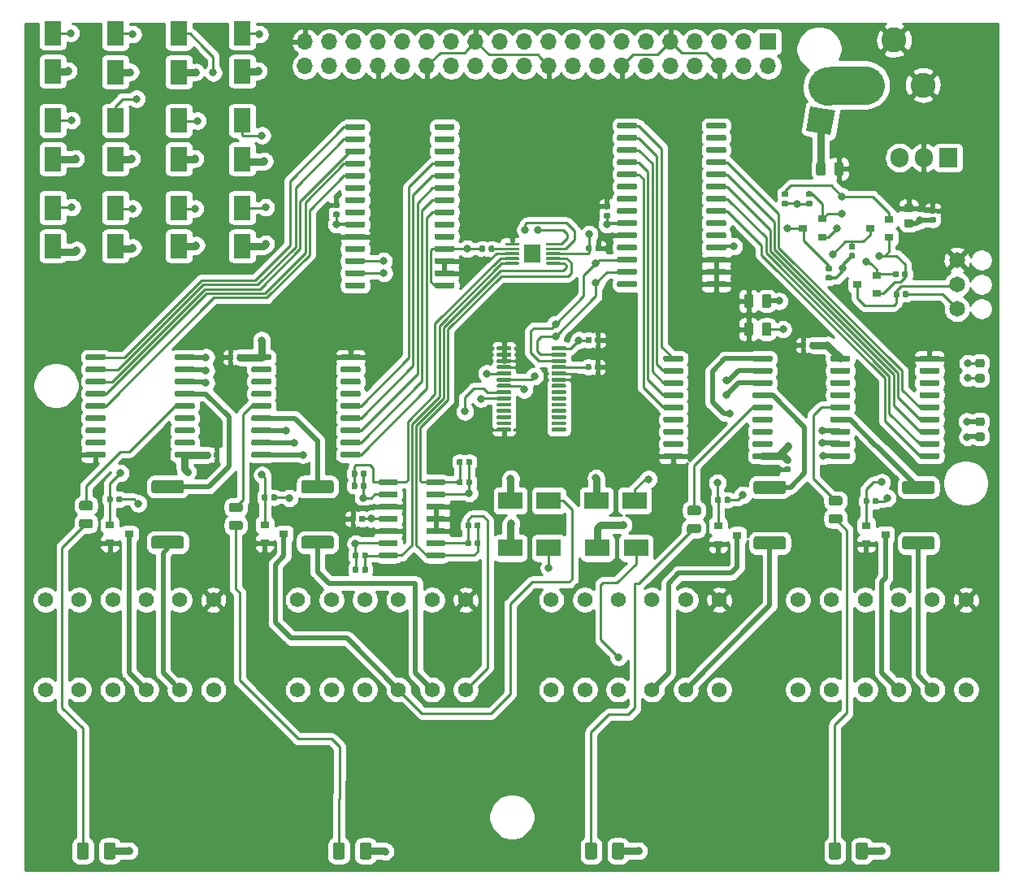
<source format=gbr>
G04 #@! TF.GenerationSoftware,KiCad,Pcbnew,5.1.5*
G04 #@! TF.CreationDate,2020-05-28T19:32:10-04:00*
G04 #@! TF.ProjectId,EVE-PCB-V4,4556452d-5043-4422-9d56-342e6b696361,rev?*
G04 #@! TF.SameCoordinates,Original*
G04 #@! TF.FileFunction,Copper,L1,Top*
G04 #@! TF.FilePolarity,Positive*
%FSLAX46Y46*%
G04 Gerber Fmt 4.6, Leading zero omitted, Abs format (unit mm)*
G04 Created by KiCad (PCBNEW 5.1.5) date 2020-05-28 19:32:10*
%MOMM*%
%LPD*%
G04 APERTURE LIST*
%ADD10C,0.100000*%
%ADD11R,1.680000X1.880000*%
%ADD12C,1.575000*%
%ADD13O,1.700000X1.700000*%
%ADD14R,1.700000X1.700000*%
%ADD15R,1.800000X2.500000*%
%ADD16R,2.600000X2.600000*%
%ADD17C,2.600000*%
%ADD18R,1.905000X2.000000*%
%ADD19O,1.905000X2.000000*%
%ADD20R,2.500000X1.800000*%
%ADD21R,0.900000X0.800000*%
%ADD22C,1.650000*%
%ADD23C,2.600000*%
%ADD24C,0.800000*%
%ADD25C,0.750000*%
%ADD26C,0.250000*%
%ADD27C,0.350000*%
%ADD28C,0.500000*%
%ADD29C,4.000000*%
%ADD30C,0.254000*%
G04 APERTURE END LIST*
G04 #@! TA.AperFunction,SMDPad,CuDef*
D10*
G36*
X140366351Y-58540361D02*
G01*
X140373632Y-58541441D01*
X140380771Y-58543229D01*
X140387701Y-58545709D01*
X140394355Y-58548856D01*
X140400668Y-58552640D01*
X140406579Y-58557024D01*
X140412033Y-58561967D01*
X140416976Y-58567421D01*
X140421360Y-58573332D01*
X140425144Y-58579645D01*
X140428291Y-58586299D01*
X140430771Y-58593229D01*
X140432559Y-58600368D01*
X140433639Y-58607649D01*
X140434000Y-58615000D01*
X140434000Y-58765000D01*
X140433639Y-58772351D01*
X140432559Y-58779632D01*
X140430771Y-58786771D01*
X140428291Y-58793701D01*
X140425144Y-58800355D01*
X140421360Y-58806668D01*
X140416976Y-58812579D01*
X140412033Y-58818033D01*
X140406579Y-58822976D01*
X140400668Y-58827360D01*
X140394355Y-58831144D01*
X140387701Y-58834291D01*
X140380771Y-58836771D01*
X140373632Y-58838559D01*
X140366351Y-58839639D01*
X140359000Y-58840000D01*
X139059000Y-58840000D01*
X139051649Y-58839639D01*
X139044368Y-58838559D01*
X139037229Y-58836771D01*
X139030299Y-58834291D01*
X139023645Y-58831144D01*
X139017332Y-58827360D01*
X139011421Y-58822976D01*
X139005967Y-58818033D01*
X139001024Y-58812579D01*
X138996640Y-58806668D01*
X138992856Y-58800355D01*
X138989709Y-58793701D01*
X138987229Y-58786771D01*
X138985441Y-58779632D01*
X138984361Y-58772351D01*
X138984000Y-58765000D01*
X138984000Y-58615000D01*
X138984361Y-58607649D01*
X138985441Y-58600368D01*
X138987229Y-58593229D01*
X138989709Y-58586299D01*
X138992856Y-58579645D01*
X138996640Y-58573332D01*
X139001024Y-58567421D01*
X139005967Y-58561967D01*
X139011421Y-58557024D01*
X139017332Y-58552640D01*
X139023645Y-58548856D01*
X139030299Y-58545709D01*
X139037229Y-58543229D01*
X139044368Y-58541441D01*
X139051649Y-58540361D01*
X139059000Y-58540000D01*
X140359000Y-58540000D01*
X140366351Y-58540361D01*
G37*
G04 #@! TD.AperFunction*
G04 #@! TA.AperFunction,SMDPad,CuDef*
G36*
X140366351Y-59040361D02*
G01*
X140373632Y-59041441D01*
X140380771Y-59043229D01*
X140387701Y-59045709D01*
X140394355Y-59048856D01*
X140400668Y-59052640D01*
X140406579Y-59057024D01*
X140412033Y-59061967D01*
X140416976Y-59067421D01*
X140421360Y-59073332D01*
X140425144Y-59079645D01*
X140428291Y-59086299D01*
X140430771Y-59093229D01*
X140432559Y-59100368D01*
X140433639Y-59107649D01*
X140434000Y-59115000D01*
X140434000Y-59265000D01*
X140433639Y-59272351D01*
X140432559Y-59279632D01*
X140430771Y-59286771D01*
X140428291Y-59293701D01*
X140425144Y-59300355D01*
X140421360Y-59306668D01*
X140416976Y-59312579D01*
X140412033Y-59318033D01*
X140406579Y-59322976D01*
X140400668Y-59327360D01*
X140394355Y-59331144D01*
X140387701Y-59334291D01*
X140380771Y-59336771D01*
X140373632Y-59338559D01*
X140366351Y-59339639D01*
X140359000Y-59340000D01*
X139059000Y-59340000D01*
X139051649Y-59339639D01*
X139044368Y-59338559D01*
X139037229Y-59336771D01*
X139030299Y-59334291D01*
X139023645Y-59331144D01*
X139017332Y-59327360D01*
X139011421Y-59322976D01*
X139005967Y-59318033D01*
X139001024Y-59312579D01*
X138996640Y-59306668D01*
X138992856Y-59300355D01*
X138989709Y-59293701D01*
X138987229Y-59286771D01*
X138985441Y-59279632D01*
X138984361Y-59272351D01*
X138984000Y-59265000D01*
X138984000Y-59115000D01*
X138984361Y-59107649D01*
X138985441Y-59100368D01*
X138987229Y-59093229D01*
X138989709Y-59086299D01*
X138992856Y-59079645D01*
X138996640Y-59073332D01*
X139001024Y-59067421D01*
X139005967Y-59061967D01*
X139011421Y-59057024D01*
X139017332Y-59052640D01*
X139023645Y-59048856D01*
X139030299Y-59045709D01*
X139037229Y-59043229D01*
X139044368Y-59041441D01*
X139051649Y-59040361D01*
X139059000Y-59040000D01*
X140359000Y-59040000D01*
X140366351Y-59040361D01*
G37*
G04 #@! TD.AperFunction*
G04 #@! TA.AperFunction,SMDPad,CuDef*
G36*
X140366351Y-59540361D02*
G01*
X140373632Y-59541441D01*
X140380771Y-59543229D01*
X140387701Y-59545709D01*
X140394355Y-59548856D01*
X140400668Y-59552640D01*
X140406579Y-59557024D01*
X140412033Y-59561967D01*
X140416976Y-59567421D01*
X140421360Y-59573332D01*
X140425144Y-59579645D01*
X140428291Y-59586299D01*
X140430771Y-59593229D01*
X140432559Y-59600368D01*
X140433639Y-59607649D01*
X140434000Y-59615000D01*
X140434000Y-59765000D01*
X140433639Y-59772351D01*
X140432559Y-59779632D01*
X140430771Y-59786771D01*
X140428291Y-59793701D01*
X140425144Y-59800355D01*
X140421360Y-59806668D01*
X140416976Y-59812579D01*
X140412033Y-59818033D01*
X140406579Y-59822976D01*
X140400668Y-59827360D01*
X140394355Y-59831144D01*
X140387701Y-59834291D01*
X140380771Y-59836771D01*
X140373632Y-59838559D01*
X140366351Y-59839639D01*
X140359000Y-59840000D01*
X139059000Y-59840000D01*
X139051649Y-59839639D01*
X139044368Y-59838559D01*
X139037229Y-59836771D01*
X139030299Y-59834291D01*
X139023645Y-59831144D01*
X139017332Y-59827360D01*
X139011421Y-59822976D01*
X139005967Y-59818033D01*
X139001024Y-59812579D01*
X138996640Y-59806668D01*
X138992856Y-59800355D01*
X138989709Y-59793701D01*
X138987229Y-59786771D01*
X138985441Y-59779632D01*
X138984361Y-59772351D01*
X138984000Y-59765000D01*
X138984000Y-59615000D01*
X138984361Y-59607649D01*
X138985441Y-59600368D01*
X138987229Y-59593229D01*
X138989709Y-59586299D01*
X138992856Y-59579645D01*
X138996640Y-59573332D01*
X139001024Y-59567421D01*
X139005967Y-59561967D01*
X139011421Y-59557024D01*
X139017332Y-59552640D01*
X139023645Y-59548856D01*
X139030299Y-59545709D01*
X139037229Y-59543229D01*
X139044368Y-59541441D01*
X139051649Y-59540361D01*
X139059000Y-59540000D01*
X140359000Y-59540000D01*
X140366351Y-59540361D01*
G37*
G04 #@! TD.AperFunction*
G04 #@! TA.AperFunction,SMDPad,CuDef*
G36*
X140366351Y-60040361D02*
G01*
X140373632Y-60041441D01*
X140380771Y-60043229D01*
X140387701Y-60045709D01*
X140394355Y-60048856D01*
X140400668Y-60052640D01*
X140406579Y-60057024D01*
X140412033Y-60061967D01*
X140416976Y-60067421D01*
X140421360Y-60073332D01*
X140425144Y-60079645D01*
X140428291Y-60086299D01*
X140430771Y-60093229D01*
X140432559Y-60100368D01*
X140433639Y-60107649D01*
X140434000Y-60115000D01*
X140434000Y-60265000D01*
X140433639Y-60272351D01*
X140432559Y-60279632D01*
X140430771Y-60286771D01*
X140428291Y-60293701D01*
X140425144Y-60300355D01*
X140421360Y-60306668D01*
X140416976Y-60312579D01*
X140412033Y-60318033D01*
X140406579Y-60322976D01*
X140400668Y-60327360D01*
X140394355Y-60331144D01*
X140387701Y-60334291D01*
X140380771Y-60336771D01*
X140373632Y-60338559D01*
X140366351Y-60339639D01*
X140359000Y-60340000D01*
X139059000Y-60340000D01*
X139051649Y-60339639D01*
X139044368Y-60338559D01*
X139037229Y-60336771D01*
X139030299Y-60334291D01*
X139023645Y-60331144D01*
X139017332Y-60327360D01*
X139011421Y-60322976D01*
X139005967Y-60318033D01*
X139001024Y-60312579D01*
X138996640Y-60306668D01*
X138992856Y-60300355D01*
X138989709Y-60293701D01*
X138987229Y-60286771D01*
X138985441Y-60279632D01*
X138984361Y-60272351D01*
X138984000Y-60265000D01*
X138984000Y-60115000D01*
X138984361Y-60107649D01*
X138985441Y-60100368D01*
X138987229Y-60093229D01*
X138989709Y-60086299D01*
X138992856Y-60079645D01*
X138996640Y-60073332D01*
X139001024Y-60067421D01*
X139005967Y-60061967D01*
X139011421Y-60057024D01*
X139017332Y-60052640D01*
X139023645Y-60048856D01*
X139030299Y-60045709D01*
X139037229Y-60043229D01*
X139044368Y-60041441D01*
X139051649Y-60040361D01*
X139059000Y-60040000D01*
X140359000Y-60040000D01*
X140366351Y-60040361D01*
G37*
G04 #@! TD.AperFunction*
G04 #@! TA.AperFunction,SMDPad,CuDef*
G36*
X140366351Y-60540361D02*
G01*
X140373632Y-60541441D01*
X140380771Y-60543229D01*
X140387701Y-60545709D01*
X140394355Y-60548856D01*
X140400668Y-60552640D01*
X140406579Y-60557024D01*
X140412033Y-60561967D01*
X140416976Y-60567421D01*
X140421360Y-60573332D01*
X140425144Y-60579645D01*
X140428291Y-60586299D01*
X140430771Y-60593229D01*
X140432559Y-60600368D01*
X140433639Y-60607649D01*
X140434000Y-60615000D01*
X140434000Y-60765000D01*
X140433639Y-60772351D01*
X140432559Y-60779632D01*
X140430771Y-60786771D01*
X140428291Y-60793701D01*
X140425144Y-60800355D01*
X140421360Y-60806668D01*
X140416976Y-60812579D01*
X140412033Y-60818033D01*
X140406579Y-60822976D01*
X140400668Y-60827360D01*
X140394355Y-60831144D01*
X140387701Y-60834291D01*
X140380771Y-60836771D01*
X140373632Y-60838559D01*
X140366351Y-60839639D01*
X140359000Y-60840000D01*
X139059000Y-60840000D01*
X139051649Y-60839639D01*
X139044368Y-60838559D01*
X139037229Y-60836771D01*
X139030299Y-60834291D01*
X139023645Y-60831144D01*
X139017332Y-60827360D01*
X139011421Y-60822976D01*
X139005967Y-60818033D01*
X139001024Y-60812579D01*
X138996640Y-60806668D01*
X138992856Y-60800355D01*
X138989709Y-60793701D01*
X138987229Y-60786771D01*
X138985441Y-60779632D01*
X138984361Y-60772351D01*
X138984000Y-60765000D01*
X138984000Y-60615000D01*
X138984361Y-60607649D01*
X138985441Y-60600368D01*
X138987229Y-60593229D01*
X138989709Y-60586299D01*
X138992856Y-60579645D01*
X138996640Y-60573332D01*
X139001024Y-60567421D01*
X139005967Y-60561967D01*
X139011421Y-60557024D01*
X139017332Y-60552640D01*
X139023645Y-60548856D01*
X139030299Y-60545709D01*
X139037229Y-60543229D01*
X139044368Y-60541441D01*
X139051649Y-60540361D01*
X139059000Y-60540000D01*
X140359000Y-60540000D01*
X140366351Y-60540361D01*
G37*
G04 #@! TD.AperFunction*
G04 #@! TA.AperFunction,SMDPad,CuDef*
G36*
X144666351Y-60540361D02*
G01*
X144673632Y-60541441D01*
X144680771Y-60543229D01*
X144687701Y-60545709D01*
X144694355Y-60548856D01*
X144700668Y-60552640D01*
X144706579Y-60557024D01*
X144712033Y-60561967D01*
X144716976Y-60567421D01*
X144721360Y-60573332D01*
X144725144Y-60579645D01*
X144728291Y-60586299D01*
X144730771Y-60593229D01*
X144732559Y-60600368D01*
X144733639Y-60607649D01*
X144734000Y-60615000D01*
X144734000Y-60765000D01*
X144733639Y-60772351D01*
X144732559Y-60779632D01*
X144730771Y-60786771D01*
X144728291Y-60793701D01*
X144725144Y-60800355D01*
X144721360Y-60806668D01*
X144716976Y-60812579D01*
X144712033Y-60818033D01*
X144706579Y-60822976D01*
X144700668Y-60827360D01*
X144694355Y-60831144D01*
X144687701Y-60834291D01*
X144680771Y-60836771D01*
X144673632Y-60838559D01*
X144666351Y-60839639D01*
X144659000Y-60840000D01*
X143359000Y-60840000D01*
X143351649Y-60839639D01*
X143344368Y-60838559D01*
X143337229Y-60836771D01*
X143330299Y-60834291D01*
X143323645Y-60831144D01*
X143317332Y-60827360D01*
X143311421Y-60822976D01*
X143305967Y-60818033D01*
X143301024Y-60812579D01*
X143296640Y-60806668D01*
X143292856Y-60800355D01*
X143289709Y-60793701D01*
X143287229Y-60786771D01*
X143285441Y-60779632D01*
X143284361Y-60772351D01*
X143284000Y-60765000D01*
X143284000Y-60615000D01*
X143284361Y-60607649D01*
X143285441Y-60600368D01*
X143287229Y-60593229D01*
X143289709Y-60586299D01*
X143292856Y-60579645D01*
X143296640Y-60573332D01*
X143301024Y-60567421D01*
X143305967Y-60561967D01*
X143311421Y-60557024D01*
X143317332Y-60552640D01*
X143323645Y-60548856D01*
X143330299Y-60545709D01*
X143337229Y-60543229D01*
X143344368Y-60541441D01*
X143351649Y-60540361D01*
X143359000Y-60540000D01*
X144659000Y-60540000D01*
X144666351Y-60540361D01*
G37*
G04 #@! TD.AperFunction*
G04 #@! TA.AperFunction,SMDPad,CuDef*
G36*
X144666351Y-60040361D02*
G01*
X144673632Y-60041441D01*
X144680771Y-60043229D01*
X144687701Y-60045709D01*
X144694355Y-60048856D01*
X144700668Y-60052640D01*
X144706579Y-60057024D01*
X144712033Y-60061967D01*
X144716976Y-60067421D01*
X144721360Y-60073332D01*
X144725144Y-60079645D01*
X144728291Y-60086299D01*
X144730771Y-60093229D01*
X144732559Y-60100368D01*
X144733639Y-60107649D01*
X144734000Y-60115000D01*
X144734000Y-60265000D01*
X144733639Y-60272351D01*
X144732559Y-60279632D01*
X144730771Y-60286771D01*
X144728291Y-60293701D01*
X144725144Y-60300355D01*
X144721360Y-60306668D01*
X144716976Y-60312579D01*
X144712033Y-60318033D01*
X144706579Y-60322976D01*
X144700668Y-60327360D01*
X144694355Y-60331144D01*
X144687701Y-60334291D01*
X144680771Y-60336771D01*
X144673632Y-60338559D01*
X144666351Y-60339639D01*
X144659000Y-60340000D01*
X143359000Y-60340000D01*
X143351649Y-60339639D01*
X143344368Y-60338559D01*
X143337229Y-60336771D01*
X143330299Y-60334291D01*
X143323645Y-60331144D01*
X143317332Y-60327360D01*
X143311421Y-60322976D01*
X143305967Y-60318033D01*
X143301024Y-60312579D01*
X143296640Y-60306668D01*
X143292856Y-60300355D01*
X143289709Y-60293701D01*
X143287229Y-60286771D01*
X143285441Y-60279632D01*
X143284361Y-60272351D01*
X143284000Y-60265000D01*
X143284000Y-60115000D01*
X143284361Y-60107649D01*
X143285441Y-60100368D01*
X143287229Y-60093229D01*
X143289709Y-60086299D01*
X143292856Y-60079645D01*
X143296640Y-60073332D01*
X143301024Y-60067421D01*
X143305967Y-60061967D01*
X143311421Y-60057024D01*
X143317332Y-60052640D01*
X143323645Y-60048856D01*
X143330299Y-60045709D01*
X143337229Y-60043229D01*
X143344368Y-60041441D01*
X143351649Y-60040361D01*
X143359000Y-60040000D01*
X144659000Y-60040000D01*
X144666351Y-60040361D01*
G37*
G04 #@! TD.AperFunction*
G04 #@! TA.AperFunction,SMDPad,CuDef*
G36*
X144666351Y-59540361D02*
G01*
X144673632Y-59541441D01*
X144680771Y-59543229D01*
X144687701Y-59545709D01*
X144694355Y-59548856D01*
X144700668Y-59552640D01*
X144706579Y-59557024D01*
X144712033Y-59561967D01*
X144716976Y-59567421D01*
X144721360Y-59573332D01*
X144725144Y-59579645D01*
X144728291Y-59586299D01*
X144730771Y-59593229D01*
X144732559Y-59600368D01*
X144733639Y-59607649D01*
X144734000Y-59615000D01*
X144734000Y-59765000D01*
X144733639Y-59772351D01*
X144732559Y-59779632D01*
X144730771Y-59786771D01*
X144728291Y-59793701D01*
X144725144Y-59800355D01*
X144721360Y-59806668D01*
X144716976Y-59812579D01*
X144712033Y-59818033D01*
X144706579Y-59822976D01*
X144700668Y-59827360D01*
X144694355Y-59831144D01*
X144687701Y-59834291D01*
X144680771Y-59836771D01*
X144673632Y-59838559D01*
X144666351Y-59839639D01*
X144659000Y-59840000D01*
X143359000Y-59840000D01*
X143351649Y-59839639D01*
X143344368Y-59838559D01*
X143337229Y-59836771D01*
X143330299Y-59834291D01*
X143323645Y-59831144D01*
X143317332Y-59827360D01*
X143311421Y-59822976D01*
X143305967Y-59818033D01*
X143301024Y-59812579D01*
X143296640Y-59806668D01*
X143292856Y-59800355D01*
X143289709Y-59793701D01*
X143287229Y-59786771D01*
X143285441Y-59779632D01*
X143284361Y-59772351D01*
X143284000Y-59765000D01*
X143284000Y-59615000D01*
X143284361Y-59607649D01*
X143285441Y-59600368D01*
X143287229Y-59593229D01*
X143289709Y-59586299D01*
X143292856Y-59579645D01*
X143296640Y-59573332D01*
X143301024Y-59567421D01*
X143305967Y-59561967D01*
X143311421Y-59557024D01*
X143317332Y-59552640D01*
X143323645Y-59548856D01*
X143330299Y-59545709D01*
X143337229Y-59543229D01*
X143344368Y-59541441D01*
X143351649Y-59540361D01*
X143359000Y-59540000D01*
X144659000Y-59540000D01*
X144666351Y-59540361D01*
G37*
G04 #@! TD.AperFunction*
G04 #@! TA.AperFunction,SMDPad,CuDef*
G36*
X144666351Y-59040361D02*
G01*
X144673632Y-59041441D01*
X144680771Y-59043229D01*
X144687701Y-59045709D01*
X144694355Y-59048856D01*
X144700668Y-59052640D01*
X144706579Y-59057024D01*
X144712033Y-59061967D01*
X144716976Y-59067421D01*
X144721360Y-59073332D01*
X144725144Y-59079645D01*
X144728291Y-59086299D01*
X144730771Y-59093229D01*
X144732559Y-59100368D01*
X144733639Y-59107649D01*
X144734000Y-59115000D01*
X144734000Y-59265000D01*
X144733639Y-59272351D01*
X144732559Y-59279632D01*
X144730771Y-59286771D01*
X144728291Y-59293701D01*
X144725144Y-59300355D01*
X144721360Y-59306668D01*
X144716976Y-59312579D01*
X144712033Y-59318033D01*
X144706579Y-59322976D01*
X144700668Y-59327360D01*
X144694355Y-59331144D01*
X144687701Y-59334291D01*
X144680771Y-59336771D01*
X144673632Y-59338559D01*
X144666351Y-59339639D01*
X144659000Y-59340000D01*
X143359000Y-59340000D01*
X143351649Y-59339639D01*
X143344368Y-59338559D01*
X143337229Y-59336771D01*
X143330299Y-59334291D01*
X143323645Y-59331144D01*
X143317332Y-59327360D01*
X143311421Y-59322976D01*
X143305967Y-59318033D01*
X143301024Y-59312579D01*
X143296640Y-59306668D01*
X143292856Y-59300355D01*
X143289709Y-59293701D01*
X143287229Y-59286771D01*
X143285441Y-59279632D01*
X143284361Y-59272351D01*
X143284000Y-59265000D01*
X143284000Y-59115000D01*
X143284361Y-59107649D01*
X143285441Y-59100368D01*
X143287229Y-59093229D01*
X143289709Y-59086299D01*
X143292856Y-59079645D01*
X143296640Y-59073332D01*
X143301024Y-59067421D01*
X143305967Y-59061967D01*
X143311421Y-59057024D01*
X143317332Y-59052640D01*
X143323645Y-59048856D01*
X143330299Y-59045709D01*
X143337229Y-59043229D01*
X143344368Y-59041441D01*
X143351649Y-59040361D01*
X143359000Y-59040000D01*
X144659000Y-59040000D01*
X144666351Y-59040361D01*
G37*
G04 #@! TD.AperFunction*
G04 #@! TA.AperFunction,SMDPad,CuDef*
G36*
X144666351Y-58540361D02*
G01*
X144673632Y-58541441D01*
X144680771Y-58543229D01*
X144687701Y-58545709D01*
X144694355Y-58548856D01*
X144700668Y-58552640D01*
X144706579Y-58557024D01*
X144712033Y-58561967D01*
X144716976Y-58567421D01*
X144721360Y-58573332D01*
X144725144Y-58579645D01*
X144728291Y-58586299D01*
X144730771Y-58593229D01*
X144732559Y-58600368D01*
X144733639Y-58607649D01*
X144734000Y-58615000D01*
X144734000Y-58765000D01*
X144733639Y-58772351D01*
X144732559Y-58779632D01*
X144730771Y-58786771D01*
X144728291Y-58793701D01*
X144725144Y-58800355D01*
X144721360Y-58806668D01*
X144716976Y-58812579D01*
X144712033Y-58818033D01*
X144706579Y-58822976D01*
X144700668Y-58827360D01*
X144694355Y-58831144D01*
X144687701Y-58834291D01*
X144680771Y-58836771D01*
X144673632Y-58838559D01*
X144666351Y-58839639D01*
X144659000Y-58840000D01*
X143359000Y-58840000D01*
X143351649Y-58839639D01*
X143344368Y-58838559D01*
X143337229Y-58836771D01*
X143330299Y-58834291D01*
X143323645Y-58831144D01*
X143317332Y-58827360D01*
X143311421Y-58822976D01*
X143305967Y-58818033D01*
X143301024Y-58812579D01*
X143296640Y-58806668D01*
X143292856Y-58800355D01*
X143289709Y-58793701D01*
X143287229Y-58786771D01*
X143285441Y-58779632D01*
X143284361Y-58772351D01*
X143284000Y-58765000D01*
X143284000Y-58615000D01*
X143284361Y-58607649D01*
X143285441Y-58600368D01*
X143287229Y-58593229D01*
X143289709Y-58586299D01*
X143292856Y-58579645D01*
X143296640Y-58573332D01*
X143301024Y-58567421D01*
X143305967Y-58561967D01*
X143311421Y-58557024D01*
X143317332Y-58552640D01*
X143323645Y-58548856D01*
X143330299Y-58545709D01*
X143337229Y-58543229D01*
X143344368Y-58541441D01*
X143351649Y-58540361D01*
X143359000Y-58540000D01*
X144659000Y-58540000D01*
X144666351Y-58540361D01*
G37*
G04 #@! TD.AperFunction*
D11*
X141859000Y-59690000D03*
G04 #@! TA.AperFunction,SMDPad,CuDef*
D10*
G36*
X166702703Y-70312722D02*
G01*
X166717264Y-70314882D01*
X166731543Y-70318459D01*
X166745403Y-70323418D01*
X166758710Y-70329712D01*
X166771336Y-70337280D01*
X166783159Y-70346048D01*
X166794066Y-70355934D01*
X166803952Y-70366841D01*
X166812720Y-70378664D01*
X166820288Y-70391290D01*
X166826582Y-70404597D01*
X166831541Y-70418457D01*
X166835118Y-70432736D01*
X166837278Y-70447297D01*
X166838000Y-70462000D01*
X166838000Y-70762000D01*
X166837278Y-70776703D01*
X166835118Y-70791264D01*
X166831541Y-70805543D01*
X166826582Y-70819403D01*
X166820288Y-70832710D01*
X166812720Y-70845336D01*
X166803952Y-70857159D01*
X166794066Y-70868066D01*
X166783159Y-70877952D01*
X166771336Y-70886720D01*
X166758710Y-70894288D01*
X166745403Y-70900582D01*
X166731543Y-70905541D01*
X166717264Y-70909118D01*
X166702703Y-70911278D01*
X166688000Y-70912000D01*
X164938000Y-70912000D01*
X164923297Y-70911278D01*
X164908736Y-70909118D01*
X164894457Y-70905541D01*
X164880597Y-70900582D01*
X164867290Y-70894288D01*
X164854664Y-70886720D01*
X164842841Y-70877952D01*
X164831934Y-70868066D01*
X164822048Y-70857159D01*
X164813280Y-70845336D01*
X164805712Y-70832710D01*
X164799418Y-70819403D01*
X164794459Y-70805543D01*
X164790882Y-70791264D01*
X164788722Y-70776703D01*
X164788000Y-70762000D01*
X164788000Y-70462000D01*
X164788722Y-70447297D01*
X164790882Y-70432736D01*
X164794459Y-70418457D01*
X164799418Y-70404597D01*
X164805712Y-70391290D01*
X164813280Y-70378664D01*
X164822048Y-70366841D01*
X164831934Y-70355934D01*
X164842841Y-70346048D01*
X164854664Y-70337280D01*
X164867290Y-70329712D01*
X164880597Y-70323418D01*
X164894457Y-70318459D01*
X164908736Y-70314882D01*
X164923297Y-70312722D01*
X164938000Y-70312000D01*
X166688000Y-70312000D01*
X166702703Y-70312722D01*
G37*
G04 #@! TD.AperFunction*
G04 #@! TA.AperFunction,SMDPad,CuDef*
G36*
X166702703Y-71582722D02*
G01*
X166717264Y-71584882D01*
X166731543Y-71588459D01*
X166745403Y-71593418D01*
X166758710Y-71599712D01*
X166771336Y-71607280D01*
X166783159Y-71616048D01*
X166794066Y-71625934D01*
X166803952Y-71636841D01*
X166812720Y-71648664D01*
X166820288Y-71661290D01*
X166826582Y-71674597D01*
X166831541Y-71688457D01*
X166835118Y-71702736D01*
X166837278Y-71717297D01*
X166838000Y-71732000D01*
X166838000Y-72032000D01*
X166837278Y-72046703D01*
X166835118Y-72061264D01*
X166831541Y-72075543D01*
X166826582Y-72089403D01*
X166820288Y-72102710D01*
X166812720Y-72115336D01*
X166803952Y-72127159D01*
X166794066Y-72138066D01*
X166783159Y-72147952D01*
X166771336Y-72156720D01*
X166758710Y-72164288D01*
X166745403Y-72170582D01*
X166731543Y-72175541D01*
X166717264Y-72179118D01*
X166702703Y-72181278D01*
X166688000Y-72182000D01*
X164938000Y-72182000D01*
X164923297Y-72181278D01*
X164908736Y-72179118D01*
X164894457Y-72175541D01*
X164880597Y-72170582D01*
X164867290Y-72164288D01*
X164854664Y-72156720D01*
X164842841Y-72147952D01*
X164831934Y-72138066D01*
X164822048Y-72127159D01*
X164813280Y-72115336D01*
X164805712Y-72102710D01*
X164799418Y-72089403D01*
X164794459Y-72075543D01*
X164790882Y-72061264D01*
X164788722Y-72046703D01*
X164788000Y-72032000D01*
X164788000Y-71732000D01*
X164788722Y-71717297D01*
X164790882Y-71702736D01*
X164794459Y-71688457D01*
X164799418Y-71674597D01*
X164805712Y-71661290D01*
X164813280Y-71648664D01*
X164822048Y-71636841D01*
X164831934Y-71625934D01*
X164842841Y-71616048D01*
X164854664Y-71607280D01*
X164867290Y-71599712D01*
X164880597Y-71593418D01*
X164894457Y-71588459D01*
X164908736Y-71584882D01*
X164923297Y-71582722D01*
X164938000Y-71582000D01*
X166688000Y-71582000D01*
X166702703Y-71582722D01*
G37*
G04 #@! TD.AperFunction*
G04 #@! TA.AperFunction,SMDPad,CuDef*
G36*
X166702703Y-72852722D02*
G01*
X166717264Y-72854882D01*
X166731543Y-72858459D01*
X166745403Y-72863418D01*
X166758710Y-72869712D01*
X166771336Y-72877280D01*
X166783159Y-72886048D01*
X166794066Y-72895934D01*
X166803952Y-72906841D01*
X166812720Y-72918664D01*
X166820288Y-72931290D01*
X166826582Y-72944597D01*
X166831541Y-72958457D01*
X166835118Y-72972736D01*
X166837278Y-72987297D01*
X166838000Y-73002000D01*
X166838000Y-73302000D01*
X166837278Y-73316703D01*
X166835118Y-73331264D01*
X166831541Y-73345543D01*
X166826582Y-73359403D01*
X166820288Y-73372710D01*
X166812720Y-73385336D01*
X166803952Y-73397159D01*
X166794066Y-73408066D01*
X166783159Y-73417952D01*
X166771336Y-73426720D01*
X166758710Y-73434288D01*
X166745403Y-73440582D01*
X166731543Y-73445541D01*
X166717264Y-73449118D01*
X166702703Y-73451278D01*
X166688000Y-73452000D01*
X164938000Y-73452000D01*
X164923297Y-73451278D01*
X164908736Y-73449118D01*
X164894457Y-73445541D01*
X164880597Y-73440582D01*
X164867290Y-73434288D01*
X164854664Y-73426720D01*
X164842841Y-73417952D01*
X164831934Y-73408066D01*
X164822048Y-73397159D01*
X164813280Y-73385336D01*
X164805712Y-73372710D01*
X164799418Y-73359403D01*
X164794459Y-73345543D01*
X164790882Y-73331264D01*
X164788722Y-73316703D01*
X164788000Y-73302000D01*
X164788000Y-73002000D01*
X164788722Y-72987297D01*
X164790882Y-72972736D01*
X164794459Y-72958457D01*
X164799418Y-72944597D01*
X164805712Y-72931290D01*
X164813280Y-72918664D01*
X164822048Y-72906841D01*
X164831934Y-72895934D01*
X164842841Y-72886048D01*
X164854664Y-72877280D01*
X164867290Y-72869712D01*
X164880597Y-72863418D01*
X164894457Y-72858459D01*
X164908736Y-72854882D01*
X164923297Y-72852722D01*
X164938000Y-72852000D01*
X166688000Y-72852000D01*
X166702703Y-72852722D01*
G37*
G04 #@! TD.AperFunction*
G04 #@! TA.AperFunction,SMDPad,CuDef*
G36*
X166702703Y-74122722D02*
G01*
X166717264Y-74124882D01*
X166731543Y-74128459D01*
X166745403Y-74133418D01*
X166758710Y-74139712D01*
X166771336Y-74147280D01*
X166783159Y-74156048D01*
X166794066Y-74165934D01*
X166803952Y-74176841D01*
X166812720Y-74188664D01*
X166820288Y-74201290D01*
X166826582Y-74214597D01*
X166831541Y-74228457D01*
X166835118Y-74242736D01*
X166837278Y-74257297D01*
X166838000Y-74272000D01*
X166838000Y-74572000D01*
X166837278Y-74586703D01*
X166835118Y-74601264D01*
X166831541Y-74615543D01*
X166826582Y-74629403D01*
X166820288Y-74642710D01*
X166812720Y-74655336D01*
X166803952Y-74667159D01*
X166794066Y-74678066D01*
X166783159Y-74687952D01*
X166771336Y-74696720D01*
X166758710Y-74704288D01*
X166745403Y-74710582D01*
X166731543Y-74715541D01*
X166717264Y-74719118D01*
X166702703Y-74721278D01*
X166688000Y-74722000D01*
X164938000Y-74722000D01*
X164923297Y-74721278D01*
X164908736Y-74719118D01*
X164894457Y-74715541D01*
X164880597Y-74710582D01*
X164867290Y-74704288D01*
X164854664Y-74696720D01*
X164842841Y-74687952D01*
X164831934Y-74678066D01*
X164822048Y-74667159D01*
X164813280Y-74655336D01*
X164805712Y-74642710D01*
X164799418Y-74629403D01*
X164794459Y-74615543D01*
X164790882Y-74601264D01*
X164788722Y-74586703D01*
X164788000Y-74572000D01*
X164788000Y-74272000D01*
X164788722Y-74257297D01*
X164790882Y-74242736D01*
X164794459Y-74228457D01*
X164799418Y-74214597D01*
X164805712Y-74201290D01*
X164813280Y-74188664D01*
X164822048Y-74176841D01*
X164831934Y-74165934D01*
X164842841Y-74156048D01*
X164854664Y-74147280D01*
X164867290Y-74139712D01*
X164880597Y-74133418D01*
X164894457Y-74128459D01*
X164908736Y-74124882D01*
X164923297Y-74122722D01*
X164938000Y-74122000D01*
X166688000Y-74122000D01*
X166702703Y-74122722D01*
G37*
G04 #@! TD.AperFunction*
G04 #@! TA.AperFunction,SMDPad,CuDef*
G36*
X166702703Y-75392722D02*
G01*
X166717264Y-75394882D01*
X166731543Y-75398459D01*
X166745403Y-75403418D01*
X166758710Y-75409712D01*
X166771336Y-75417280D01*
X166783159Y-75426048D01*
X166794066Y-75435934D01*
X166803952Y-75446841D01*
X166812720Y-75458664D01*
X166820288Y-75471290D01*
X166826582Y-75484597D01*
X166831541Y-75498457D01*
X166835118Y-75512736D01*
X166837278Y-75527297D01*
X166838000Y-75542000D01*
X166838000Y-75842000D01*
X166837278Y-75856703D01*
X166835118Y-75871264D01*
X166831541Y-75885543D01*
X166826582Y-75899403D01*
X166820288Y-75912710D01*
X166812720Y-75925336D01*
X166803952Y-75937159D01*
X166794066Y-75948066D01*
X166783159Y-75957952D01*
X166771336Y-75966720D01*
X166758710Y-75974288D01*
X166745403Y-75980582D01*
X166731543Y-75985541D01*
X166717264Y-75989118D01*
X166702703Y-75991278D01*
X166688000Y-75992000D01*
X164938000Y-75992000D01*
X164923297Y-75991278D01*
X164908736Y-75989118D01*
X164894457Y-75985541D01*
X164880597Y-75980582D01*
X164867290Y-75974288D01*
X164854664Y-75966720D01*
X164842841Y-75957952D01*
X164831934Y-75948066D01*
X164822048Y-75937159D01*
X164813280Y-75925336D01*
X164805712Y-75912710D01*
X164799418Y-75899403D01*
X164794459Y-75885543D01*
X164790882Y-75871264D01*
X164788722Y-75856703D01*
X164788000Y-75842000D01*
X164788000Y-75542000D01*
X164788722Y-75527297D01*
X164790882Y-75512736D01*
X164794459Y-75498457D01*
X164799418Y-75484597D01*
X164805712Y-75471290D01*
X164813280Y-75458664D01*
X164822048Y-75446841D01*
X164831934Y-75435934D01*
X164842841Y-75426048D01*
X164854664Y-75417280D01*
X164867290Y-75409712D01*
X164880597Y-75403418D01*
X164894457Y-75398459D01*
X164908736Y-75394882D01*
X164923297Y-75392722D01*
X164938000Y-75392000D01*
X166688000Y-75392000D01*
X166702703Y-75392722D01*
G37*
G04 #@! TD.AperFunction*
G04 #@! TA.AperFunction,SMDPad,CuDef*
G36*
X166702703Y-76662722D02*
G01*
X166717264Y-76664882D01*
X166731543Y-76668459D01*
X166745403Y-76673418D01*
X166758710Y-76679712D01*
X166771336Y-76687280D01*
X166783159Y-76696048D01*
X166794066Y-76705934D01*
X166803952Y-76716841D01*
X166812720Y-76728664D01*
X166820288Y-76741290D01*
X166826582Y-76754597D01*
X166831541Y-76768457D01*
X166835118Y-76782736D01*
X166837278Y-76797297D01*
X166838000Y-76812000D01*
X166838000Y-77112000D01*
X166837278Y-77126703D01*
X166835118Y-77141264D01*
X166831541Y-77155543D01*
X166826582Y-77169403D01*
X166820288Y-77182710D01*
X166812720Y-77195336D01*
X166803952Y-77207159D01*
X166794066Y-77218066D01*
X166783159Y-77227952D01*
X166771336Y-77236720D01*
X166758710Y-77244288D01*
X166745403Y-77250582D01*
X166731543Y-77255541D01*
X166717264Y-77259118D01*
X166702703Y-77261278D01*
X166688000Y-77262000D01*
X164938000Y-77262000D01*
X164923297Y-77261278D01*
X164908736Y-77259118D01*
X164894457Y-77255541D01*
X164880597Y-77250582D01*
X164867290Y-77244288D01*
X164854664Y-77236720D01*
X164842841Y-77227952D01*
X164831934Y-77218066D01*
X164822048Y-77207159D01*
X164813280Y-77195336D01*
X164805712Y-77182710D01*
X164799418Y-77169403D01*
X164794459Y-77155543D01*
X164790882Y-77141264D01*
X164788722Y-77126703D01*
X164788000Y-77112000D01*
X164788000Y-76812000D01*
X164788722Y-76797297D01*
X164790882Y-76782736D01*
X164794459Y-76768457D01*
X164799418Y-76754597D01*
X164805712Y-76741290D01*
X164813280Y-76728664D01*
X164822048Y-76716841D01*
X164831934Y-76705934D01*
X164842841Y-76696048D01*
X164854664Y-76687280D01*
X164867290Y-76679712D01*
X164880597Y-76673418D01*
X164894457Y-76668459D01*
X164908736Y-76664882D01*
X164923297Y-76662722D01*
X164938000Y-76662000D01*
X166688000Y-76662000D01*
X166702703Y-76662722D01*
G37*
G04 #@! TD.AperFunction*
G04 #@! TA.AperFunction,SMDPad,CuDef*
G36*
X166702703Y-77932722D02*
G01*
X166717264Y-77934882D01*
X166731543Y-77938459D01*
X166745403Y-77943418D01*
X166758710Y-77949712D01*
X166771336Y-77957280D01*
X166783159Y-77966048D01*
X166794066Y-77975934D01*
X166803952Y-77986841D01*
X166812720Y-77998664D01*
X166820288Y-78011290D01*
X166826582Y-78024597D01*
X166831541Y-78038457D01*
X166835118Y-78052736D01*
X166837278Y-78067297D01*
X166838000Y-78082000D01*
X166838000Y-78382000D01*
X166837278Y-78396703D01*
X166835118Y-78411264D01*
X166831541Y-78425543D01*
X166826582Y-78439403D01*
X166820288Y-78452710D01*
X166812720Y-78465336D01*
X166803952Y-78477159D01*
X166794066Y-78488066D01*
X166783159Y-78497952D01*
X166771336Y-78506720D01*
X166758710Y-78514288D01*
X166745403Y-78520582D01*
X166731543Y-78525541D01*
X166717264Y-78529118D01*
X166702703Y-78531278D01*
X166688000Y-78532000D01*
X164938000Y-78532000D01*
X164923297Y-78531278D01*
X164908736Y-78529118D01*
X164894457Y-78525541D01*
X164880597Y-78520582D01*
X164867290Y-78514288D01*
X164854664Y-78506720D01*
X164842841Y-78497952D01*
X164831934Y-78488066D01*
X164822048Y-78477159D01*
X164813280Y-78465336D01*
X164805712Y-78452710D01*
X164799418Y-78439403D01*
X164794459Y-78425543D01*
X164790882Y-78411264D01*
X164788722Y-78396703D01*
X164788000Y-78382000D01*
X164788000Y-78082000D01*
X164788722Y-78067297D01*
X164790882Y-78052736D01*
X164794459Y-78038457D01*
X164799418Y-78024597D01*
X164805712Y-78011290D01*
X164813280Y-77998664D01*
X164822048Y-77986841D01*
X164831934Y-77975934D01*
X164842841Y-77966048D01*
X164854664Y-77957280D01*
X164867290Y-77949712D01*
X164880597Y-77943418D01*
X164894457Y-77938459D01*
X164908736Y-77934882D01*
X164923297Y-77932722D01*
X164938000Y-77932000D01*
X166688000Y-77932000D01*
X166702703Y-77932722D01*
G37*
G04 #@! TD.AperFunction*
G04 #@! TA.AperFunction,SMDPad,CuDef*
G36*
X166702703Y-79202722D02*
G01*
X166717264Y-79204882D01*
X166731543Y-79208459D01*
X166745403Y-79213418D01*
X166758710Y-79219712D01*
X166771336Y-79227280D01*
X166783159Y-79236048D01*
X166794066Y-79245934D01*
X166803952Y-79256841D01*
X166812720Y-79268664D01*
X166820288Y-79281290D01*
X166826582Y-79294597D01*
X166831541Y-79308457D01*
X166835118Y-79322736D01*
X166837278Y-79337297D01*
X166838000Y-79352000D01*
X166838000Y-79652000D01*
X166837278Y-79666703D01*
X166835118Y-79681264D01*
X166831541Y-79695543D01*
X166826582Y-79709403D01*
X166820288Y-79722710D01*
X166812720Y-79735336D01*
X166803952Y-79747159D01*
X166794066Y-79758066D01*
X166783159Y-79767952D01*
X166771336Y-79776720D01*
X166758710Y-79784288D01*
X166745403Y-79790582D01*
X166731543Y-79795541D01*
X166717264Y-79799118D01*
X166702703Y-79801278D01*
X166688000Y-79802000D01*
X164938000Y-79802000D01*
X164923297Y-79801278D01*
X164908736Y-79799118D01*
X164894457Y-79795541D01*
X164880597Y-79790582D01*
X164867290Y-79784288D01*
X164854664Y-79776720D01*
X164842841Y-79767952D01*
X164831934Y-79758066D01*
X164822048Y-79747159D01*
X164813280Y-79735336D01*
X164805712Y-79722710D01*
X164799418Y-79709403D01*
X164794459Y-79695543D01*
X164790882Y-79681264D01*
X164788722Y-79666703D01*
X164788000Y-79652000D01*
X164788000Y-79352000D01*
X164788722Y-79337297D01*
X164790882Y-79322736D01*
X164794459Y-79308457D01*
X164799418Y-79294597D01*
X164805712Y-79281290D01*
X164813280Y-79268664D01*
X164822048Y-79256841D01*
X164831934Y-79245934D01*
X164842841Y-79236048D01*
X164854664Y-79227280D01*
X164867290Y-79219712D01*
X164880597Y-79213418D01*
X164894457Y-79208459D01*
X164908736Y-79204882D01*
X164923297Y-79202722D01*
X164938000Y-79202000D01*
X166688000Y-79202000D01*
X166702703Y-79202722D01*
G37*
G04 #@! TD.AperFunction*
G04 #@! TA.AperFunction,SMDPad,CuDef*
G36*
X166702703Y-80472722D02*
G01*
X166717264Y-80474882D01*
X166731543Y-80478459D01*
X166745403Y-80483418D01*
X166758710Y-80489712D01*
X166771336Y-80497280D01*
X166783159Y-80506048D01*
X166794066Y-80515934D01*
X166803952Y-80526841D01*
X166812720Y-80538664D01*
X166820288Y-80551290D01*
X166826582Y-80564597D01*
X166831541Y-80578457D01*
X166835118Y-80592736D01*
X166837278Y-80607297D01*
X166838000Y-80622000D01*
X166838000Y-80922000D01*
X166837278Y-80936703D01*
X166835118Y-80951264D01*
X166831541Y-80965543D01*
X166826582Y-80979403D01*
X166820288Y-80992710D01*
X166812720Y-81005336D01*
X166803952Y-81017159D01*
X166794066Y-81028066D01*
X166783159Y-81037952D01*
X166771336Y-81046720D01*
X166758710Y-81054288D01*
X166745403Y-81060582D01*
X166731543Y-81065541D01*
X166717264Y-81069118D01*
X166702703Y-81071278D01*
X166688000Y-81072000D01*
X164938000Y-81072000D01*
X164923297Y-81071278D01*
X164908736Y-81069118D01*
X164894457Y-81065541D01*
X164880597Y-81060582D01*
X164867290Y-81054288D01*
X164854664Y-81046720D01*
X164842841Y-81037952D01*
X164831934Y-81028066D01*
X164822048Y-81017159D01*
X164813280Y-81005336D01*
X164805712Y-80992710D01*
X164799418Y-80979403D01*
X164794459Y-80965543D01*
X164790882Y-80951264D01*
X164788722Y-80936703D01*
X164788000Y-80922000D01*
X164788000Y-80622000D01*
X164788722Y-80607297D01*
X164790882Y-80592736D01*
X164794459Y-80578457D01*
X164799418Y-80564597D01*
X164805712Y-80551290D01*
X164813280Y-80538664D01*
X164822048Y-80526841D01*
X164831934Y-80515934D01*
X164842841Y-80506048D01*
X164854664Y-80497280D01*
X164867290Y-80489712D01*
X164880597Y-80483418D01*
X164894457Y-80478459D01*
X164908736Y-80474882D01*
X164923297Y-80472722D01*
X164938000Y-80472000D01*
X166688000Y-80472000D01*
X166702703Y-80472722D01*
G37*
G04 #@! TD.AperFunction*
G04 #@! TA.AperFunction,SMDPad,CuDef*
G36*
X157402703Y-80472722D02*
G01*
X157417264Y-80474882D01*
X157431543Y-80478459D01*
X157445403Y-80483418D01*
X157458710Y-80489712D01*
X157471336Y-80497280D01*
X157483159Y-80506048D01*
X157494066Y-80515934D01*
X157503952Y-80526841D01*
X157512720Y-80538664D01*
X157520288Y-80551290D01*
X157526582Y-80564597D01*
X157531541Y-80578457D01*
X157535118Y-80592736D01*
X157537278Y-80607297D01*
X157538000Y-80622000D01*
X157538000Y-80922000D01*
X157537278Y-80936703D01*
X157535118Y-80951264D01*
X157531541Y-80965543D01*
X157526582Y-80979403D01*
X157520288Y-80992710D01*
X157512720Y-81005336D01*
X157503952Y-81017159D01*
X157494066Y-81028066D01*
X157483159Y-81037952D01*
X157471336Y-81046720D01*
X157458710Y-81054288D01*
X157445403Y-81060582D01*
X157431543Y-81065541D01*
X157417264Y-81069118D01*
X157402703Y-81071278D01*
X157388000Y-81072000D01*
X155638000Y-81072000D01*
X155623297Y-81071278D01*
X155608736Y-81069118D01*
X155594457Y-81065541D01*
X155580597Y-81060582D01*
X155567290Y-81054288D01*
X155554664Y-81046720D01*
X155542841Y-81037952D01*
X155531934Y-81028066D01*
X155522048Y-81017159D01*
X155513280Y-81005336D01*
X155505712Y-80992710D01*
X155499418Y-80979403D01*
X155494459Y-80965543D01*
X155490882Y-80951264D01*
X155488722Y-80936703D01*
X155488000Y-80922000D01*
X155488000Y-80622000D01*
X155488722Y-80607297D01*
X155490882Y-80592736D01*
X155494459Y-80578457D01*
X155499418Y-80564597D01*
X155505712Y-80551290D01*
X155513280Y-80538664D01*
X155522048Y-80526841D01*
X155531934Y-80515934D01*
X155542841Y-80506048D01*
X155554664Y-80497280D01*
X155567290Y-80489712D01*
X155580597Y-80483418D01*
X155594457Y-80478459D01*
X155608736Y-80474882D01*
X155623297Y-80472722D01*
X155638000Y-80472000D01*
X157388000Y-80472000D01*
X157402703Y-80472722D01*
G37*
G04 #@! TD.AperFunction*
G04 #@! TA.AperFunction,SMDPad,CuDef*
G36*
X157402703Y-79202722D02*
G01*
X157417264Y-79204882D01*
X157431543Y-79208459D01*
X157445403Y-79213418D01*
X157458710Y-79219712D01*
X157471336Y-79227280D01*
X157483159Y-79236048D01*
X157494066Y-79245934D01*
X157503952Y-79256841D01*
X157512720Y-79268664D01*
X157520288Y-79281290D01*
X157526582Y-79294597D01*
X157531541Y-79308457D01*
X157535118Y-79322736D01*
X157537278Y-79337297D01*
X157538000Y-79352000D01*
X157538000Y-79652000D01*
X157537278Y-79666703D01*
X157535118Y-79681264D01*
X157531541Y-79695543D01*
X157526582Y-79709403D01*
X157520288Y-79722710D01*
X157512720Y-79735336D01*
X157503952Y-79747159D01*
X157494066Y-79758066D01*
X157483159Y-79767952D01*
X157471336Y-79776720D01*
X157458710Y-79784288D01*
X157445403Y-79790582D01*
X157431543Y-79795541D01*
X157417264Y-79799118D01*
X157402703Y-79801278D01*
X157388000Y-79802000D01*
X155638000Y-79802000D01*
X155623297Y-79801278D01*
X155608736Y-79799118D01*
X155594457Y-79795541D01*
X155580597Y-79790582D01*
X155567290Y-79784288D01*
X155554664Y-79776720D01*
X155542841Y-79767952D01*
X155531934Y-79758066D01*
X155522048Y-79747159D01*
X155513280Y-79735336D01*
X155505712Y-79722710D01*
X155499418Y-79709403D01*
X155494459Y-79695543D01*
X155490882Y-79681264D01*
X155488722Y-79666703D01*
X155488000Y-79652000D01*
X155488000Y-79352000D01*
X155488722Y-79337297D01*
X155490882Y-79322736D01*
X155494459Y-79308457D01*
X155499418Y-79294597D01*
X155505712Y-79281290D01*
X155513280Y-79268664D01*
X155522048Y-79256841D01*
X155531934Y-79245934D01*
X155542841Y-79236048D01*
X155554664Y-79227280D01*
X155567290Y-79219712D01*
X155580597Y-79213418D01*
X155594457Y-79208459D01*
X155608736Y-79204882D01*
X155623297Y-79202722D01*
X155638000Y-79202000D01*
X157388000Y-79202000D01*
X157402703Y-79202722D01*
G37*
G04 #@! TD.AperFunction*
G04 #@! TA.AperFunction,SMDPad,CuDef*
G36*
X157402703Y-77932722D02*
G01*
X157417264Y-77934882D01*
X157431543Y-77938459D01*
X157445403Y-77943418D01*
X157458710Y-77949712D01*
X157471336Y-77957280D01*
X157483159Y-77966048D01*
X157494066Y-77975934D01*
X157503952Y-77986841D01*
X157512720Y-77998664D01*
X157520288Y-78011290D01*
X157526582Y-78024597D01*
X157531541Y-78038457D01*
X157535118Y-78052736D01*
X157537278Y-78067297D01*
X157538000Y-78082000D01*
X157538000Y-78382000D01*
X157537278Y-78396703D01*
X157535118Y-78411264D01*
X157531541Y-78425543D01*
X157526582Y-78439403D01*
X157520288Y-78452710D01*
X157512720Y-78465336D01*
X157503952Y-78477159D01*
X157494066Y-78488066D01*
X157483159Y-78497952D01*
X157471336Y-78506720D01*
X157458710Y-78514288D01*
X157445403Y-78520582D01*
X157431543Y-78525541D01*
X157417264Y-78529118D01*
X157402703Y-78531278D01*
X157388000Y-78532000D01*
X155638000Y-78532000D01*
X155623297Y-78531278D01*
X155608736Y-78529118D01*
X155594457Y-78525541D01*
X155580597Y-78520582D01*
X155567290Y-78514288D01*
X155554664Y-78506720D01*
X155542841Y-78497952D01*
X155531934Y-78488066D01*
X155522048Y-78477159D01*
X155513280Y-78465336D01*
X155505712Y-78452710D01*
X155499418Y-78439403D01*
X155494459Y-78425543D01*
X155490882Y-78411264D01*
X155488722Y-78396703D01*
X155488000Y-78382000D01*
X155488000Y-78082000D01*
X155488722Y-78067297D01*
X155490882Y-78052736D01*
X155494459Y-78038457D01*
X155499418Y-78024597D01*
X155505712Y-78011290D01*
X155513280Y-77998664D01*
X155522048Y-77986841D01*
X155531934Y-77975934D01*
X155542841Y-77966048D01*
X155554664Y-77957280D01*
X155567290Y-77949712D01*
X155580597Y-77943418D01*
X155594457Y-77938459D01*
X155608736Y-77934882D01*
X155623297Y-77932722D01*
X155638000Y-77932000D01*
X157388000Y-77932000D01*
X157402703Y-77932722D01*
G37*
G04 #@! TD.AperFunction*
G04 #@! TA.AperFunction,SMDPad,CuDef*
G36*
X157402703Y-76662722D02*
G01*
X157417264Y-76664882D01*
X157431543Y-76668459D01*
X157445403Y-76673418D01*
X157458710Y-76679712D01*
X157471336Y-76687280D01*
X157483159Y-76696048D01*
X157494066Y-76705934D01*
X157503952Y-76716841D01*
X157512720Y-76728664D01*
X157520288Y-76741290D01*
X157526582Y-76754597D01*
X157531541Y-76768457D01*
X157535118Y-76782736D01*
X157537278Y-76797297D01*
X157538000Y-76812000D01*
X157538000Y-77112000D01*
X157537278Y-77126703D01*
X157535118Y-77141264D01*
X157531541Y-77155543D01*
X157526582Y-77169403D01*
X157520288Y-77182710D01*
X157512720Y-77195336D01*
X157503952Y-77207159D01*
X157494066Y-77218066D01*
X157483159Y-77227952D01*
X157471336Y-77236720D01*
X157458710Y-77244288D01*
X157445403Y-77250582D01*
X157431543Y-77255541D01*
X157417264Y-77259118D01*
X157402703Y-77261278D01*
X157388000Y-77262000D01*
X155638000Y-77262000D01*
X155623297Y-77261278D01*
X155608736Y-77259118D01*
X155594457Y-77255541D01*
X155580597Y-77250582D01*
X155567290Y-77244288D01*
X155554664Y-77236720D01*
X155542841Y-77227952D01*
X155531934Y-77218066D01*
X155522048Y-77207159D01*
X155513280Y-77195336D01*
X155505712Y-77182710D01*
X155499418Y-77169403D01*
X155494459Y-77155543D01*
X155490882Y-77141264D01*
X155488722Y-77126703D01*
X155488000Y-77112000D01*
X155488000Y-76812000D01*
X155488722Y-76797297D01*
X155490882Y-76782736D01*
X155494459Y-76768457D01*
X155499418Y-76754597D01*
X155505712Y-76741290D01*
X155513280Y-76728664D01*
X155522048Y-76716841D01*
X155531934Y-76705934D01*
X155542841Y-76696048D01*
X155554664Y-76687280D01*
X155567290Y-76679712D01*
X155580597Y-76673418D01*
X155594457Y-76668459D01*
X155608736Y-76664882D01*
X155623297Y-76662722D01*
X155638000Y-76662000D01*
X157388000Y-76662000D01*
X157402703Y-76662722D01*
G37*
G04 #@! TD.AperFunction*
G04 #@! TA.AperFunction,SMDPad,CuDef*
G36*
X157402703Y-75392722D02*
G01*
X157417264Y-75394882D01*
X157431543Y-75398459D01*
X157445403Y-75403418D01*
X157458710Y-75409712D01*
X157471336Y-75417280D01*
X157483159Y-75426048D01*
X157494066Y-75435934D01*
X157503952Y-75446841D01*
X157512720Y-75458664D01*
X157520288Y-75471290D01*
X157526582Y-75484597D01*
X157531541Y-75498457D01*
X157535118Y-75512736D01*
X157537278Y-75527297D01*
X157538000Y-75542000D01*
X157538000Y-75842000D01*
X157537278Y-75856703D01*
X157535118Y-75871264D01*
X157531541Y-75885543D01*
X157526582Y-75899403D01*
X157520288Y-75912710D01*
X157512720Y-75925336D01*
X157503952Y-75937159D01*
X157494066Y-75948066D01*
X157483159Y-75957952D01*
X157471336Y-75966720D01*
X157458710Y-75974288D01*
X157445403Y-75980582D01*
X157431543Y-75985541D01*
X157417264Y-75989118D01*
X157402703Y-75991278D01*
X157388000Y-75992000D01*
X155638000Y-75992000D01*
X155623297Y-75991278D01*
X155608736Y-75989118D01*
X155594457Y-75985541D01*
X155580597Y-75980582D01*
X155567290Y-75974288D01*
X155554664Y-75966720D01*
X155542841Y-75957952D01*
X155531934Y-75948066D01*
X155522048Y-75937159D01*
X155513280Y-75925336D01*
X155505712Y-75912710D01*
X155499418Y-75899403D01*
X155494459Y-75885543D01*
X155490882Y-75871264D01*
X155488722Y-75856703D01*
X155488000Y-75842000D01*
X155488000Y-75542000D01*
X155488722Y-75527297D01*
X155490882Y-75512736D01*
X155494459Y-75498457D01*
X155499418Y-75484597D01*
X155505712Y-75471290D01*
X155513280Y-75458664D01*
X155522048Y-75446841D01*
X155531934Y-75435934D01*
X155542841Y-75426048D01*
X155554664Y-75417280D01*
X155567290Y-75409712D01*
X155580597Y-75403418D01*
X155594457Y-75398459D01*
X155608736Y-75394882D01*
X155623297Y-75392722D01*
X155638000Y-75392000D01*
X157388000Y-75392000D01*
X157402703Y-75392722D01*
G37*
G04 #@! TD.AperFunction*
G04 #@! TA.AperFunction,SMDPad,CuDef*
G36*
X157402703Y-74122722D02*
G01*
X157417264Y-74124882D01*
X157431543Y-74128459D01*
X157445403Y-74133418D01*
X157458710Y-74139712D01*
X157471336Y-74147280D01*
X157483159Y-74156048D01*
X157494066Y-74165934D01*
X157503952Y-74176841D01*
X157512720Y-74188664D01*
X157520288Y-74201290D01*
X157526582Y-74214597D01*
X157531541Y-74228457D01*
X157535118Y-74242736D01*
X157537278Y-74257297D01*
X157538000Y-74272000D01*
X157538000Y-74572000D01*
X157537278Y-74586703D01*
X157535118Y-74601264D01*
X157531541Y-74615543D01*
X157526582Y-74629403D01*
X157520288Y-74642710D01*
X157512720Y-74655336D01*
X157503952Y-74667159D01*
X157494066Y-74678066D01*
X157483159Y-74687952D01*
X157471336Y-74696720D01*
X157458710Y-74704288D01*
X157445403Y-74710582D01*
X157431543Y-74715541D01*
X157417264Y-74719118D01*
X157402703Y-74721278D01*
X157388000Y-74722000D01*
X155638000Y-74722000D01*
X155623297Y-74721278D01*
X155608736Y-74719118D01*
X155594457Y-74715541D01*
X155580597Y-74710582D01*
X155567290Y-74704288D01*
X155554664Y-74696720D01*
X155542841Y-74687952D01*
X155531934Y-74678066D01*
X155522048Y-74667159D01*
X155513280Y-74655336D01*
X155505712Y-74642710D01*
X155499418Y-74629403D01*
X155494459Y-74615543D01*
X155490882Y-74601264D01*
X155488722Y-74586703D01*
X155488000Y-74572000D01*
X155488000Y-74272000D01*
X155488722Y-74257297D01*
X155490882Y-74242736D01*
X155494459Y-74228457D01*
X155499418Y-74214597D01*
X155505712Y-74201290D01*
X155513280Y-74188664D01*
X155522048Y-74176841D01*
X155531934Y-74165934D01*
X155542841Y-74156048D01*
X155554664Y-74147280D01*
X155567290Y-74139712D01*
X155580597Y-74133418D01*
X155594457Y-74128459D01*
X155608736Y-74124882D01*
X155623297Y-74122722D01*
X155638000Y-74122000D01*
X157388000Y-74122000D01*
X157402703Y-74122722D01*
G37*
G04 #@! TD.AperFunction*
G04 #@! TA.AperFunction,SMDPad,CuDef*
G36*
X157402703Y-72852722D02*
G01*
X157417264Y-72854882D01*
X157431543Y-72858459D01*
X157445403Y-72863418D01*
X157458710Y-72869712D01*
X157471336Y-72877280D01*
X157483159Y-72886048D01*
X157494066Y-72895934D01*
X157503952Y-72906841D01*
X157512720Y-72918664D01*
X157520288Y-72931290D01*
X157526582Y-72944597D01*
X157531541Y-72958457D01*
X157535118Y-72972736D01*
X157537278Y-72987297D01*
X157538000Y-73002000D01*
X157538000Y-73302000D01*
X157537278Y-73316703D01*
X157535118Y-73331264D01*
X157531541Y-73345543D01*
X157526582Y-73359403D01*
X157520288Y-73372710D01*
X157512720Y-73385336D01*
X157503952Y-73397159D01*
X157494066Y-73408066D01*
X157483159Y-73417952D01*
X157471336Y-73426720D01*
X157458710Y-73434288D01*
X157445403Y-73440582D01*
X157431543Y-73445541D01*
X157417264Y-73449118D01*
X157402703Y-73451278D01*
X157388000Y-73452000D01*
X155638000Y-73452000D01*
X155623297Y-73451278D01*
X155608736Y-73449118D01*
X155594457Y-73445541D01*
X155580597Y-73440582D01*
X155567290Y-73434288D01*
X155554664Y-73426720D01*
X155542841Y-73417952D01*
X155531934Y-73408066D01*
X155522048Y-73397159D01*
X155513280Y-73385336D01*
X155505712Y-73372710D01*
X155499418Y-73359403D01*
X155494459Y-73345543D01*
X155490882Y-73331264D01*
X155488722Y-73316703D01*
X155488000Y-73302000D01*
X155488000Y-73002000D01*
X155488722Y-72987297D01*
X155490882Y-72972736D01*
X155494459Y-72958457D01*
X155499418Y-72944597D01*
X155505712Y-72931290D01*
X155513280Y-72918664D01*
X155522048Y-72906841D01*
X155531934Y-72895934D01*
X155542841Y-72886048D01*
X155554664Y-72877280D01*
X155567290Y-72869712D01*
X155580597Y-72863418D01*
X155594457Y-72858459D01*
X155608736Y-72854882D01*
X155623297Y-72852722D01*
X155638000Y-72852000D01*
X157388000Y-72852000D01*
X157402703Y-72852722D01*
G37*
G04 #@! TD.AperFunction*
G04 #@! TA.AperFunction,SMDPad,CuDef*
G36*
X157402703Y-71582722D02*
G01*
X157417264Y-71584882D01*
X157431543Y-71588459D01*
X157445403Y-71593418D01*
X157458710Y-71599712D01*
X157471336Y-71607280D01*
X157483159Y-71616048D01*
X157494066Y-71625934D01*
X157503952Y-71636841D01*
X157512720Y-71648664D01*
X157520288Y-71661290D01*
X157526582Y-71674597D01*
X157531541Y-71688457D01*
X157535118Y-71702736D01*
X157537278Y-71717297D01*
X157538000Y-71732000D01*
X157538000Y-72032000D01*
X157537278Y-72046703D01*
X157535118Y-72061264D01*
X157531541Y-72075543D01*
X157526582Y-72089403D01*
X157520288Y-72102710D01*
X157512720Y-72115336D01*
X157503952Y-72127159D01*
X157494066Y-72138066D01*
X157483159Y-72147952D01*
X157471336Y-72156720D01*
X157458710Y-72164288D01*
X157445403Y-72170582D01*
X157431543Y-72175541D01*
X157417264Y-72179118D01*
X157402703Y-72181278D01*
X157388000Y-72182000D01*
X155638000Y-72182000D01*
X155623297Y-72181278D01*
X155608736Y-72179118D01*
X155594457Y-72175541D01*
X155580597Y-72170582D01*
X155567290Y-72164288D01*
X155554664Y-72156720D01*
X155542841Y-72147952D01*
X155531934Y-72138066D01*
X155522048Y-72127159D01*
X155513280Y-72115336D01*
X155505712Y-72102710D01*
X155499418Y-72089403D01*
X155494459Y-72075543D01*
X155490882Y-72061264D01*
X155488722Y-72046703D01*
X155488000Y-72032000D01*
X155488000Y-71732000D01*
X155488722Y-71717297D01*
X155490882Y-71702736D01*
X155494459Y-71688457D01*
X155499418Y-71674597D01*
X155505712Y-71661290D01*
X155513280Y-71648664D01*
X155522048Y-71636841D01*
X155531934Y-71625934D01*
X155542841Y-71616048D01*
X155554664Y-71607280D01*
X155567290Y-71599712D01*
X155580597Y-71593418D01*
X155594457Y-71588459D01*
X155608736Y-71584882D01*
X155623297Y-71582722D01*
X155638000Y-71582000D01*
X157388000Y-71582000D01*
X157402703Y-71582722D01*
G37*
G04 #@! TD.AperFunction*
G04 #@! TA.AperFunction,SMDPad,CuDef*
G36*
X157402703Y-70312722D02*
G01*
X157417264Y-70314882D01*
X157431543Y-70318459D01*
X157445403Y-70323418D01*
X157458710Y-70329712D01*
X157471336Y-70337280D01*
X157483159Y-70346048D01*
X157494066Y-70355934D01*
X157503952Y-70366841D01*
X157512720Y-70378664D01*
X157520288Y-70391290D01*
X157526582Y-70404597D01*
X157531541Y-70418457D01*
X157535118Y-70432736D01*
X157537278Y-70447297D01*
X157538000Y-70462000D01*
X157538000Y-70762000D01*
X157537278Y-70776703D01*
X157535118Y-70791264D01*
X157531541Y-70805543D01*
X157526582Y-70819403D01*
X157520288Y-70832710D01*
X157512720Y-70845336D01*
X157503952Y-70857159D01*
X157494066Y-70868066D01*
X157483159Y-70877952D01*
X157471336Y-70886720D01*
X157458710Y-70894288D01*
X157445403Y-70900582D01*
X157431543Y-70905541D01*
X157417264Y-70909118D01*
X157402703Y-70911278D01*
X157388000Y-70912000D01*
X155638000Y-70912000D01*
X155623297Y-70911278D01*
X155608736Y-70909118D01*
X155594457Y-70905541D01*
X155580597Y-70900582D01*
X155567290Y-70894288D01*
X155554664Y-70886720D01*
X155542841Y-70877952D01*
X155531934Y-70868066D01*
X155522048Y-70857159D01*
X155513280Y-70845336D01*
X155505712Y-70832710D01*
X155499418Y-70819403D01*
X155494459Y-70805543D01*
X155490882Y-70791264D01*
X155488722Y-70776703D01*
X155488000Y-70762000D01*
X155488000Y-70462000D01*
X155488722Y-70447297D01*
X155490882Y-70432736D01*
X155494459Y-70418457D01*
X155499418Y-70404597D01*
X155505712Y-70391290D01*
X155513280Y-70378664D01*
X155522048Y-70366841D01*
X155531934Y-70355934D01*
X155542841Y-70346048D01*
X155554664Y-70337280D01*
X155567290Y-70329712D01*
X155580597Y-70323418D01*
X155594457Y-70318459D01*
X155608736Y-70314882D01*
X155623297Y-70312722D01*
X155638000Y-70312000D01*
X157388000Y-70312000D01*
X157402703Y-70312722D01*
G37*
G04 #@! TD.AperFunction*
D12*
X108592346Y-95760000D03*
X108592346Y-105110000D03*
X105092346Y-95760000D03*
X105092346Y-105110000D03*
X101592346Y-95760000D03*
X101592346Y-105110000D03*
X98092346Y-95760000D03*
X98092346Y-105110000D03*
X94592346Y-95760000D03*
X94592346Y-105110000D03*
X91092346Y-95760000D03*
X91092346Y-105110000D03*
G04 #@! TA.AperFunction,SMDPad,CuDef*
D10*
G36*
X105272005Y-89094204D02*
G01*
X105296273Y-89097804D01*
X105320072Y-89103765D01*
X105343171Y-89112030D01*
X105365350Y-89122520D01*
X105386393Y-89135132D01*
X105406099Y-89149747D01*
X105424277Y-89166223D01*
X105440753Y-89184401D01*
X105455368Y-89204107D01*
X105467980Y-89225150D01*
X105478470Y-89247329D01*
X105486735Y-89270428D01*
X105492696Y-89294227D01*
X105496296Y-89318495D01*
X105497500Y-89342999D01*
X105497500Y-90193001D01*
X105496296Y-90217505D01*
X105492696Y-90241773D01*
X105486735Y-90265572D01*
X105478470Y-90288671D01*
X105467980Y-90310850D01*
X105455368Y-90331893D01*
X105440753Y-90351599D01*
X105424277Y-90369777D01*
X105406099Y-90386253D01*
X105386393Y-90400868D01*
X105365350Y-90413480D01*
X105343171Y-90423970D01*
X105320072Y-90432235D01*
X105296273Y-90438196D01*
X105272005Y-90441796D01*
X105247501Y-90443000D01*
X102397499Y-90443000D01*
X102372995Y-90441796D01*
X102348727Y-90438196D01*
X102324928Y-90432235D01*
X102301829Y-90423970D01*
X102279650Y-90413480D01*
X102258607Y-90400868D01*
X102238901Y-90386253D01*
X102220723Y-90369777D01*
X102204247Y-90351599D01*
X102189632Y-90331893D01*
X102177020Y-90310850D01*
X102166530Y-90288671D01*
X102158265Y-90265572D01*
X102152304Y-90241773D01*
X102148704Y-90217505D01*
X102147500Y-90193001D01*
X102147500Y-89342999D01*
X102148704Y-89318495D01*
X102152304Y-89294227D01*
X102158265Y-89270428D01*
X102166530Y-89247329D01*
X102177020Y-89225150D01*
X102189632Y-89204107D01*
X102204247Y-89184401D01*
X102220723Y-89166223D01*
X102238901Y-89149747D01*
X102258607Y-89135132D01*
X102279650Y-89122520D01*
X102301829Y-89112030D01*
X102324928Y-89103765D01*
X102348727Y-89097804D01*
X102372995Y-89094204D01*
X102397499Y-89093000D01*
X105247501Y-89093000D01*
X105272005Y-89094204D01*
G37*
G04 #@! TD.AperFunction*
G04 #@! TA.AperFunction,SMDPad,CuDef*
G36*
X105272005Y-83294204D02*
G01*
X105296273Y-83297804D01*
X105320072Y-83303765D01*
X105343171Y-83312030D01*
X105365350Y-83322520D01*
X105386393Y-83335132D01*
X105406099Y-83349747D01*
X105424277Y-83366223D01*
X105440753Y-83384401D01*
X105455368Y-83404107D01*
X105467980Y-83425150D01*
X105478470Y-83447329D01*
X105486735Y-83470428D01*
X105492696Y-83494227D01*
X105496296Y-83518495D01*
X105497500Y-83542999D01*
X105497500Y-84393001D01*
X105496296Y-84417505D01*
X105492696Y-84441773D01*
X105486735Y-84465572D01*
X105478470Y-84488671D01*
X105467980Y-84510850D01*
X105455368Y-84531893D01*
X105440753Y-84551599D01*
X105424277Y-84569777D01*
X105406099Y-84586253D01*
X105386393Y-84600868D01*
X105365350Y-84613480D01*
X105343171Y-84623970D01*
X105320072Y-84632235D01*
X105296273Y-84638196D01*
X105272005Y-84641796D01*
X105247501Y-84643000D01*
X102397499Y-84643000D01*
X102372995Y-84641796D01*
X102348727Y-84638196D01*
X102324928Y-84632235D01*
X102301829Y-84623970D01*
X102279650Y-84613480D01*
X102258607Y-84600868D01*
X102238901Y-84586253D01*
X102220723Y-84569777D01*
X102204247Y-84551599D01*
X102189632Y-84531893D01*
X102177020Y-84510850D01*
X102166530Y-84488671D01*
X102158265Y-84465572D01*
X102152304Y-84441773D01*
X102148704Y-84417505D01*
X102147500Y-84393001D01*
X102147500Y-83542999D01*
X102148704Y-83518495D01*
X102152304Y-83494227D01*
X102158265Y-83470428D01*
X102166530Y-83447329D01*
X102177020Y-83425150D01*
X102189632Y-83404107D01*
X102204247Y-83384401D01*
X102220723Y-83366223D01*
X102238901Y-83349747D01*
X102258607Y-83335132D01*
X102279650Y-83322520D01*
X102301829Y-83312030D01*
X102324928Y-83303765D01*
X102348727Y-83297804D01*
X102372995Y-83294204D01*
X102397499Y-83293000D01*
X105247501Y-83293000D01*
X105272005Y-83294204D01*
G37*
G04 #@! TD.AperFunction*
G04 #@! TA.AperFunction,SMDPad,CuDef*
G36*
X120893005Y-89094204D02*
G01*
X120917273Y-89097804D01*
X120941072Y-89103765D01*
X120964171Y-89112030D01*
X120986350Y-89122520D01*
X121007393Y-89135132D01*
X121027099Y-89149747D01*
X121045277Y-89166223D01*
X121061753Y-89184401D01*
X121076368Y-89204107D01*
X121088980Y-89225150D01*
X121099470Y-89247329D01*
X121107735Y-89270428D01*
X121113696Y-89294227D01*
X121117296Y-89318495D01*
X121118500Y-89342999D01*
X121118500Y-90193001D01*
X121117296Y-90217505D01*
X121113696Y-90241773D01*
X121107735Y-90265572D01*
X121099470Y-90288671D01*
X121088980Y-90310850D01*
X121076368Y-90331893D01*
X121061753Y-90351599D01*
X121045277Y-90369777D01*
X121027099Y-90386253D01*
X121007393Y-90400868D01*
X120986350Y-90413480D01*
X120964171Y-90423970D01*
X120941072Y-90432235D01*
X120917273Y-90438196D01*
X120893005Y-90441796D01*
X120868501Y-90443000D01*
X118018499Y-90443000D01*
X117993995Y-90441796D01*
X117969727Y-90438196D01*
X117945928Y-90432235D01*
X117922829Y-90423970D01*
X117900650Y-90413480D01*
X117879607Y-90400868D01*
X117859901Y-90386253D01*
X117841723Y-90369777D01*
X117825247Y-90351599D01*
X117810632Y-90331893D01*
X117798020Y-90310850D01*
X117787530Y-90288671D01*
X117779265Y-90265572D01*
X117773304Y-90241773D01*
X117769704Y-90217505D01*
X117768500Y-90193001D01*
X117768500Y-89342999D01*
X117769704Y-89318495D01*
X117773304Y-89294227D01*
X117779265Y-89270428D01*
X117787530Y-89247329D01*
X117798020Y-89225150D01*
X117810632Y-89204107D01*
X117825247Y-89184401D01*
X117841723Y-89166223D01*
X117859901Y-89149747D01*
X117879607Y-89135132D01*
X117900650Y-89122520D01*
X117922829Y-89112030D01*
X117945928Y-89103765D01*
X117969727Y-89097804D01*
X117993995Y-89094204D01*
X118018499Y-89093000D01*
X120868501Y-89093000D01*
X120893005Y-89094204D01*
G37*
G04 #@! TD.AperFunction*
G04 #@! TA.AperFunction,SMDPad,CuDef*
G36*
X120893005Y-83294204D02*
G01*
X120917273Y-83297804D01*
X120941072Y-83303765D01*
X120964171Y-83312030D01*
X120986350Y-83322520D01*
X121007393Y-83335132D01*
X121027099Y-83349747D01*
X121045277Y-83366223D01*
X121061753Y-83384401D01*
X121076368Y-83404107D01*
X121088980Y-83425150D01*
X121099470Y-83447329D01*
X121107735Y-83470428D01*
X121113696Y-83494227D01*
X121117296Y-83518495D01*
X121118500Y-83542999D01*
X121118500Y-84393001D01*
X121117296Y-84417505D01*
X121113696Y-84441773D01*
X121107735Y-84465572D01*
X121099470Y-84488671D01*
X121088980Y-84510850D01*
X121076368Y-84531893D01*
X121061753Y-84551599D01*
X121045277Y-84569777D01*
X121027099Y-84586253D01*
X121007393Y-84600868D01*
X120986350Y-84613480D01*
X120964171Y-84623970D01*
X120941072Y-84632235D01*
X120917273Y-84638196D01*
X120893005Y-84641796D01*
X120868501Y-84643000D01*
X118018499Y-84643000D01*
X117993995Y-84641796D01*
X117969727Y-84638196D01*
X117945928Y-84632235D01*
X117922829Y-84623970D01*
X117900650Y-84613480D01*
X117879607Y-84600868D01*
X117859901Y-84586253D01*
X117841723Y-84569777D01*
X117825247Y-84551599D01*
X117810632Y-84531893D01*
X117798020Y-84510850D01*
X117787530Y-84488671D01*
X117779265Y-84465572D01*
X117773304Y-84441773D01*
X117769704Y-84417505D01*
X117768500Y-84393001D01*
X117768500Y-83542999D01*
X117769704Y-83518495D01*
X117773304Y-83494227D01*
X117779265Y-83470428D01*
X117787530Y-83447329D01*
X117798020Y-83425150D01*
X117810632Y-83404107D01*
X117825247Y-83384401D01*
X117841723Y-83366223D01*
X117859901Y-83349747D01*
X117879607Y-83335132D01*
X117900650Y-83322520D01*
X117922829Y-83312030D01*
X117945928Y-83303765D01*
X117969727Y-83297804D01*
X117993995Y-83294204D01*
X118018499Y-83293000D01*
X120868501Y-83293000D01*
X120893005Y-83294204D01*
G37*
G04 #@! TD.AperFunction*
G04 #@! TA.AperFunction,SMDPad,CuDef*
G36*
X168010005Y-89157704D02*
G01*
X168034273Y-89161304D01*
X168058072Y-89167265D01*
X168081171Y-89175530D01*
X168103350Y-89186020D01*
X168124393Y-89198632D01*
X168144099Y-89213247D01*
X168162277Y-89229723D01*
X168178753Y-89247901D01*
X168193368Y-89267607D01*
X168205980Y-89288650D01*
X168216470Y-89310829D01*
X168224735Y-89333928D01*
X168230696Y-89357727D01*
X168234296Y-89381995D01*
X168235500Y-89406499D01*
X168235500Y-90256501D01*
X168234296Y-90281005D01*
X168230696Y-90305273D01*
X168224735Y-90329072D01*
X168216470Y-90352171D01*
X168205980Y-90374350D01*
X168193368Y-90395393D01*
X168178753Y-90415099D01*
X168162277Y-90433277D01*
X168144099Y-90449753D01*
X168124393Y-90464368D01*
X168103350Y-90476980D01*
X168081171Y-90487470D01*
X168058072Y-90495735D01*
X168034273Y-90501696D01*
X168010005Y-90505296D01*
X167985501Y-90506500D01*
X165135499Y-90506500D01*
X165110995Y-90505296D01*
X165086727Y-90501696D01*
X165062928Y-90495735D01*
X165039829Y-90487470D01*
X165017650Y-90476980D01*
X164996607Y-90464368D01*
X164976901Y-90449753D01*
X164958723Y-90433277D01*
X164942247Y-90415099D01*
X164927632Y-90395393D01*
X164915020Y-90374350D01*
X164904530Y-90352171D01*
X164896265Y-90329072D01*
X164890304Y-90305273D01*
X164886704Y-90281005D01*
X164885500Y-90256501D01*
X164885500Y-89406499D01*
X164886704Y-89381995D01*
X164890304Y-89357727D01*
X164896265Y-89333928D01*
X164904530Y-89310829D01*
X164915020Y-89288650D01*
X164927632Y-89267607D01*
X164942247Y-89247901D01*
X164958723Y-89229723D01*
X164976901Y-89213247D01*
X164996607Y-89198632D01*
X165017650Y-89186020D01*
X165039829Y-89175530D01*
X165062928Y-89167265D01*
X165086727Y-89161304D01*
X165110995Y-89157704D01*
X165135499Y-89156500D01*
X167985501Y-89156500D01*
X168010005Y-89157704D01*
G37*
G04 #@! TD.AperFunction*
G04 #@! TA.AperFunction,SMDPad,CuDef*
G36*
X168010005Y-83357704D02*
G01*
X168034273Y-83361304D01*
X168058072Y-83367265D01*
X168081171Y-83375530D01*
X168103350Y-83386020D01*
X168124393Y-83398632D01*
X168144099Y-83413247D01*
X168162277Y-83429723D01*
X168178753Y-83447901D01*
X168193368Y-83467607D01*
X168205980Y-83488650D01*
X168216470Y-83510829D01*
X168224735Y-83533928D01*
X168230696Y-83557727D01*
X168234296Y-83581995D01*
X168235500Y-83606499D01*
X168235500Y-84456501D01*
X168234296Y-84481005D01*
X168230696Y-84505273D01*
X168224735Y-84529072D01*
X168216470Y-84552171D01*
X168205980Y-84574350D01*
X168193368Y-84595393D01*
X168178753Y-84615099D01*
X168162277Y-84633277D01*
X168144099Y-84649753D01*
X168124393Y-84664368D01*
X168103350Y-84676980D01*
X168081171Y-84687470D01*
X168058072Y-84695735D01*
X168034273Y-84701696D01*
X168010005Y-84705296D01*
X167985501Y-84706500D01*
X165135499Y-84706500D01*
X165110995Y-84705296D01*
X165086727Y-84701696D01*
X165062928Y-84695735D01*
X165039829Y-84687470D01*
X165017650Y-84676980D01*
X164996607Y-84664368D01*
X164976901Y-84649753D01*
X164958723Y-84633277D01*
X164942247Y-84615099D01*
X164927632Y-84595393D01*
X164915020Y-84574350D01*
X164904530Y-84552171D01*
X164896265Y-84529072D01*
X164890304Y-84505273D01*
X164886704Y-84481005D01*
X164885500Y-84456501D01*
X164885500Y-83606499D01*
X164886704Y-83581995D01*
X164890304Y-83557727D01*
X164896265Y-83533928D01*
X164904530Y-83510829D01*
X164915020Y-83488650D01*
X164927632Y-83467607D01*
X164942247Y-83447901D01*
X164958723Y-83429723D01*
X164976901Y-83413247D01*
X164996607Y-83398632D01*
X165017650Y-83386020D01*
X165039829Y-83375530D01*
X165062928Y-83367265D01*
X165086727Y-83361304D01*
X165110995Y-83357704D01*
X165135499Y-83356500D01*
X167985501Y-83356500D01*
X168010005Y-83357704D01*
G37*
G04 #@! TD.AperFunction*
G04 #@! TA.AperFunction,SMDPad,CuDef*
G36*
X183504005Y-89157704D02*
G01*
X183528273Y-89161304D01*
X183552072Y-89167265D01*
X183575171Y-89175530D01*
X183597350Y-89186020D01*
X183618393Y-89198632D01*
X183638099Y-89213247D01*
X183656277Y-89229723D01*
X183672753Y-89247901D01*
X183687368Y-89267607D01*
X183699980Y-89288650D01*
X183710470Y-89310829D01*
X183718735Y-89333928D01*
X183724696Y-89357727D01*
X183728296Y-89381995D01*
X183729500Y-89406499D01*
X183729500Y-90256501D01*
X183728296Y-90281005D01*
X183724696Y-90305273D01*
X183718735Y-90329072D01*
X183710470Y-90352171D01*
X183699980Y-90374350D01*
X183687368Y-90395393D01*
X183672753Y-90415099D01*
X183656277Y-90433277D01*
X183638099Y-90449753D01*
X183618393Y-90464368D01*
X183597350Y-90476980D01*
X183575171Y-90487470D01*
X183552072Y-90495735D01*
X183528273Y-90501696D01*
X183504005Y-90505296D01*
X183479501Y-90506500D01*
X180629499Y-90506500D01*
X180604995Y-90505296D01*
X180580727Y-90501696D01*
X180556928Y-90495735D01*
X180533829Y-90487470D01*
X180511650Y-90476980D01*
X180490607Y-90464368D01*
X180470901Y-90449753D01*
X180452723Y-90433277D01*
X180436247Y-90415099D01*
X180421632Y-90395393D01*
X180409020Y-90374350D01*
X180398530Y-90352171D01*
X180390265Y-90329072D01*
X180384304Y-90305273D01*
X180380704Y-90281005D01*
X180379500Y-90256501D01*
X180379500Y-89406499D01*
X180380704Y-89381995D01*
X180384304Y-89357727D01*
X180390265Y-89333928D01*
X180398530Y-89310829D01*
X180409020Y-89288650D01*
X180421632Y-89267607D01*
X180436247Y-89247901D01*
X180452723Y-89229723D01*
X180470901Y-89213247D01*
X180490607Y-89198632D01*
X180511650Y-89186020D01*
X180533829Y-89175530D01*
X180556928Y-89167265D01*
X180580727Y-89161304D01*
X180604995Y-89157704D01*
X180629499Y-89156500D01*
X183479501Y-89156500D01*
X183504005Y-89157704D01*
G37*
G04 #@! TD.AperFunction*
G04 #@! TA.AperFunction,SMDPad,CuDef*
G36*
X183504005Y-83357704D02*
G01*
X183528273Y-83361304D01*
X183552072Y-83367265D01*
X183575171Y-83375530D01*
X183597350Y-83386020D01*
X183618393Y-83398632D01*
X183638099Y-83413247D01*
X183656277Y-83429723D01*
X183672753Y-83447901D01*
X183687368Y-83467607D01*
X183699980Y-83488650D01*
X183710470Y-83510829D01*
X183718735Y-83533928D01*
X183724696Y-83557727D01*
X183728296Y-83581995D01*
X183729500Y-83606499D01*
X183729500Y-84456501D01*
X183728296Y-84481005D01*
X183724696Y-84505273D01*
X183718735Y-84529072D01*
X183710470Y-84552171D01*
X183699980Y-84574350D01*
X183687368Y-84595393D01*
X183672753Y-84615099D01*
X183656277Y-84633277D01*
X183638099Y-84649753D01*
X183618393Y-84664368D01*
X183597350Y-84676980D01*
X183575171Y-84687470D01*
X183552072Y-84695735D01*
X183528273Y-84701696D01*
X183504005Y-84705296D01*
X183479501Y-84706500D01*
X180629499Y-84706500D01*
X180604995Y-84705296D01*
X180580727Y-84701696D01*
X180556928Y-84695735D01*
X180533829Y-84687470D01*
X180511650Y-84676980D01*
X180490607Y-84664368D01*
X180470901Y-84649753D01*
X180452723Y-84633277D01*
X180436247Y-84615099D01*
X180421632Y-84595393D01*
X180409020Y-84574350D01*
X180398530Y-84552171D01*
X180390265Y-84529072D01*
X180384304Y-84505273D01*
X180380704Y-84481005D01*
X180379500Y-84456501D01*
X180379500Y-83606499D01*
X180380704Y-83581995D01*
X180384304Y-83557727D01*
X180390265Y-83533928D01*
X180398530Y-83510829D01*
X180409020Y-83488650D01*
X180421632Y-83467607D01*
X180436247Y-83447901D01*
X180452723Y-83429723D01*
X180470901Y-83413247D01*
X180490607Y-83398632D01*
X180511650Y-83386020D01*
X180533829Y-83375530D01*
X180556928Y-83367265D01*
X180580727Y-83361304D01*
X180604995Y-83357704D01*
X180629499Y-83356500D01*
X183479501Y-83356500D01*
X183504005Y-83357704D01*
G37*
G04 #@! TD.AperFunction*
G04 #@! TA.AperFunction,SMDPad,CuDef*
G36*
X168334958Y-53195710D02*
G01*
X168349276Y-53197834D01*
X168363317Y-53201351D01*
X168376946Y-53206228D01*
X168390031Y-53212417D01*
X168402447Y-53219858D01*
X168414073Y-53228481D01*
X168424798Y-53238202D01*
X168434519Y-53248927D01*
X168443142Y-53260553D01*
X168450583Y-53272969D01*
X168456772Y-53286054D01*
X168461649Y-53299683D01*
X168465166Y-53313724D01*
X168467290Y-53328042D01*
X168468000Y-53342500D01*
X168468000Y-53637500D01*
X168467290Y-53651958D01*
X168465166Y-53666276D01*
X168461649Y-53680317D01*
X168456772Y-53693946D01*
X168450583Y-53707031D01*
X168443142Y-53719447D01*
X168434519Y-53731073D01*
X168424798Y-53741798D01*
X168414073Y-53751519D01*
X168402447Y-53760142D01*
X168390031Y-53767583D01*
X168376946Y-53773772D01*
X168363317Y-53778649D01*
X168349276Y-53782166D01*
X168334958Y-53784290D01*
X168320500Y-53785000D01*
X167975500Y-53785000D01*
X167961042Y-53784290D01*
X167946724Y-53782166D01*
X167932683Y-53778649D01*
X167919054Y-53773772D01*
X167905969Y-53767583D01*
X167893553Y-53760142D01*
X167881927Y-53751519D01*
X167871202Y-53741798D01*
X167861481Y-53731073D01*
X167852858Y-53719447D01*
X167845417Y-53707031D01*
X167839228Y-53693946D01*
X167834351Y-53680317D01*
X167830834Y-53666276D01*
X167828710Y-53651958D01*
X167828000Y-53637500D01*
X167828000Y-53342500D01*
X167828710Y-53328042D01*
X167830834Y-53313724D01*
X167834351Y-53299683D01*
X167839228Y-53286054D01*
X167845417Y-53272969D01*
X167852858Y-53260553D01*
X167861481Y-53248927D01*
X167871202Y-53238202D01*
X167881927Y-53228481D01*
X167893553Y-53219858D01*
X167905969Y-53212417D01*
X167919054Y-53206228D01*
X167932683Y-53201351D01*
X167946724Y-53197834D01*
X167961042Y-53195710D01*
X167975500Y-53195000D01*
X168320500Y-53195000D01*
X168334958Y-53195710D01*
G37*
G04 #@! TD.AperFunction*
G04 #@! TA.AperFunction,SMDPad,CuDef*
G36*
X168334958Y-54165710D02*
G01*
X168349276Y-54167834D01*
X168363317Y-54171351D01*
X168376946Y-54176228D01*
X168390031Y-54182417D01*
X168402447Y-54189858D01*
X168414073Y-54198481D01*
X168424798Y-54208202D01*
X168434519Y-54218927D01*
X168443142Y-54230553D01*
X168450583Y-54242969D01*
X168456772Y-54256054D01*
X168461649Y-54269683D01*
X168465166Y-54283724D01*
X168467290Y-54298042D01*
X168468000Y-54312500D01*
X168468000Y-54607500D01*
X168467290Y-54621958D01*
X168465166Y-54636276D01*
X168461649Y-54650317D01*
X168456772Y-54663946D01*
X168450583Y-54677031D01*
X168443142Y-54689447D01*
X168434519Y-54701073D01*
X168424798Y-54711798D01*
X168414073Y-54721519D01*
X168402447Y-54730142D01*
X168390031Y-54737583D01*
X168376946Y-54743772D01*
X168363317Y-54748649D01*
X168349276Y-54752166D01*
X168334958Y-54754290D01*
X168320500Y-54755000D01*
X167975500Y-54755000D01*
X167961042Y-54754290D01*
X167946724Y-54752166D01*
X167932683Y-54748649D01*
X167919054Y-54743772D01*
X167905969Y-54737583D01*
X167893553Y-54730142D01*
X167881927Y-54721519D01*
X167871202Y-54711798D01*
X167861481Y-54701073D01*
X167852858Y-54689447D01*
X167845417Y-54677031D01*
X167839228Y-54663946D01*
X167834351Y-54650317D01*
X167830834Y-54636276D01*
X167828710Y-54621958D01*
X167828000Y-54607500D01*
X167828000Y-54312500D01*
X167828710Y-54298042D01*
X167830834Y-54283724D01*
X167834351Y-54269683D01*
X167839228Y-54256054D01*
X167845417Y-54242969D01*
X167852858Y-54230553D01*
X167861481Y-54218927D01*
X167871202Y-54208202D01*
X167881927Y-54198481D01*
X167893553Y-54189858D01*
X167905969Y-54182417D01*
X167919054Y-54176228D01*
X167932683Y-54171351D01*
X167946724Y-54167834D01*
X167961042Y-54165710D01*
X167975500Y-54165000D01*
X168320500Y-54165000D01*
X168334958Y-54165710D01*
G37*
G04 #@! TD.AperFunction*
G04 #@! TA.AperFunction,SMDPad,CuDef*
G36*
X170874958Y-53195710D02*
G01*
X170889276Y-53197834D01*
X170903317Y-53201351D01*
X170916946Y-53206228D01*
X170930031Y-53212417D01*
X170942447Y-53219858D01*
X170954073Y-53228481D01*
X170964798Y-53238202D01*
X170974519Y-53248927D01*
X170983142Y-53260553D01*
X170990583Y-53272969D01*
X170996772Y-53286054D01*
X171001649Y-53299683D01*
X171005166Y-53313724D01*
X171007290Y-53328042D01*
X171008000Y-53342500D01*
X171008000Y-53637500D01*
X171007290Y-53651958D01*
X171005166Y-53666276D01*
X171001649Y-53680317D01*
X170996772Y-53693946D01*
X170990583Y-53707031D01*
X170983142Y-53719447D01*
X170974519Y-53731073D01*
X170964798Y-53741798D01*
X170954073Y-53751519D01*
X170942447Y-53760142D01*
X170930031Y-53767583D01*
X170916946Y-53773772D01*
X170903317Y-53778649D01*
X170889276Y-53782166D01*
X170874958Y-53784290D01*
X170860500Y-53785000D01*
X170515500Y-53785000D01*
X170501042Y-53784290D01*
X170486724Y-53782166D01*
X170472683Y-53778649D01*
X170459054Y-53773772D01*
X170445969Y-53767583D01*
X170433553Y-53760142D01*
X170421927Y-53751519D01*
X170411202Y-53741798D01*
X170401481Y-53731073D01*
X170392858Y-53719447D01*
X170385417Y-53707031D01*
X170379228Y-53693946D01*
X170374351Y-53680317D01*
X170370834Y-53666276D01*
X170368710Y-53651958D01*
X170368000Y-53637500D01*
X170368000Y-53342500D01*
X170368710Y-53328042D01*
X170370834Y-53313724D01*
X170374351Y-53299683D01*
X170379228Y-53286054D01*
X170385417Y-53272969D01*
X170392858Y-53260553D01*
X170401481Y-53248927D01*
X170411202Y-53238202D01*
X170421927Y-53228481D01*
X170433553Y-53219858D01*
X170445969Y-53212417D01*
X170459054Y-53206228D01*
X170472683Y-53201351D01*
X170486724Y-53197834D01*
X170501042Y-53195710D01*
X170515500Y-53195000D01*
X170860500Y-53195000D01*
X170874958Y-53195710D01*
G37*
G04 #@! TD.AperFunction*
G04 #@! TA.AperFunction,SMDPad,CuDef*
G36*
X170874958Y-54165710D02*
G01*
X170889276Y-54167834D01*
X170903317Y-54171351D01*
X170916946Y-54176228D01*
X170930031Y-54182417D01*
X170942447Y-54189858D01*
X170954073Y-54198481D01*
X170964798Y-54208202D01*
X170974519Y-54218927D01*
X170983142Y-54230553D01*
X170990583Y-54242969D01*
X170996772Y-54256054D01*
X171001649Y-54269683D01*
X171005166Y-54283724D01*
X171007290Y-54298042D01*
X171008000Y-54312500D01*
X171008000Y-54607500D01*
X171007290Y-54621958D01*
X171005166Y-54636276D01*
X171001649Y-54650317D01*
X170996772Y-54663946D01*
X170990583Y-54677031D01*
X170983142Y-54689447D01*
X170974519Y-54701073D01*
X170964798Y-54711798D01*
X170954073Y-54721519D01*
X170942447Y-54730142D01*
X170930031Y-54737583D01*
X170916946Y-54743772D01*
X170903317Y-54748649D01*
X170889276Y-54752166D01*
X170874958Y-54754290D01*
X170860500Y-54755000D01*
X170515500Y-54755000D01*
X170501042Y-54754290D01*
X170486724Y-54752166D01*
X170472683Y-54748649D01*
X170459054Y-54743772D01*
X170445969Y-54737583D01*
X170433553Y-54730142D01*
X170421927Y-54721519D01*
X170411202Y-54711798D01*
X170401481Y-54701073D01*
X170392858Y-54689447D01*
X170385417Y-54677031D01*
X170379228Y-54663946D01*
X170374351Y-54650317D01*
X170370834Y-54636276D01*
X170368710Y-54621958D01*
X170368000Y-54607500D01*
X170368000Y-54312500D01*
X170368710Y-54298042D01*
X170370834Y-54283724D01*
X170374351Y-54269683D01*
X170379228Y-54256054D01*
X170385417Y-54242969D01*
X170392858Y-54230553D01*
X170401481Y-54218927D01*
X170411202Y-54208202D01*
X170421927Y-54198481D01*
X170433553Y-54189858D01*
X170445969Y-54182417D01*
X170459054Y-54176228D01*
X170472683Y-54171351D01*
X170486724Y-54167834D01*
X170501042Y-54165710D01*
X170515500Y-54165000D01*
X170860500Y-54165000D01*
X170874958Y-54165710D01*
G37*
G04 #@! TD.AperFunction*
G04 #@! TA.AperFunction,SMDPad,CuDef*
G36*
X175319958Y-59626710D02*
G01*
X175334276Y-59628834D01*
X175348317Y-59632351D01*
X175361946Y-59637228D01*
X175375031Y-59643417D01*
X175387447Y-59650858D01*
X175399073Y-59659481D01*
X175409798Y-59669202D01*
X175419519Y-59679927D01*
X175428142Y-59691553D01*
X175435583Y-59703969D01*
X175441772Y-59717054D01*
X175446649Y-59730683D01*
X175450166Y-59744724D01*
X175452290Y-59759042D01*
X175453000Y-59773500D01*
X175453000Y-60068500D01*
X175452290Y-60082958D01*
X175450166Y-60097276D01*
X175446649Y-60111317D01*
X175441772Y-60124946D01*
X175435583Y-60138031D01*
X175428142Y-60150447D01*
X175419519Y-60162073D01*
X175409798Y-60172798D01*
X175399073Y-60182519D01*
X175387447Y-60191142D01*
X175375031Y-60198583D01*
X175361946Y-60204772D01*
X175348317Y-60209649D01*
X175334276Y-60213166D01*
X175319958Y-60215290D01*
X175305500Y-60216000D01*
X174960500Y-60216000D01*
X174946042Y-60215290D01*
X174931724Y-60213166D01*
X174917683Y-60209649D01*
X174904054Y-60204772D01*
X174890969Y-60198583D01*
X174878553Y-60191142D01*
X174866927Y-60182519D01*
X174856202Y-60172798D01*
X174846481Y-60162073D01*
X174837858Y-60150447D01*
X174830417Y-60138031D01*
X174824228Y-60124946D01*
X174819351Y-60111317D01*
X174815834Y-60097276D01*
X174813710Y-60082958D01*
X174813000Y-60068500D01*
X174813000Y-59773500D01*
X174813710Y-59759042D01*
X174815834Y-59744724D01*
X174819351Y-59730683D01*
X174824228Y-59717054D01*
X174830417Y-59703969D01*
X174837858Y-59691553D01*
X174846481Y-59679927D01*
X174856202Y-59669202D01*
X174866927Y-59659481D01*
X174878553Y-59650858D01*
X174890969Y-59643417D01*
X174904054Y-59637228D01*
X174917683Y-59632351D01*
X174931724Y-59628834D01*
X174946042Y-59626710D01*
X174960500Y-59626000D01*
X175305500Y-59626000D01*
X175319958Y-59626710D01*
G37*
G04 #@! TD.AperFunction*
G04 #@! TA.AperFunction,SMDPad,CuDef*
G36*
X175319958Y-58656710D02*
G01*
X175334276Y-58658834D01*
X175348317Y-58662351D01*
X175361946Y-58667228D01*
X175375031Y-58673417D01*
X175387447Y-58680858D01*
X175399073Y-58689481D01*
X175409798Y-58699202D01*
X175419519Y-58709927D01*
X175428142Y-58721553D01*
X175435583Y-58733969D01*
X175441772Y-58747054D01*
X175446649Y-58760683D01*
X175450166Y-58774724D01*
X175452290Y-58789042D01*
X175453000Y-58803500D01*
X175453000Y-59098500D01*
X175452290Y-59112958D01*
X175450166Y-59127276D01*
X175446649Y-59141317D01*
X175441772Y-59154946D01*
X175435583Y-59168031D01*
X175428142Y-59180447D01*
X175419519Y-59192073D01*
X175409798Y-59202798D01*
X175399073Y-59212519D01*
X175387447Y-59221142D01*
X175375031Y-59228583D01*
X175361946Y-59234772D01*
X175348317Y-59239649D01*
X175334276Y-59243166D01*
X175319958Y-59245290D01*
X175305500Y-59246000D01*
X174960500Y-59246000D01*
X174946042Y-59245290D01*
X174931724Y-59243166D01*
X174917683Y-59239649D01*
X174904054Y-59234772D01*
X174890969Y-59228583D01*
X174878553Y-59221142D01*
X174866927Y-59212519D01*
X174856202Y-59202798D01*
X174846481Y-59192073D01*
X174837858Y-59180447D01*
X174830417Y-59168031D01*
X174824228Y-59154946D01*
X174819351Y-59141317D01*
X174815834Y-59127276D01*
X174813710Y-59112958D01*
X174813000Y-59098500D01*
X174813000Y-58803500D01*
X174813710Y-58789042D01*
X174815834Y-58774724D01*
X174819351Y-58760683D01*
X174824228Y-58747054D01*
X174830417Y-58733969D01*
X174837858Y-58721553D01*
X174846481Y-58709927D01*
X174856202Y-58699202D01*
X174866927Y-58689481D01*
X174878553Y-58680858D01*
X174890969Y-58673417D01*
X174904054Y-58667228D01*
X174917683Y-58662351D01*
X174931724Y-58658834D01*
X174946042Y-58656710D01*
X174960500Y-58656000D01*
X175305500Y-58656000D01*
X175319958Y-58656710D01*
G37*
G04 #@! TD.AperFunction*
G04 #@! TA.AperFunction,SMDPad,CuDef*
G36*
X172906958Y-61912710D02*
G01*
X172921276Y-61914834D01*
X172935317Y-61918351D01*
X172948946Y-61923228D01*
X172962031Y-61929417D01*
X172974447Y-61936858D01*
X172986073Y-61945481D01*
X172996798Y-61955202D01*
X173006519Y-61965927D01*
X173015142Y-61977553D01*
X173022583Y-61989969D01*
X173028772Y-62003054D01*
X173033649Y-62016683D01*
X173037166Y-62030724D01*
X173039290Y-62045042D01*
X173040000Y-62059500D01*
X173040000Y-62354500D01*
X173039290Y-62368958D01*
X173037166Y-62383276D01*
X173033649Y-62397317D01*
X173028772Y-62410946D01*
X173022583Y-62424031D01*
X173015142Y-62436447D01*
X173006519Y-62448073D01*
X172996798Y-62458798D01*
X172986073Y-62468519D01*
X172974447Y-62477142D01*
X172962031Y-62484583D01*
X172948946Y-62490772D01*
X172935317Y-62495649D01*
X172921276Y-62499166D01*
X172906958Y-62501290D01*
X172892500Y-62502000D01*
X172547500Y-62502000D01*
X172533042Y-62501290D01*
X172518724Y-62499166D01*
X172504683Y-62495649D01*
X172491054Y-62490772D01*
X172477969Y-62484583D01*
X172465553Y-62477142D01*
X172453927Y-62468519D01*
X172443202Y-62458798D01*
X172433481Y-62448073D01*
X172424858Y-62436447D01*
X172417417Y-62424031D01*
X172411228Y-62410946D01*
X172406351Y-62397317D01*
X172402834Y-62383276D01*
X172400710Y-62368958D01*
X172400000Y-62354500D01*
X172400000Y-62059500D01*
X172400710Y-62045042D01*
X172402834Y-62030724D01*
X172406351Y-62016683D01*
X172411228Y-62003054D01*
X172417417Y-61989969D01*
X172424858Y-61977553D01*
X172433481Y-61965927D01*
X172443202Y-61955202D01*
X172453927Y-61945481D01*
X172465553Y-61936858D01*
X172477969Y-61929417D01*
X172491054Y-61923228D01*
X172504683Y-61918351D01*
X172518724Y-61914834D01*
X172533042Y-61912710D01*
X172547500Y-61912000D01*
X172892500Y-61912000D01*
X172906958Y-61912710D01*
G37*
G04 #@! TD.AperFunction*
G04 #@! TA.AperFunction,SMDPad,CuDef*
G36*
X172906958Y-60942710D02*
G01*
X172921276Y-60944834D01*
X172935317Y-60948351D01*
X172948946Y-60953228D01*
X172962031Y-60959417D01*
X172974447Y-60966858D01*
X172986073Y-60975481D01*
X172996798Y-60985202D01*
X173006519Y-60995927D01*
X173015142Y-61007553D01*
X173022583Y-61019969D01*
X173028772Y-61033054D01*
X173033649Y-61046683D01*
X173037166Y-61060724D01*
X173039290Y-61075042D01*
X173040000Y-61089500D01*
X173040000Y-61384500D01*
X173039290Y-61398958D01*
X173037166Y-61413276D01*
X173033649Y-61427317D01*
X173028772Y-61440946D01*
X173022583Y-61454031D01*
X173015142Y-61466447D01*
X173006519Y-61478073D01*
X172996798Y-61488798D01*
X172986073Y-61498519D01*
X172974447Y-61507142D01*
X172962031Y-61514583D01*
X172948946Y-61520772D01*
X172935317Y-61525649D01*
X172921276Y-61529166D01*
X172906958Y-61531290D01*
X172892500Y-61532000D01*
X172547500Y-61532000D01*
X172533042Y-61531290D01*
X172518724Y-61529166D01*
X172504683Y-61525649D01*
X172491054Y-61520772D01*
X172477969Y-61514583D01*
X172465553Y-61507142D01*
X172453927Y-61498519D01*
X172443202Y-61488798D01*
X172433481Y-61478073D01*
X172424858Y-61466447D01*
X172417417Y-61454031D01*
X172411228Y-61440946D01*
X172406351Y-61427317D01*
X172402834Y-61413276D01*
X172400710Y-61398958D01*
X172400000Y-61384500D01*
X172400000Y-61089500D01*
X172400710Y-61075042D01*
X172402834Y-61060724D01*
X172406351Y-61046683D01*
X172411228Y-61033054D01*
X172417417Y-61019969D01*
X172424858Y-61007553D01*
X172433481Y-60995927D01*
X172443202Y-60985202D01*
X172453927Y-60975481D01*
X172465553Y-60966858D01*
X172477969Y-60959417D01*
X172491054Y-60953228D01*
X172504683Y-60948351D01*
X172518724Y-60944834D01*
X172533042Y-60942710D01*
X172547500Y-60942000D01*
X172892500Y-60942000D01*
X172906958Y-60942710D01*
G37*
G04 #@! TD.AperFunction*
D13*
X118143346Y-40146769D03*
X118143346Y-37606769D03*
X120683346Y-40146769D03*
X120683346Y-37606769D03*
X123223346Y-40146769D03*
X123223346Y-37606769D03*
X125763346Y-40146769D03*
X125763346Y-37606769D03*
X128303346Y-40146769D03*
X128303346Y-37606769D03*
X130843346Y-40146769D03*
X130843346Y-37606769D03*
X133383346Y-40146769D03*
X133383346Y-37606769D03*
X135923346Y-40146769D03*
X135923346Y-37606769D03*
X138463346Y-40146769D03*
X138463346Y-37606769D03*
X141003346Y-40146769D03*
X141003346Y-37606769D03*
X143543346Y-40146769D03*
X143543346Y-37606769D03*
X146083346Y-40146769D03*
X146083346Y-37606769D03*
X148623346Y-40146769D03*
X148623346Y-37606769D03*
X151163346Y-40146769D03*
X151163346Y-37606769D03*
X153703346Y-40146769D03*
X153703346Y-37606769D03*
X156243346Y-40146769D03*
X156243346Y-37606769D03*
X158783346Y-40146769D03*
X158783346Y-37606769D03*
X161323346Y-40146769D03*
X161323346Y-37606769D03*
X163863346Y-40146769D03*
X163863346Y-37606769D03*
X166403346Y-40146769D03*
D14*
X166403346Y-37606769D03*
D12*
X187014846Y-95760000D03*
X187014846Y-105110000D03*
X183514846Y-95760000D03*
X183514846Y-105110000D03*
X180014846Y-95760000D03*
X180014846Y-105110000D03*
X176514846Y-95760000D03*
X176514846Y-105110000D03*
X173014846Y-95760000D03*
X173014846Y-105110000D03*
X169514846Y-95760000D03*
X169514846Y-105110000D03*
X161297346Y-95760000D03*
X161297346Y-105110000D03*
X157797346Y-95760000D03*
X157797346Y-105110000D03*
X154297346Y-95760000D03*
X154297346Y-105110000D03*
X150797346Y-95760000D03*
X150797346Y-105110000D03*
X147297346Y-95760000D03*
X147297346Y-105110000D03*
X143797346Y-95760000D03*
X143797346Y-105110000D03*
X134881346Y-95760000D03*
X134881346Y-105110000D03*
X131381346Y-95760000D03*
X131381346Y-105110000D03*
X127881346Y-95760000D03*
X127881346Y-105110000D03*
X124381346Y-95760000D03*
X124381346Y-105110000D03*
X120881346Y-95760000D03*
X120881346Y-105110000D03*
X117381346Y-95760000D03*
X117381346Y-105110000D03*
G04 #@! TA.AperFunction,SMDPad,CuDef*
D10*
G36*
X173751504Y-121046204D02*
G01*
X173775773Y-121049804D01*
X173799571Y-121055765D01*
X173822671Y-121064030D01*
X173844849Y-121074520D01*
X173865893Y-121087133D01*
X173885598Y-121101747D01*
X173903777Y-121118223D01*
X173920253Y-121136402D01*
X173934867Y-121156107D01*
X173947480Y-121177151D01*
X173957970Y-121199329D01*
X173966235Y-121222429D01*
X173972196Y-121246227D01*
X173975796Y-121270496D01*
X173977000Y-121295000D01*
X173977000Y-122545000D01*
X173975796Y-122569504D01*
X173972196Y-122593773D01*
X173966235Y-122617571D01*
X173957970Y-122640671D01*
X173947480Y-122662849D01*
X173934867Y-122683893D01*
X173920253Y-122703598D01*
X173903777Y-122721777D01*
X173885598Y-122738253D01*
X173865893Y-122752867D01*
X173844849Y-122765480D01*
X173822671Y-122775970D01*
X173799571Y-122784235D01*
X173775773Y-122790196D01*
X173751504Y-122793796D01*
X173727000Y-122795000D01*
X172977000Y-122795000D01*
X172952496Y-122793796D01*
X172928227Y-122790196D01*
X172904429Y-122784235D01*
X172881329Y-122775970D01*
X172859151Y-122765480D01*
X172838107Y-122752867D01*
X172818402Y-122738253D01*
X172800223Y-122721777D01*
X172783747Y-122703598D01*
X172769133Y-122683893D01*
X172756520Y-122662849D01*
X172746030Y-122640671D01*
X172737765Y-122617571D01*
X172731804Y-122593773D01*
X172728204Y-122569504D01*
X172727000Y-122545000D01*
X172727000Y-121295000D01*
X172728204Y-121270496D01*
X172731804Y-121246227D01*
X172737765Y-121222429D01*
X172746030Y-121199329D01*
X172756520Y-121177151D01*
X172769133Y-121156107D01*
X172783747Y-121136402D01*
X172800223Y-121118223D01*
X172818402Y-121101747D01*
X172838107Y-121087133D01*
X172859151Y-121074520D01*
X172881329Y-121064030D01*
X172904429Y-121055765D01*
X172928227Y-121049804D01*
X172952496Y-121046204D01*
X172977000Y-121045000D01*
X173727000Y-121045000D01*
X173751504Y-121046204D01*
G37*
G04 #@! TD.AperFunction*
G04 #@! TA.AperFunction,SMDPad,CuDef*
G36*
X176551504Y-121046204D02*
G01*
X176575773Y-121049804D01*
X176599571Y-121055765D01*
X176622671Y-121064030D01*
X176644849Y-121074520D01*
X176665893Y-121087133D01*
X176685598Y-121101747D01*
X176703777Y-121118223D01*
X176720253Y-121136402D01*
X176734867Y-121156107D01*
X176747480Y-121177151D01*
X176757970Y-121199329D01*
X176766235Y-121222429D01*
X176772196Y-121246227D01*
X176775796Y-121270496D01*
X176777000Y-121295000D01*
X176777000Y-122545000D01*
X176775796Y-122569504D01*
X176772196Y-122593773D01*
X176766235Y-122617571D01*
X176757970Y-122640671D01*
X176747480Y-122662849D01*
X176734867Y-122683893D01*
X176720253Y-122703598D01*
X176703777Y-122721777D01*
X176685598Y-122738253D01*
X176665893Y-122752867D01*
X176644849Y-122765480D01*
X176622671Y-122775970D01*
X176599571Y-122784235D01*
X176575773Y-122790196D01*
X176551504Y-122793796D01*
X176527000Y-122795000D01*
X175777000Y-122795000D01*
X175752496Y-122793796D01*
X175728227Y-122790196D01*
X175704429Y-122784235D01*
X175681329Y-122775970D01*
X175659151Y-122765480D01*
X175638107Y-122752867D01*
X175618402Y-122738253D01*
X175600223Y-122721777D01*
X175583747Y-122703598D01*
X175569133Y-122683893D01*
X175556520Y-122662849D01*
X175546030Y-122640671D01*
X175537765Y-122617571D01*
X175531804Y-122593773D01*
X175528204Y-122569504D01*
X175527000Y-122545000D01*
X175527000Y-121295000D01*
X175528204Y-121270496D01*
X175531804Y-121246227D01*
X175537765Y-121222429D01*
X175546030Y-121199329D01*
X175556520Y-121177151D01*
X175569133Y-121156107D01*
X175583747Y-121136402D01*
X175600223Y-121118223D01*
X175618402Y-121101747D01*
X175638107Y-121087133D01*
X175659151Y-121074520D01*
X175681329Y-121064030D01*
X175704429Y-121055765D01*
X175728227Y-121049804D01*
X175752496Y-121046204D01*
X175777000Y-121045000D01*
X176527000Y-121045000D01*
X176551504Y-121046204D01*
G37*
G04 #@! TD.AperFunction*
G04 #@! TA.AperFunction,SMDPad,CuDef*
G36*
X148351504Y-121046204D02*
G01*
X148375773Y-121049804D01*
X148399571Y-121055765D01*
X148422671Y-121064030D01*
X148444849Y-121074520D01*
X148465893Y-121087133D01*
X148485598Y-121101747D01*
X148503777Y-121118223D01*
X148520253Y-121136402D01*
X148534867Y-121156107D01*
X148547480Y-121177151D01*
X148557970Y-121199329D01*
X148566235Y-121222429D01*
X148572196Y-121246227D01*
X148575796Y-121270496D01*
X148577000Y-121295000D01*
X148577000Y-122545000D01*
X148575796Y-122569504D01*
X148572196Y-122593773D01*
X148566235Y-122617571D01*
X148557970Y-122640671D01*
X148547480Y-122662849D01*
X148534867Y-122683893D01*
X148520253Y-122703598D01*
X148503777Y-122721777D01*
X148485598Y-122738253D01*
X148465893Y-122752867D01*
X148444849Y-122765480D01*
X148422671Y-122775970D01*
X148399571Y-122784235D01*
X148375773Y-122790196D01*
X148351504Y-122793796D01*
X148327000Y-122795000D01*
X147577000Y-122795000D01*
X147552496Y-122793796D01*
X147528227Y-122790196D01*
X147504429Y-122784235D01*
X147481329Y-122775970D01*
X147459151Y-122765480D01*
X147438107Y-122752867D01*
X147418402Y-122738253D01*
X147400223Y-122721777D01*
X147383747Y-122703598D01*
X147369133Y-122683893D01*
X147356520Y-122662849D01*
X147346030Y-122640671D01*
X147337765Y-122617571D01*
X147331804Y-122593773D01*
X147328204Y-122569504D01*
X147327000Y-122545000D01*
X147327000Y-121295000D01*
X147328204Y-121270496D01*
X147331804Y-121246227D01*
X147337765Y-121222429D01*
X147346030Y-121199329D01*
X147356520Y-121177151D01*
X147369133Y-121156107D01*
X147383747Y-121136402D01*
X147400223Y-121118223D01*
X147418402Y-121101747D01*
X147438107Y-121087133D01*
X147459151Y-121074520D01*
X147481329Y-121064030D01*
X147504429Y-121055765D01*
X147528227Y-121049804D01*
X147552496Y-121046204D01*
X147577000Y-121045000D01*
X148327000Y-121045000D01*
X148351504Y-121046204D01*
G37*
G04 #@! TD.AperFunction*
G04 #@! TA.AperFunction,SMDPad,CuDef*
G36*
X151151504Y-121046204D02*
G01*
X151175773Y-121049804D01*
X151199571Y-121055765D01*
X151222671Y-121064030D01*
X151244849Y-121074520D01*
X151265893Y-121087133D01*
X151285598Y-121101747D01*
X151303777Y-121118223D01*
X151320253Y-121136402D01*
X151334867Y-121156107D01*
X151347480Y-121177151D01*
X151357970Y-121199329D01*
X151366235Y-121222429D01*
X151372196Y-121246227D01*
X151375796Y-121270496D01*
X151377000Y-121295000D01*
X151377000Y-122545000D01*
X151375796Y-122569504D01*
X151372196Y-122593773D01*
X151366235Y-122617571D01*
X151357970Y-122640671D01*
X151347480Y-122662849D01*
X151334867Y-122683893D01*
X151320253Y-122703598D01*
X151303777Y-122721777D01*
X151285598Y-122738253D01*
X151265893Y-122752867D01*
X151244849Y-122765480D01*
X151222671Y-122775970D01*
X151199571Y-122784235D01*
X151175773Y-122790196D01*
X151151504Y-122793796D01*
X151127000Y-122795000D01*
X150377000Y-122795000D01*
X150352496Y-122793796D01*
X150328227Y-122790196D01*
X150304429Y-122784235D01*
X150281329Y-122775970D01*
X150259151Y-122765480D01*
X150238107Y-122752867D01*
X150218402Y-122738253D01*
X150200223Y-122721777D01*
X150183747Y-122703598D01*
X150169133Y-122683893D01*
X150156520Y-122662849D01*
X150146030Y-122640671D01*
X150137765Y-122617571D01*
X150131804Y-122593773D01*
X150128204Y-122569504D01*
X150127000Y-122545000D01*
X150127000Y-121295000D01*
X150128204Y-121270496D01*
X150131804Y-121246227D01*
X150137765Y-121222429D01*
X150146030Y-121199329D01*
X150156520Y-121177151D01*
X150169133Y-121156107D01*
X150183747Y-121136402D01*
X150200223Y-121118223D01*
X150218402Y-121101747D01*
X150238107Y-121087133D01*
X150259151Y-121074520D01*
X150281329Y-121064030D01*
X150304429Y-121055765D01*
X150328227Y-121049804D01*
X150352496Y-121046204D01*
X150377000Y-121045000D01*
X151127000Y-121045000D01*
X151151504Y-121046204D01*
G37*
G04 #@! TD.AperFunction*
G04 #@! TA.AperFunction,SMDPad,CuDef*
G36*
X124865504Y-121046204D02*
G01*
X124889773Y-121049804D01*
X124913571Y-121055765D01*
X124936671Y-121064030D01*
X124958849Y-121074520D01*
X124979893Y-121087133D01*
X124999598Y-121101747D01*
X125017777Y-121118223D01*
X125034253Y-121136402D01*
X125048867Y-121156107D01*
X125061480Y-121177151D01*
X125071970Y-121199329D01*
X125080235Y-121222429D01*
X125086196Y-121246227D01*
X125089796Y-121270496D01*
X125091000Y-121295000D01*
X125091000Y-122545000D01*
X125089796Y-122569504D01*
X125086196Y-122593773D01*
X125080235Y-122617571D01*
X125071970Y-122640671D01*
X125061480Y-122662849D01*
X125048867Y-122683893D01*
X125034253Y-122703598D01*
X125017777Y-122721777D01*
X124999598Y-122738253D01*
X124979893Y-122752867D01*
X124958849Y-122765480D01*
X124936671Y-122775970D01*
X124913571Y-122784235D01*
X124889773Y-122790196D01*
X124865504Y-122793796D01*
X124841000Y-122795000D01*
X124091000Y-122795000D01*
X124066496Y-122793796D01*
X124042227Y-122790196D01*
X124018429Y-122784235D01*
X123995329Y-122775970D01*
X123973151Y-122765480D01*
X123952107Y-122752867D01*
X123932402Y-122738253D01*
X123914223Y-122721777D01*
X123897747Y-122703598D01*
X123883133Y-122683893D01*
X123870520Y-122662849D01*
X123860030Y-122640671D01*
X123851765Y-122617571D01*
X123845804Y-122593773D01*
X123842204Y-122569504D01*
X123841000Y-122545000D01*
X123841000Y-121295000D01*
X123842204Y-121270496D01*
X123845804Y-121246227D01*
X123851765Y-121222429D01*
X123860030Y-121199329D01*
X123870520Y-121177151D01*
X123883133Y-121156107D01*
X123897747Y-121136402D01*
X123914223Y-121118223D01*
X123932402Y-121101747D01*
X123952107Y-121087133D01*
X123973151Y-121074520D01*
X123995329Y-121064030D01*
X124018429Y-121055765D01*
X124042227Y-121049804D01*
X124066496Y-121046204D01*
X124091000Y-121045000D01*
X124841000Y-121045000D01*
X124865504Y-121046204D01*
G37*
G04 #@! TD.AperFunction*
G04 #@! TA.AperFunction,SMDPad,CuDef*
G36*
X122065504Y-121046204D02*
G01*
X122089773Y-121049804D01*
X122113571Y-121055765D01*
X122136671Y-121064030D01*
X122158849Y-121074520D01*
X122179893Y-121087133D01*
X122199598Y-121101747D01*
X122217777Y-121118223D01*
X122234253Y-121136402D01*
X122248867Y-121156107D01*
X122261480Y-121177151D01*
X122271970Y-121199329D01*
X122280235Y-121222429D01*
X122286196Y-121246227D01*
X122289796Y-121270496D01*
X122291000Y-121295000D01*
X122291000Y-122545000D01*
X122289796Y-122569504D01*
X122286196Y-122593773D01*
X122280235Y-122617571D01*
X122271970Y-122640671D01*
X122261480Y-122662849D01*
X122248867Y-122683893D01*
X122234253Y-122703598D01*
X122217777Y-122721777D01*
X122199598Y-122738253D01*
X122179893Y-122752867D01*
X122158849Y-122765480D01*
X122136671Y-122775970D01*
X122113571Y-122784235D01*
X122089773Y-122790196D01*
X122065504Y-122793796D01*
X122041000Y-122795000D01*
X121291000Y-122795000D01*
X121266496Y-122793796D01*
X121242227Y-122790196D01*
X121218429Y-122784235D01*
X121195329Y-122775970D01*
X121173151Y-122765480D01*
X121152107Y-122752867D01*
X121132402Y-122738253D01*
X121114223Y-122721777D01*
X121097747Y-122703598D01*
X121083133Y-122683893D01*
X121070520Y-122662849D01*
X121060030Y-122640671D01*
X121051765Y-122617571D01*
X121045804Y-122593773D01*
X121042204Y-122569504D01*
X121041000Y-122545000D01*
X121041000Y-121295000D01*
X121042204Y-121270496D01*
X121045804Y-121246227D01*
X121051765Y-121222429D01*
X121060030Y-121199329D01*
X121070520Y-121177151D01*
X121083133Y-121156107D01*
X121097747Y-121136402D01*
X121114223Y-121118223D01*
X121132402Y-121101747D01*
X121152107Y-121087133D01*
X121173151Y-121074520D01*
X121195329Y-121064030D01*
X121218429Y-121055765D01*
X121242227Y-121049804D01*
X121266496Y-121046204D01*
X121291000Y-121045000D01*
X122041000Y-121045000D01*
X122065504Y-121046204D01*
G37*
G04 #@! TD.AperFunction*
G04 #@! TA.AperFunction,SMDPad,CuDef*
G36*
X95389504Y-121046204D02*
G01*
X95413773Y-121049804D01*
X95437571Y-121055765D01*
X95460671Y-121064030D01*
X95482849Y-121074520D01*
X95503893Y-121087133D01*
X95523598Y-121101747D01*
X95541777Y-121118223D01*
X95558253Y-121136402D01*
X95572867Y-121156107D01*
X95585480Y-121177151D01*
X95595970Y-121199329D01*
X95604235Y-121222429D01*
X95610196Y-121246227D01*
X95613796Y-121270496D01*
X95615000Y-121295000D01*
X95615000Y-122545000D01*
X95613796Y-122569504D01*
X95610196Y-122593773D01*
X95604235Y-122617571D01*
X95595970Y-122640671D01*
X95585480Y-122662849D01*
X95572867Y-122683893D01*
X95558253Y-122703598D01*
X95541777Y-122721777D01*
X95523598Y-122738253D01*
X95503893Y-122752867D01*
X95482849Y-122765480D01*
X95460671Y-122775970D01*
X95437571Y-122784235D01*
X95413773Y-122790196D01*
X95389504Y-122793796D01*
X95365000Y-122795000D01*
X94615000Y-122795000D01*
X94590496Y-122793796D01*
X94566227Y-122790196D01*
X94542429Y-122784235D01*
X94519329Y-122775970D01*
X94497151Y-122765480D01*
X94476107Y-122752867D01*
X94456402Y-122738253D01*
X94438223Y-122721777D01*
X94421747Y-122703598D01*
X94407133Y-122683893D01*
X94394520Y-122662849D01*
X94384030Y-122640671D01*
X94375765Y-122617571D01*
X94369804Y-122593773D01*
X94366204Y-122569504D01*
X94365000Y-122545000D01*
X94365000Y-121295000D01*
X94366204Y-121270496D01*
X94369804Y-121246227D01*
X94375765Y-121222429D01*
X94384030Y-121199329D01*
X94394520Y-121177151D01*
X94407133Y-121156107D01*
X94421747Y-121136402D01*
X94438223Y-121118223D01*
X94456402Y-121101747D01*
X94476107Y-121087133D01*
X94497151Y-121074520D01*
X94519329Y-121064030D01*
X94542429Y-121055765D01*
X94566227Y-121049804D01*
X94590496Y-121046204D01*
X94615000Y-121045000D01*
X95365000Y-121045000D01*
X95389504Y-121046204D01*
G37*
G04 #@! TD.AperFunction*
G04 #@! TA.AperFunction,SMDPad,CuDef*
G36*
X98189504Y-121046204D02*
G01*
X98213773Y-121049804D01*
X98237571Y-121055765D01*
X98260671Y-121064030D01*
X98282849Y-121074520D01*
X98303893Y-121087133D01*
X98323598Y-121101747D01*
X98341777Y-121118223D01*
X98358253Y-121136402D01*
X98372867Y-121156107D01*
X98385480Y-121177151D01*
X98395970Y-121199329D01*
X98404235Y-121222429D01*
X98410196Y-121246227D01*
X98413796Y-121270496D01*
X98415000Y-121295000D01*
X98415000Y-122545000D01*
X98413796Y-122569504D01*
X98410196Y-122593773D01*
X98404235Y-122617571D01*
X98395970Y-122640671D01*
X98385480Y-122662849D01*
X98372867Y-122683893D01*
X98358253Y-122703598D01*
X98341777Y-122721777D01*
X98323598Y-122738253D01*
X98303893Y-122752867D01*
X98282849Y-122765480D01*
X98260671Y-122775970D01*
X98237571Y-122784235D01*
X98213773Y-122790196D01*
X98189504Y-122793796D01*
X98165000Y-122795000D01*
X97415000Y-122795000D01*
X97390496Y-122793796D01*
X97366227Y-122790196D01*
X97342429Y-122784235D01*
X97319329Y-122775970D01*
X97297151Y-122765480D01*
X97276107Y-122752867D01*
X97256402Y-122738253D01*
X97238223Y-122721777D01*
X97221747Y-122703598D01*
X97207133Y-122683893D01*
X97194520Y-122662849D01*
X97184030Y-122640671D01*
X97175765Y-122617571D01*
X97169804Y-122593773D01*
X97166204Y-122569504D01*
X97165000Y-122545000D01*
X97165000Y-121295000D01*
X97166204Y-121270496D01*
X97169804Y-121246227D01*
X97175765Y-121222429D01*
X97184030Y-121199329D01*
X97194520Y-121177151D01*
X97207133Y-121156107D01*
X97221747Y-121136402D01*
X97238223Y-121118223D01*
X97256402Y-121101747D01*
X97276107Y-121087133D01*
X97297151Y-121074520D01*
X97319329Y-121064030D01*
X97342429Y-121055765D01*
X97366227Y-121049804D01*
X97390496Y-121046204D01*
X97415000Y-121045000D01*
X98165000Y-121045000D01*
X98189504Y-121046204D01*
G37*
G04 #@! TD.AperFunction*
G04 #@! TA.AperFunction,SMDPad,CuDef*
G36*
X172151742Y-50151974D02*
G01*
X172175403Y-50155484D01*
X172198607Y-50161296D01*
X172221129Y-50169354D01*
X172242753Y-50179582D01*
X172263270Y-50191879D01*
X172282483Y-50206129D01*
X172300207Y-50222193D01*
X172316271Y-50239917D01*
X172330521Y-50259130D01*
X172342818Y-50279647D01*
X172353046Y-50301271D01*
X172361104Y-50323793D01*
X172366916Y-50346997D01*
X172370426Y-50370658D01*
X172371600Y-50394550D01*
X172371600Y-51307050D01*
X172370426Y-51330942D01*
X172366916Y-51354603D01*
X172361104Y-51377807D01*
X172353046Y-51400329D01*
X172342818Y-51421953D01*
X172330521Y-51442470D01*
X172316271Y-51461683D01*
X172300207Y-51479407D01*
X172282483Y-51495471D01*
X172263270Y-51509721D01*
X172242753Y-51522018D01*
X172221129Y-51532246D01*
X172198607Y-51540304D01*
X172175403Y-51546116D01*
X172151742Y-51549626D01*
X172127850Y-51550800D01*
X171640350Y-51550800D01*
X171616458Y-51549626D01*
X171592797Y-51546116D01*
X171569593Y-51540304D01*
X171547071Y-51532246D01*
X171525447Y-51522018D01*
X171504930Y-51509721D01*
X171485717Y-51495471D01*
X171467993Y-51479407D01*
X171451929Y-51461683D01*
X171437679Y-51442470D01*
X171425382Y-51421953D01*
X171415154Y-51400329D01*
X171407096Y-51377807D01*
X171401284Y-51354603D01*
X171397774Y-51330942D01*
X171396600Y-51307050D01*
X171396600Y-50394550D01*
X171397774Y-50370658D01*
X171401284Y-50346997D01*
X171407096Y-50323793D01*
X171415154Y-50301271D01*
X171425382Y-50279647D01*
X171437679Y-50259130D01*
X171451929Y-50239917D01*
X171467993Y-50222193D01*
X171485717Y-50206129D01*
X171504930Y-50191879D01*
X171525447Y-50179582D01*
X171547071Y-50169354D01*
X171569593Y-50161296D01*
X171592797Y-50155484D01*
X171616458Y-50151974D01*
X171640350Y-50150800D01*
X172127850Y-50150800D01*
X172151742Y-50151974D01*
G37*
G04 #@! TD.AperFunction*
G04 #@! TA.AperFunction,SMDPad,CuDef*
G36*
X174026742Y-50151974D02*
G01*
X174050403Y-50155484D01*
X174073607Y-50161296D01*
X174096129Y-50169354D01*
X174117753Y-50179582D01*
X174138270Y-50191879D01*
X174157483Y-50206129D01*
X174175207Y-50222193D01*
X174191271Y-50239917D01*
X174205521Y-50259130D01*
X174217818Y-50279647D01*
X174228046Y-50301271D01*
X174236104Y-50323793D01*
X174241916Y-50346997D01*
X174245426Y-50370658D01*
X174246600Y-50394550D01*
X174246600Y-51307050D01*
X174245426Y-51330942D01*
X174241916Y-51354603D01*
X174236104Y-51377807D01*
X174228046Y-51400329D01*
X174217818Y-51421953D01*
X174205521Y-51442470D01*
X174191271Y-51461683D01*
X174175207Y-51479407D01*
X174157483Y-51495471D01*
X174138270Y-51509721D01*
X174117753Y-51522018D01*
X174096129Y-51532246D01*
X174073607Y-51540304D01*
X174050403Y-51546116D01*
X174026742Y-51549626D01*
X174002850Y-51550800D01*
X173515350Y-51550800D01*
X173491458Y-51549626D01*
X173467797Y-51546116D01*
X173444593Y-51540304D01*
X173422071Y-51532246D01*
X173400447Y-51522018D01*
X173379930Y-51509721D01*
X173360717Y-51495471D01*
X173342993Y-51479407D01*
X173326929Y-51461683D01*
X173312679Y-51442470D01*
X173300382Y-51421953D01*
X173290154Y-51400329D01*
X173282096Y-51377807D01*
X173276284Y-51354603D01*
X173272774Y-51330942D01*
X173271600Y-51307050D01*
X173271600Y-50394550D01*
X173272774Y-50370658D01*
X173276284Y-50346997D01*
X173282096Y-50323793D01*
X173290154Y-50301271D01*
X173300382Y-50279647D01*
X173312679Y-50259130D01*
X173326929Y-50239917D01*
X173342993Y-50222193D01*
X173360717Y-50206129D01*
X173379930Y-50191879D01*
X173400447Y-50179582D01*
X173422071Y-50169354D01*
X173444593Y-50161296D01*
X173467797Y-50155484D01*
X173491458Y-50151974D01*
X173515350Y-50150800D01*
X174002850Y-50150800D01*
X174026742Y-50151974D01*
G37*
G04 #@! TD.AperFunction*
D15*
X91842846Y-36688269D03*
X91842846Y-40688269D03*
X98363846Y-36751769D03*
X98363846Y-40751769D03*
X111596346Y-40688269D03*
X111596346Y-36688269D03*
X105011846Y-49821769D03*
X105011846Y-45821769D03*
X105011846Y-40751769D03*
X105011846Y-36751769D03*
X98363846Y-45821769D03*
X98363846Y-49821769D03*
X111596346Y-45821769D03*
X111596346Y-49821769D03*
X111596346Y-58891769D03*
X111596346Y-54891769D03*
X91842846Y-45821769D03*
X91842846Y-49821769D03*
X98363846Y-54891769D03*
X98363846Y-58891769D03*
X105011846Y-58891769D03*
X105011846Y-54891769D03*
X91842846Y-54891769D03*
X91842846Y-58891769D03*
D16*
X176530000Y-42113200D03*
D17*
X182530000Y-42113200D03*
X179530000Y-37413200D03*
G04 #@! TA.AperFunction,SMDPad,CuDef*
D10*
G36*
X123438458Y-83564210D02*
G01*
X123452776Y-83566334D01*
X123466817Y-83569851D01*
X123480446Y-83574728D01*
X123493531Y-83580917D01*
X123505947Y-83588358D01*
X123517573Y-83596981D01*
X123528298Y-83606702D01*
X123538019Y-83617427D01*
X123546642Y-83629053D01*
X123554083Y-83641469D01*
X123560272Y-83654554D01*
X123565149Y-83668183D01*
X123568666Y-83682224D01*
X123570790Y-83696542D01*
X123571500Y-83711000D01*
X123571500Y-84056000D01*
X123570790Y-84070458D01*
X123568666Y-84084776D01*
X123565149Y-84098817D01*
X123560272Y-84112446D01*
X123554083Y-84125531D01*
X123546642Y-84137947D01*
X123538019Y-84149573D01*
X123528298Y-84160298D01*
X123517573Y-84170019D01*
X123505947Y-84178642D01*
X123493531Y-84186083D01*
X123480446Y-84192272D01*
X123466817Y-84197149D01*
X123452776Y-84200666D01*
X123438458Y-84202790D01*
X123424000Y-84203500D01*
X123129000Y-84203500D01*
X123114542Y-84202790D01*
X123100224Y-84200666D01*
X123086183Y-84197149D01*
X123072554Y-84192272D01*
X123059469Y-84186083D01*
X123047053Y-84178642D01*
X123035427Y-84170019D01*
X123024702Y-84160298D01*
X123014981Y-84149573D01*
X123006358Y-84137947D01*
X122998917Y-84125531D01*
X122992728Y-84112446D01*
X122987851Y-84098817D01*
X122984334Y-84084776D01*
X122982210Y-84070458D01*
X122981500Y-84056000D01*
X122981500Y-83711000D01*
X122982210Y-83696542D01*
X122984334Y-83682224D01*
X122987851Y-83668183D01*
X122992728Y-83654554D01*
X122998917Y-83641469D01*
X123006358Y-83629053D01*
X123014981Y-83617427D01*
X123024702Y-83606702D01*
X123035427Y-83596981D01*
X123047053Y-83588358D01*
X123059469Y-83580917D01*
X123072554Y-83574728D01*
X123086183Y-83569851D01*
X123100224Y-83566334D01*
X123114542Y-83564210D01*
X123129000Y-83563500D01*
X123424000Y-83563500D01*
X123438458Y-83564210D01*
G37*
G04 #@! TD.AperFunction*
G04 #@! TA.AperFunction,SMDPad,CuDef*
G36*
X124408458Y-83564210D02*
G01*
X124422776Y-83566334D01*
X124436817Y-83569851D01*
X124450446Y-83574728D01*
X124463531Y-83580917D01*
X124475947Y-83588358D01*
X124487573Y-83596981D01*
X124498298Y-83606702D01*
X124508019Y-83617427D01*
X124516642Y-83629053D01*
X124524083Y-83641469D01*
X124530272Y-83654554D01*
X124535149Y-83668183D01*
X124538666Y-83682224D01*
X124540790Y-83696542D01*
X124541500Y-83711000D01*
X124541500Y-84056000D01*
X124540790Y-84070458D01*
X124538666Y-84084776D01*
X124535149Y-84098817D01*
X124530272Y-84112446D01*
X124524083Y-84125531D01*
X124516642Y-84137947D01*
X124508019Y-84149573D01*
X124498298Y-84160298D01*
X124487573Y-84170019D01*
X124475947Y-84178642D01*
X124463531Y-84186083D01*
X124450446Y-84192272D01*
X124436817Y-84197149D01*
X124422776Y-84200666D01*
X124408458Y-84202790D01*
X124394000Y-84203500D01*
X124099000Y-84203500D01*
X124084542Y-84202790D01*
X124070224Y-84200666D01*
X124056183Y-84197149D01*
X124042554Y-84192272D01*
X124029469Y-84186083D01*
X124017053Y-84178642D01*
X124005427Y-84170019D01*
X123994702Y-84160298D01*
X123984981Y-84149573D01*
X123976358Y-84137947D01*
X123968917Y-84125531D01*
X123962728Y-84112446D01*
X123957851Y-84098817D01*
X123954334Y-84084776D01*
X123952210Y-84070458D01*
X123951500Y-84056000D01*
X123951500Y-83711000D01*
X123952210Y-83696542D01*
X123954334Y-83682224D01*
X123957851Y-83668183D01*
X123962728Y-83654554D01*
X123968917Y-83641469D01*
X123976358Y-83629053D01*
X123984981Y-83617427D01*
X123994702Y-83606702D01*
X124005427Y-83596981D01*
X124017053Y-83588358D01*
X124029469Y-83580917D01*
X124042554Y-83574728D01*
X124056183Y-83569851D01*
X124070224Y-83566334D01*
X124084542Y-83564210D01*
X124099000Y-83563500D01*
X124394000Y-83563500D01*
X124408458Y-83564210D01*
G37*
G04 #@! TD.AperFunction*
G04 #@! TA.AperFunction,SMDPad,CuDef*
G36*
X123578158Y-92289110D02*
G01*
X123592476Y-92291234D01*
X123606517Y-92294751D01*
X123620146Y-92299628D01*
X123633231Y-92305817D01*
X123645647Y-92313258D01*
X123657273Y-92321881D01*
X123667998Y-92331602D01*
X123677719Y-92342327D01*
X123686342Y-92353953D01*
X123693783Y-92366369D01*
X123699972Y-92379454D01*
X123704849Y-92393083D01*
X123708366Y-92407124D01*
X123710490Y-92421442D01*
X123711200Y-92435900D01*
X123711200Y-92780900D01*
X123710490Y-92795358D01*
X123708366Y-92809676D01*
X123704849Y-92823717D01*
X123699972Y-92837346D01*
X123693783Y-92850431D01*
X123686342Y-92862847D01*
X123677719Y-92874473D01*
X123667998Y-92885198D01*
X123657273Y-92894919D01*
X123645647Y-92903542D01*
X123633231Y-92910983D01*
X123620146Y-92917172D01*
X123606517Y-92922049D01*
X123592476Y-92925566D01*
X123578158Y-92927690D01*
X123563700Y-92928400D01*
X123268700Y-92928400D01*
X123254242Y-92927690D01*
X123239924Y-92925566D01*
X123225883Y-92922049D01*
X123212254Y-92917172D01*
X123199169Y-92910983D01*
X123186753Y-92903542D01*
X123175127Y-92894919D01*
X123164402Y-92885198D01*
X123154681Y-92874473D01*
X123146058Y-92862847D01*
X123138617Y-92850431D01*
X123132428Y-92837346D01*
X123127551Y-92823717D01*
X123124034Y-92809676D01*
X123121910Y-92795358D01*
X123121200Y-92780900D01*
X123121200Y-92435900D01*
X123121910Y-92421442D01*
X123124034Y-92407124D01*
X123127551Y-92393083D01*
X123132428Y-92379454D01*
X123138617Y-92366369D01*
X123146058Y-92353953D01*
X123154681Y-92342327D01*
X123164402Y-92331602D01*
X123175127Y-92321881D01*
X123186753Y-92313258D01*
X123199169Y-92305817D01*
X123212254Y-92299628D01*
X123225883Y-92294751D01*
X123239924Y-92291234D01*
X123254242Y-92289110D01*
X123268700Y-92288400D01*
X123563700Y-92288400D01*
X123578158Y-92289110D01*
G37*
G04 #@! TD.AperFunction*
G04 #@! TA.AperFunction,SMDPad,CuDef*
G36*
X124548158Y-92289110D02*
G01*
X124562476Y-92291234D01*
X124576517Y-92294751D01*
X124590146Y-92299628D01*
X124603231Y-92305817D01*
X124615647Y-92313258D01*
X124627273Y-92321881D01*
X124637998Y-92331602D01*
X124647719Y-92342327D01*
X124656342Y-92353953D01*
X124663783Y-92366369D01*
X124669972Y-92379454D01*
X124674849Y-92393083D01*
X124678366Y-92407124D01*
X124680490Y-92421442D01*
X124681200Y-92435900D01*
X124681200Y-92780900D01*
X124680490Y-92795358D01*
X124678366Y-92809676D01*
X124674849Y-92823717D01*
X124669972Y-92837346D01*
X124663783Y-92850431D01*
X124656342Y-92862847D01*
X124647719Y-92874473D01*
X124637998Y-92885198D01*
X124627273Y-92894919D01*
X124615647Y-92903542D01*
X124603231Y-92910983D01*
X124590146Y-92917172D01*
X124576517Y-92922049D01*
X124562476Y-92925566D01*
X124548158Y-92927690D01*
X124533700Y-92928400D01*
X124238700Y-92928400D01*
X124224242Y-92927690D01*
X124209924Y-92925566D01*
X124195883Y-92922049D01*
X124182254Y-92917172D01*
X124169169Y-92910983D01*
X124156753Y-92903542D01*
X124145127Y-92894919D01*
X124134402Y-92885198D01*
X124124681Y-92874473D01*
X124116058Y-92862847D01*
X124108617Y-92850431D01*
X124102428Y-92837346D01*
X124097551Y-92823717D01*
X124094034Y-92809676D01*
X124091910Y-92795358D01*
X124091200Y-92780900D01*
X124091200Y-92435900D01*
X124091910Y-92421442D01*
X124094034Y-92407124D01*
X124097551Y-92393083D01*
X124102428Y-92379454D01*
X124108617Y-92366369D01*
X124116058Y-92353953D01*
X124124681Y-92342327D01*
X124134402Y-92331602D01*
X124145127Y-92321881D01*
X124156753Y-92313258D01*
X124169169Y-92305817D01*
X124182254Y-92299628D01*
X124195883Y-92294751D01*
X124209924Y-92291234D01*
X124224242Y-92289110D01*
X124238700Y-92288400D01*
X124533700Y-92288400D01*
X124548158Y-92289110D01*
G37*
G04 #@! TD.AperFunction*
G04 #@! TA.AperFunction,SMDPad,CuDef*
G36*
X136282958Y-89533210D02*
G01*
X136297276Y-89535334D01*
X136311317Y-89538851D01*
X136324946Y-89543728D01*
X136338031Y-89549917D01*
X136350447Y-89557358D01*
X136362073Y-89565981D01*
X136372798Y-89575702D01*
X136382519Y-89586427D01*
X136391142Y-89598053D01*
X136398583Y-89610469D01*
X136404772Y-89623554D01*
X136409649Y-89637183D01*
X136413166Y-89651224D01*
X136415290Y-89665542D01*
X136416000Y-89680000D01*
X136416000Y-90025000D01*
X136415290Y-90039458D01*
X136413166Y-90053776D01*
X136409649Y-90067817D01*
X136404772Y-90081446D01*
X136398583Y-90094531D01*
X136391142Y-90106947D01*
X136382519Y-90118573D01*
X136372798Y-90129298D01*
X136362073Y-90139019D01*
X136350447Y-90147642D01*
X136338031Y-90155083D01*
X136324946Y-90161272D01*
X136311317Y-90166149D01*
X136297276Y-90169666D01*
X136282958Y-90171790D01*
X136268500Y-90172500D01*
X135973500Y-90172500D01*
X135959042Y-90171790D01*
X135944724Y-90169666D01*
X135930683Y-90166149D01*
X135917054Y-90161272D01*
X135903969Y-90155083D01*
X135891553Y-90147642D01*
X135879927Y-90139019D01*
X135869202Y-90129298D01*
X135859481Y-90118573D01*
X135850858Y-90106947D01*
X135843417Y-90094531D01*
X135837228Y-90081446D01*
X135832351Y-90067817D01*
X135828834Y-90053776D01*
X135826710Y-90039458D01*
X135826000Y-90025000D01*
X135826000Y-89680000D01*
X135826710Y-89665542D01*
X135828834Y-89651224D01*
X135832351Y-89637183D01*
X135837228Y-89623554D01*
X135843417Y-89610469D01*
X135850858Y-89598053D01*
X135859481Y-89586427D01*
X135869202Y-89575702D01*
X135879927Y-89565981D01*
X135891553Y-89557358D01*
X135903969Y-89549917D01*
X135917054Y-89543728D01*
X135930683Y-89538851D01*
X135944724Y-89535334D01*
X135959042Y-89533210D01*
X135973500Y-89532500D01*
X136268500Y-89532500D01*
X136282958Y-89533210D01*
G37*
G04 #@! TD.AperFunction*
G04 #@! TA.AperFunction,SMDPad,CuDef*
G36*
X135312958Y-89533210D02*
G01*
X135327276Y-89535334D01*
X135341317Y-89538851D01*
X135354946Y-89543728D01*
X135368031Y-89549917D01*
X135380447Y-89557358D01*
X135392073Y-89565981D01*
X135402798Y-89575702D01*
X135412519Y-89586427D01*
X135421142Y-89598053D01*
X135428583Y-89610469D01*
X135434772Y-89623554D01*
X135439649Y-89637183D01*
X135443166Y-89651224D01*
X135445290Y-89665542D01*
X135446000Y-89680000D01*
X135446000Y-90025000D01*
X135445290Y-90039458D01*
X135443166Y-90053776D01*
X135439649Y-90067817D01*
X135434772Y-90081446D01*
X135428583Y-90094531D01*
X135421142Y-90106947D01*
X135412519Y-90118573D01*
X135402798Y-90129298D01*
X135392073Y-90139019D01*
X135380447Y-90147642D01*
X135368031Y-90155083D01*
X135354946Y-90161272D01*
X135341317Y-90166149D01*
X135327276Y-90169666D01*
X135312958Y-90171790D01*
X135298500Y-90172500D01*
X135003500Y-90172500D01*
X134989042Y-90171790D01*
X134974724Y-90169666D01*
X134960683Y-90166149D01*
X134947054Y-90161272D01*
X134933969Y-90155083D01*
X134921553Y-90147642D01*
X134909927Y-90139019D01*
X134899202Y-90129298D01*
X134889481Y-90118573D01*
X134880858Y-90106947D01*
X134873417Y-90094531D01*
X134867228Y-90081446D01*
X134862351Y-90067817D01*
X134858834Y-90053776D01*
X134856710Y-90039458D01*
X134856000Y-90025000D01*
X134856000Y-89680000D01*
X134856710Y-89665542D01*
X134858834Y-89651224D01*
X134862351Y-89637183D01*
X134867228Y-89623554D01*
X134873417Y-89610469D01*
X134880858Y-89598053D01*
X134889481Y-89586427D01*
X134899202Y-89575702D01*
X134909927Y-89565981D01*
X134921553Y-89557358D01*
X134933969Y-89549917D01*
X134947054Y-89543728D01*
X134960683Y-89538851D01*
X134974724Y-89535334D01*
X134989042Y-89533210D01*
X135003500Y-89532500D01*
X135298500Y-89532500D01*
X135312958Y-89533210D01*
G37*
G04 #@! TD.AperFunction*
G04 #@! TA.AperFunction,SMDPad,CuDef*
G36*
X135393958Y-83183210D02*
G01*
X135408276Y-83185334D01*
X135422317Y-83188851D01*
X135435946Y-83193728D01*
X135449031Y-83199917D01*
X135461447Y-83207358D01*
X135473073Y-83215981D01*
X135483798Y-83225702D01*
X135493519Y-83236427D01*
X135502142Y-83248053D01*
X135509583Y-83260469D01*
X135515772Y-83273554D01*
X135520649Y-83287183D01*
X135524166Y-83301224D01*
X135526290Y-83315542D01*
X135527000Y-83330000D01*
X135527000Y-83675000D01*
X135526290Y-83689458D01*
X135524166Y-83703776D01*
X135520649Y-83717817D01*
X135515772Y-83731446D01*
X135509583Y-83744531D01*
X135502142Y-83756947D01*
X135493519Y-83768573D01*
X135483798Y-83779298D01*
X135473073Y-83789019D01*
X135461447Y-83797642D01*
X135449031Y-83805083D01*
X135435946Y-83811272D01*
X135422317Y-83816149D01*
X135408276Y-83819666D01*
X135393958Y-83821790D01*
X135379500Y-83822500D01*
X135084500Y-83822500D01*
X135070042Y-83821790D01*
X135055724Y-83819666D01*
X135041683Y-83816149D01*
X135028054Y-83811272D01*
X135014969Y-83805083D01*
X135002553Y-83797642D01*
X134990927Y-83789019D01*
X134980202Y-83779298D01*
X134970481Y-83768573D01*
X134961858Y-83756947D01*
X134954417Y-83744531D01*
X134948228Y-83731446D01*
X134943351Y-83717817D01*
X134939834Y-83703776D01*
X134937710Y-83689458D01*
X134937000Y-83675000D01*
X134937000Y-83330000D01*
X134937710Y-83315542D01*
X134939834Y-83301224D01*
X134943351Y-83287183D01*
X134948228Y-83273554D01*
X134954417Y-83260469D01*
X134961858Y-83248053D01*
X134970481Y-83236427D01*
X134980202Y-83225702D01*
X134990927Y-83215981D01*
X135002553Y-83207358D01*
X135014969Y-83199917D01*
X135028054Y-83193728D01*
X135041683Y-83188851D01*
X135055724Y-83185334D01*
X135070042Y-83183210D01*
X135084500Y-83182500D01*
X135379500Y-83182500D01*
X135393958Y-83183210D01*
G37*
G04 #@! TD.AperFunction*
G04 #@! TA.AperFunction,SMDPad,CuDef*
G36*
X134423958Y-83183210D02*
G01*
X134438276Y-83185334D01*
X134452317Y-83188851D01*
X134465946Y-83193728D01*
X134479031Y-83199917D01*
X134491447Y-83207358D01*
X134503073Y-83215981D01*
X134513798Y-83225702D01*
X134523519Y-83236427D01*
X134532142Y-83248053D01*
X134539583Y-83260469D01*
X134545772Y-83273554D01*
X134550649Y-83287183D01*
X134554166Y-83301224D01*
X134556290Y-83315542D01*
X134557000Y-83330000D01*
X134557000Y-83675000D01*
X134556290Y-83689458D01*
X134554166Y-83703776D01*
X134550649Y-83717817D01*
X134545772Y-83731446D01*
X134539583Y-83744531D01*
X134532142Y-83756947D01*
X134523519Y-83768573D01*
X134513798Y-83779298D01*
X134503073Y-83789019D01*
X134491447Y-83797642D01*
X134479031Y-83805083D01*
X134465946Y-83811272D01*
X134452317Y-83816149D01*
X134438276Y-83819666D01*
X134423958Y-83821790D01*
X134409500Y-83822500D01*
X134114500Y-83822500D01*
X134100042Y-83821790D01*
X134085724Y-83819666D01*
X134071683Y-83816149D01*
X134058054Y-83811272D01*
X134044969Y-83805083D01*
X134032553Y-83797642D01*
X134020927Y-83789019D01*
X134010202Y-83779298D01*
X134000481Y-83768573D01*
X133991858Y-83756947D01*
X133984417Y-83744531D01*
X133978228Y-83731446D01*
X133973351Y-83717817D01*
X133969834Y-83703776D01*
X133967710Y-83689458D01*
X133967000Y-83675000D01*
X133967000Y-83330000D01*
X133967710Y-83315542D01*
X133969834Y-83301224D01*
X133973351Y-83287183D01*
X133978228Y-83273554D01*
X133984417Y-83260469D01*
X133991858Y-83248053D01*
X134000481Y-83236427D01*
X134010202Y-83225702D01*
X134020927Y-83215981D01*
X134032553Y-83207358D01*
X134044969Y-83199917D01*
X134058054Y-83193728D01*
X134071683Y-83188851D01*
X134085724Y-83185334D01*
X134100042Y-83183210D01*
X134114500Y-83182500D01*
X134409500Y-83182500D01*
X134423958Y-83183210D01*
G37*
G04 #@! TD.AperFunction*
G04 #@! TA.AperFunction,SMDPad,CuDef*
G36*
X136773458Y-58862710D02*
G01*
X136787776Y-58864834D01*
X136801817Y-58868351D01*
X136815446Y-58873228D01*
X136828531Y-58879417D01*
X136840947Y-58886858D01*
X136852573Y-58895481D01*
X136863298Y-58905202D01*
X136873019Y-58915927D01*
X136881642Y-58927553D01*
X136889083Y-58939969D01*
X136895272Y-58953054D01*
X136900149Y-58966683D01*
X136903666Y-58980724D01*
X136905790Y-58995042D01*
X136906500Y-59009500D01*
X136906500Y-59354500D01*
X136905790Y-59368958D01*
X136903666Y-59383276D01*
X136900149Y-59397317D01*
X136895272Y-59410946D01*
X136889083Y-59424031D01*
X136881642Y-59436447D01*
X136873019Y-59448073D01*
X136863298Y-59458798D01*
X136852573Y-59468519D01*
X136840947Y-59477142D01*
X136828531Y-59484583D01*
X136815446Y-59490772D01*
X136801817Y-59495649D01*
X136787776Y-59499166D01*
X136773458Y-59501290D01*
X136759000Y-59502000D01*
X136464000Y-59502000D01*
X136449542Y-59501290D01*
X136435224Y-59499166D01*
X136421183Y-59495649D01*
X136407554Y-59490772D01*
X136394469Y-59484583D01*
X136382053Y-59477142D01*
X136370427Y-59468519D01*
X136359702Y-59458798D01*
X136349981Y-59448073D01*
X136341358Y-59436447D01*
X136333917Y-59424031D01*
X136327728Y-59410946D01*
X136322851Y-59397317D01*
X136319334Y-59383276D01*
X136317210Y-59368958D01*
X136316500Y-59354500D01*
X136316500Y-59009500D01*
X136317210Y-58995042D01*
X136319334Y-58980724D01*
X136322851Y-58966683D01*
X136327728Y-58953054D01*
X136333917Y-58939969D01*
X136341358Y-58927553D01*
X136349981Y-58915927D01*
X136359702Y-58905202D01*
X136370427Y-58895481D01*
X136382053Y-58886858D01*
X136394469Y-58879417D01*
X136407554Y-58873228D01*
X136421183Y-58868351D01*
X136435224Y-58864834D01*
X136449542Y-58862710D01*
X136464000Y-58862000D01*
X136759000Y-58862000D01*
X136773458Y-58862710D01*
G37*
G04 #@! TD.AperFunction*
G04 #@! TA.AperFunction,SMDPad,CuDef*
G36*
X137743458Y-58862710D02*
G01*
X137757776Y-58864834D01*
X137771817Y-58868351D01*
X137785446Y-58873228D01*
X137798531Y-58879417D01*
X137810947Y-58886858D01*
X137822573Y-58895481D01*
X137833298Y-58905202D01*
X137843019Y-58915927D01*
X137851642Y-58927553D01*
X137859083Y-58939969D01*
X137865272Y-58953054D01*
X137870149Y-58966683D01*
X137873666Y-58980724D01*
X137875790Y-58995042D01*
X137876500Y-59009500D01*
X137876500Y-59354500D01*
X137875790Y-59368958D01*
X137873666Y-59383276D01*
X137870149Y-59397317D01*
X137865272Y-59410946D01*
X137859083Y-59424031D01*
X137851642Y-59436447D01*
X137843019Y-59448073D01*
X137833298Y-59458798D01*
X137822573Y-59468519D01*
X137810947Y-59477142D01*
X137798531Y-59484583D01*
X137785446Y-59490772D01*
X137771817Y-59495649D01*
X137757776Y-59499166D01*
X137743458Y-59501290D01*
X137729000Y-59502000D01*
X137434000Y-59502000D01*
X137419542Y-59501290D01*
X137405224Y-59499166D01*
X137391183Y-59495649D01*
X137377554Y-59490772D01*
X137364469Y-59484583D01*
X137352053Y-59477142D01*
X137340427Y-59468519D01*
X137329702Y-59458798D01*
X137319981Y-59448073D01*
X137311358Y-59436447D01*
X137303917Y-59424031D01*
X137297728Y-59410946D01*
X137292851Y-59397317D01*
X137289334Y-59383276D01*
X137287210Y-59368958D01*
X137286500Y-59354500D01*
X137286500Y-59009500D01*
X137287210Y-58995042D01*
X137289334Y-58980724D01*
X137292851Y-58966683D01*
X137297728Y-58953054D01*
X137303917Y-58939969D01*
X137311358Y-58927553D01*
X137319981Y-58915927D01*
X137329702Y-58905202D01*
X137340427Y-58895481D01*
X137352053Y-58886858D01*
X137364469Y-58879417D01*
X137377554Y-58873228D01*
X137391183Y-58868351D01*
X137405224Y-58864834D01*
X137419542Y-58862710D01*
X137434000Y-58862000D01*
X137729000Y-58862000D01*
X137743458Y-58862710D01*
G37*
G04 #@! TD.AperFunction*
G04 #@! TA.AperFunction,SMDPad,CuDef*
G36*
X127650703Y-83203222D02*
G01*
X127665264Y-83205382D01*
X127679543Y-83208959D01*
X127693403Y-83213918D01*
X127706710Y-83220212D01*
X127719336Y-83227780D01*
X127731159Y-83236548D01*
X127742066Y-83246434D01*
X127751952Y-83257341D01*
X127760720Y-83269164D01*
X127768288Y-83281790D01*
X127774582Y-83295097D01*
X127779541Y-83308957D01*
X127783118Y-83323236D01*
X127785278Y-83337797D01*
X127786000Y-83352500D01*
X127786000Y-83652500D01*
X127785278Y-83667203D01*
X127783118Y-83681764D01*
X127779541Y-83696043D01*
X127774582Y-83709903D01*
X127768288Y-83723210D01*
X127760720Y-83735836D01*
X127751952Y-83747659D01*
X127742066Y-83758566D01*
X127731159Y-83768452D01*
X127719336Y-83777220D01*
X127706710Y-83784788D01*
X127693403Y-83791082D01*
X127679543Y-83796041D01*
X127665264Y-83799618D01*
X127650703Y-83801778D01*
X127636000Y-83802500D01*
X125986000Y-83802500D01*
X125971297Y-83801778D01*
X125956736Y-83799618D01*
X125942457Y-83796041D01*
X125928597Y-83791082D01*
X125915290Y-83784788D01*
X125902664Y-83777220D01*
X125890841Y-83768452D01*
X125879934Y-83758566D01*
X125870048Y-83747659D01*
X125861280Y-83735836D01*
X125853712Y-83723210D01*
X125847418Y-83709903D01*
X125842459Y-83696043D01*
X125838882Y-83681764D01*
X125836722Y-83667203D01*
X125836000Y-83652500D01*
X125836000Y-83352500D01*
X125836722Y-83337797D01*
X125838882Y-83323236D01*
X125842459Y-83308957D01*
X125847418Y-83295097D01*
X125853712Y-83281790D01*
X125861280Y-83269164D01*
X125870048Y-83257341D01*
X125879934Y-83246434D01*
X125890841Y-83236548D01*
X125902664Y-83227780D01*
X125915290Y-83220212D01*
X125928597Y-83213918D01*
X125942457Y-83208959D01*
X125956736Y-83205382D01*
X125971297Y-83203222D01*
X125986000Y-83202500D01*
X127636000Y-83202500D01*
X127650703Y-83203222D01*
G37*
G04 #@! TD.AperFunction*
G04 #@! TA.AperFunction,SMDPad,CuDef*
G36*
X127650703Y-84473222D02*
G01*
X127665264Y-84475382D01*
X127679543Y-84478959D01*
X127693403Y-84483918D01*
X127706710Y-84490212D01*
X127719336Y-84497780D01*
X127731159Y-84506548D01*
X127742066Y-84516434D01*
X127751952Y-84527341D01*
X127760720Y-84539164D01*
X127768288Y-84551790D01*
X127774582Y-84565097D01*
X127779541Y-84578957D01*
X127783118Y-84593236D01*
X127785278Y-84607797D01*
X127786000Y-84622500D01*
X127786000Y-84922500D01*
X127785278Y-84937203D01*
X127783118Y-84951764D01*
X127779541Y-84966043D01*
X127774582Y-84979903D01*
X127768288Y-84993210D01*
X127760720Y-85005836D01*
X127751952Y-85017659D01*
X127742066Y-85028566D01*
X127731159Y-85038452D01*
X127719336Y-85047220D01*
X127706710Y-85054788D01*
X127693403Y-85061082D01*
X127679543Y-85066041D01*
X127665264Y-85069618D01*
X127650703Y-85071778D01*
X127636000Y-85072500D01*
X125986000Y-85072500D01*
X125971297Y-85071778D01*
X125956736Y-85069618D01*
X125942457Y-85066041D01*
X125928597Y-85061082D01*
X125915290Y-85054788D01*
X125902664Y-85047220D01*
X125890841Y-85038452D01*
X125879934Y-85028566D01*
X125870048Y-85017659D01*
X125861280Y-85005836D01*
X125853712Y-84993210D01*
X125847418Y-84979903D01*
X125842459Y-84966043D01*
X125838882Y-84951764D01*
X125836722Y-84937203D01*
X125836000Y-84922500D01*
X125836000Y-84622500D01*
X125836722Y-84607797D01*
X125838882Y-84593236D01*
X125842459Y-84578957D01*
X125847418Y-84565097D01*
X125853712Y-84551790D01*
X125861280Y-84539164D01*
X125870048Y-84527341D01*
X125879934Y-84516434D01*
X125890841Y-84506548D01*
X125902664Y-84497780D01*
X125915290Y-84490212D01*
X125928597Y-84483918D01*
X125942457Y-84478959D01*
X125956736Y-84475382D01*
X125971297Y-84473222D01*
X125986000Y-84472500D01*
X127636000Y-84472500D01*
X127650703Y-84473222D01*
G37*
G04 #@! TD.AperFunction*
G04 #@! TA.AperFunction,SMDPad,CuDef*
G36*
X127650703Y-85743222D02*
G01*
X127665264Y-85745382D01*
X127679543Y-85748959D01*
X127693403Y-85753918D01*
X127706710Y-85760212D01*
X127719336Y-85767780D01*
X127731159Y-85776548D01*
X127742066Y-85786434D01*
X127751952Y-85797341D01*
X127760720Y-85809164D01*
X127768288Y-85821790D01*
X127774582Y-85835097D01*
X127779541Y-85848957D01*
X127783118Y-85863236D01*
X127785278Y-85877797D01*
X127786000Y-85892500D01*
X127786000Y-86192500D01*
X127785278Y-86207203D01*
X127783118Y-86221764D01*
X127779541Y-86236043D01*
X127774582Y-86249903D01*
X127768288Y-86263210D01*
X127760720Y-86275836D01*
X127751952Y-86287659D01*
X127742066Y-86298566D01*
X127731159Y-86308452D01*
X127719336Y-86317220D01*
X127706710Y-86324788D01*
X127693403Y-86331082D01*
X127679543Y-86336041D01*
X127665264Y-86339618D01*
X127650703Y-86341778D01*
X127636000Y-86342500D01*
X125986000Y-86342500D01*
X125971297Y-86341778D01*
X125956736Y-86339618D01*
X125942457Y-86336041D01*
X125928597Y-86331082D01*
X125915290Y-86324788D01*
X125902664Y-86317220D01*
X125890841Y-86308452D01*
X125879934Y-86298566D01*
X125870048Y-86287659D01*
X125861280Y-86275836D01*
X125853712Y-86263210D01*
X125847418Y-86249903D01*
X125842459Y-86236043D01*
X125838882Y-86221764D01*
X125836722Y-86207203D01*
X125836000Y-86192500D01*
X125836000Y-85892500D01*
X125836722Y-85877797D01*
X125838882Y-85863236D01*
X125842459Y-85848957D01*
X125847418Y-85835097D01*
X125853712Y-85821790D01*
X125861280Y-85809164D01*
X125870048Y-85797341D01*
X125879934Y-85786434D01*
X125890841Y-85776548D01*
X125902664Y-85767780D01*
X125915290Y-85760212D01*
X125928597Y-85753918D01*
X125942457Y-85748959D01*
X125956736Y-85745382D01*
X125971297Y-85743222D01*
X125986000Y-85742500D01*
X127636000Y-85742500D01*
X127650703Y-85743222D01*
G37*
G04 #@! TD.AperFunction*
G04 #@! TA.AperFunction,SMDPad,CuDef*
G36*
X127650703Y-87013222D02*
G01*
X127665264Y-87015382D01*
X127679543Y-87018959D01*
X127693403Y-87023918D01*
X127706710Y-87030212D01*
X127719336Y-87037780D01*
X127731159Y-87046548D01*
X127742066Y-87056434D01*
X127751952Y-87067341D01*
X127760720Y-87079164D01*
X127768288Y-87091790D01*
X127774582Y-87105097D01*
X127779541Y-87118957D01*
X127783118Y-87133236D01*
X127785278Y-87147797D01*
X127786000Y-87162500D01*
X127786000Y-87462500D01*
X127785278Y-87477203D01*
X127783118Y-87491764D01*
X127779541Y-87506043D01*
X127774582Y-87519903D01*
X127768288Y-87533210D01*
X127760720Y-87545836D01*
X127751952Y-87557659D01*
X127742066Y-87568566D01*
X127731159Y-87578452D01*
X127719336Y-87587220D01*
X127706710Y-87594788D01*
X127693403Y-87601082D01*
X127679543Y-87606041D01*
X127665264Y-87609618D01*
X127650703Y-87611778D01*
X127636000Y-87612500D01*
X125986000Y-87612500D01*
X125971297Y-87611778D01*
X125956736Y-87609618D01*
X125942457Y-87606041D01*
X125928597Y-87601082D01*
X125915290Y-87594788D01*
X125902664Y-87587220D01*
X125890841Y-87578452D01*
X125879934Y-87568566D01*
X125870048Y-87557659D01*
X125861280Y-87545836D01*
X125853712Y-87533210D01*
X125847418Y-87519903D01*
X125842459Y-87506043D01*
X125838882Y-87491764D01*
X125836722Y-87477203D01*
X125836000Y-87462500D01*
X125836000Y-87162500D01*
X125836722Y-87147797D01*
X125838882Y-87133236D01*
X125842459Y-87118957D01*
X125847418Y-87105097D01*
X125853712Y-87091790D01*
X125861280Y-87079164D01*
X125870048Y-87067341D01*
X125879934Y-87056434D01*
X125890841Y-87046548D01*
X125902664Y-87037780D01*
X125915290Y-87030212D01*
X125928597Y-87023918D01*
X125942457Y-87018959D01*
X125956736Y-87015382D01*
X125971297Y-87013222D01*
X125986000Y-87012500D01*
X127636000Y-87012500D01*
X127650703Y-87013222D01*
G37*
G04 #@! TD.AperFunction*
G04 #@! TA.AperFunction,SMDPad,CuDef*
G36*
X127650703Y-88283222D02*
G01*
X127665264Y-88285382D01*
X127679543Y-88288959D01*
X127693403Y-88293918D01*
X127706710Y-88300212D01*
X127719336Y-88307780D01*
X127731159Y-88316548D01*
X127742066Y-88326434D01*
X127751952Y-88337341D01*
X127760720Y-88349164D01*
X127768288Y-88361790D01*
X127774582Y-88375097D01*
X127779541Y-88388957D01*
X127783118Y-88403236D01*
X127785278Y-88417797D01*
X127786000Y-88432500D01*
X127786000Y-88732500D01*
X127785278Y-88747203D01*
X127783118Y-88761764D01*
X127779541Y-88776043D01*
X127774582Y-88789903D01*
X127768288Y-88803210D01*
X127760720Y-88815836D01*
X127751952Y-88827659D01*
X127742066Y-88838566D01*
X127731159Y-88848452D01*
X127719336Y-88857220D01*
X127706710Y-88864788D01*
X127693403Y-88871082D01*
X127679543Y-88876041D01*
X127665264Y-88879618D01*
X127650703Y-88881778D01*
X127636000Y-88882500D01*
X125986000Y-88882500D01*
X125971297Y-88881778D01*
X125956736Y-88879618D01*
X125942457Y-88876041D01*
X125928597Y-88871082D01*
X125915290Y-88864788D01*
X125902664Y-88857220D01*
X125890841Y-88848452D01*
X125879934Y-88838566D01*
X125870048Y-88827659D01*
X125861280Y-88815836D01*
X125853712Y-88803210D01*
X125847418Y-88789903D01*
X125842459Y-88776043D01*
X125838882Y-88761764D01*
X125836722Y-88747203D01*
X125836000Y-88732500D01*
X125836000Y-88432500D01*
X125836722Y-88417797D01*
X125838882Y-88403236D01*
X125842459Y-88388957D01*
X125847418Y-88375097D01*
X125853712Y-88361790D01*
X125861280Y-88349164D01*
X125870048Y-88337341D01*
X125879934Y-88326434D01*
X125890841Y-88316548D01*
X125902664Y-88307780D01*
X125915290Y-88300212D01*
X125928597Y-88293918D01*
X125942457Y-88288959D01*
X125956736Y-88285382D01*
X125971297Y-88283222D01*
X125986000Y-88282500D01*
X127636000Y-88282500D01*
X127650703Y-88283222D01*
G37*
G04 #@! TD.AperFunction*
G04 #@! TA.AperFunction,SMDPad,CuDef*
G36*
X127650703Y-89553222D02*
G01*
X127665264Y-89555382D01*
X127679543Y-89558959D01*
X127693403Y-89563918D01*
X127706710Y-89570212D01*
X127719336Y-89577780D01*
X127731159Y-89586548D01*
X127742066Y-89596434D01*
X127751952Y-89607341D01*
X127760720Y-89619164D01*
X127768288Y-89631790D01*
X127774582Y-89645097D01*
X127779541Y-89658957D01*
X127783118Y-89673236D01*
X127785278Y-89687797D01*
X127786000Y-89702500D01*
X127786000Y-90002500D01*
X127785278Y-90017203D01*
X127783118Y-90031764D01*
X127779541Y-90046043D01*
X127774582Y-90059903D01*
X127768288Y-90073210D01*
X127760720Y-90085836D01*
X127751952Y-90097659D01*
X127742066Y-90108566D01*
X127731159Y-90118452D01*
X127719336Y-90127220D01*
X127706710Y-90134788D01*
X127693403Y-90141082D01*
X127679543Y-90146041D01*
X127665264Y-90149618D01*
X127650703Y-90151778D01*
X127636000Y-90152500D01*
X125986000Y-90152500D01*
X125971297Y-90151778D01*
X125956736Y-90149618D01*
X125942457Y-90146041D01*
X125928597Y-90141082D01*
X125915290Y-90134788D01*
X125902664Y-90127220D01*
X125890841Y-90118452D01*
X125879934Y-90108566D01*
X125870048Y-90097659D01*
X125861280Y-90085836D01*
X125853712Y-90073210D01*
X125847418Y-90059903D01*
X125842459Y-90046043D01*
X125838882Y-90031764D01*
X125836722Y-90017203D01*
X125836000Y-90002500D01*
X125836000Y-89702500D01*
X125836722Y-89687797D01*
X125838882Y-89673236D01*
X125842459Y-89658957D01*
X125847418Y-89645097D01*
X125853712Y-89631790D01*
X125861280Y-89619164D01*
X125870048Y-89607341D01*
X125879934Y-89596434D01*
X125890841Y-89586548D01*
X125902664Y-89577780D01*
X125915290Y-89570212D01*
X125928597Y-89563918D01*
X125942457Y-89558959D01*
X125956736Y-89555382D01*
X125971297Y-89553222D01*
X125986000Y-89552500D01*
X127636000Y-89552500D01*
X127650703Y-89553222D01*
G37*
G04 #@! TD.AperFunction*
G04 #@! TA.AperFunction,SMDPad,CuDef*
G36*
X127650703Y-90823222D02*
G01*
X127665264Y-90825382D01*
X127679543Y-90828959D01*
X127693403Y-90833918D01*
X127706710Y-90840212D01*
X127719336Y-90847780D01*
X127731159Y-90856548D01*
X127742066Y-90866434D01*
X127751952Y-90877341D01*
X127760720Y-90889164D01*
X127768288Y-90901790D01*
X127774582Y-90915097D01*
X127779541Y-90928957D01*
X127783118Y-90943236D01*
X127785278Y-90957797D01*
X127786000Y-90972500D01*
X127786000Y-91272500D01*
X127785278Y-91287203D01*
X127783118Y-91301764D01*
X127779541Y-91316043D01*
X127774582Y-91329903D01*
X127768288Y-91343210D01*
X127760720Y-91355836D01*
X127751952Y-91367659D01*
X127742066Y-91378566D01*
X127731159Y-91388452D01*
X127719336Y-91397220D01*
X127706710Y-91404788D01*
X127693403Y-91411082D01*
X127679543Y-91416041D01*
X127665264Y-91419618D01*
X127650703Y-91421778D01*
X127636000Y-91422500D01*
X125986000Y-91422500D01*
X125971297Y-91421778D01*
X125956736Y-91419618D01*
X125942457Y-91416041D01*
X125928597Y-91411082D01*
X125915290Y-91404788D01*
X125902664Y-91397220D01*
X125890841Y-91388452D01*
X125879934Y-91378566D01*
X125870048Y-91367659D01*
X125861280Y-91355836D01*
X125853712Y-91343210D01*
X125847418Y-91329903D01*
X125842459Y-91316043D01*
X125838882Y-91301764D01*
X125836722Y-91287203D01*
X125836000Y-91272500D01*
X125836000Y-90972500D01*
X125836722Y-90957797D01*
X125838882Y-90943236D01*
X125842459Y-90928957D01*
X125847418Y-90915097D01*
X125853712Y-90901790D01*
X125861280Y-90889164D01*
X125870048Y-90877341D01*
X125879934Y-90866434D01*
X125890841Y-90856548D01*
X125902664Y-90847780D01*
X125915290Y-90840212D01*
X125928597Y-90833918D01*
X125942457Y-90828959D01*
X125956736Y-90825382D01*
X125971297Y-90823222D01*
X125986000Y-90822500D01*
X127636000Y-90822500D01*
X127650703Y-90823222D01*
G37*
G04 #@! TD.AperFunction*
G04 #@! TA.AperFunction,SMDPad,CuDef*
G36*
X132600703Y-90823222D02*
G01*
X132615264Y-90825382D01*
X132629543Y-90828959D01*
X132643403Y-90833918D01*
X132656710Y-90840212D01*
X132669336Y-90847780D01*
X132681159Y-90856548D01*
X132692066Y-90866434D01*
X132701952Y-90877341D01*
X132710720Y-90889164D01*
X132718288Y-90901790D01*
X132724582Y-90915097D01*
X132729541Y-90928957D01*
X132733118Y-90943236D01*
X132735278Y-90957797D01*
X132736000Y-90972500D01*
X132736000Y-91272500D01*
X132735278Y-91287203D01*
X132733118Y-91301764D01*
X132729541Y-91316043D01*
X132724582Y-91329903D01*
X132718288Y-91343210D01*
X132710720Y-91355836D01*
X132701952Y-91367659D01*
X132692066Y-91378566D01*
X132681159Y-91388452D01*
X132669336Y-91397220D01*
X132656710Y-91404788D01*
X132643403Y-91411082D01*
X132629543Y-91416041D01*
X132615264Y-91419618D01*
X132600703Y-91421778D01*
X132586000Y-91422500D01*
X130936000Y-91422500D01*
X130921297Y-91421778D01*
X130906736Y-91419618D01*
X130892457Y-91416041D01*
X130878597Y-91411082D01*
X130865290Y-91404788D01*
X130852664Y-91397220D01*
X130840841Y-91388452D01*
X130829934Y-91378566D01*
X130820048Y-91367659D01*
X130811280Y-91355836D01*
X130803712Y-91343210D01*
X130797418Y-91329903D01*
X130792459Y-91316043D01*
X130788882Y-91301764D01*
X130786722Y-91287203D01*
X130786000Y-91272500D01*
X130786000Y-90972500D01*
X130786722Y-90957797D01*
X130788882Y-90943236D01*
X130792459Y-90928957D01*
X130797418Y-90915097D01*
X130803712Y-90901790D01*
X130811280Y-90889164D01*
X130820048Y-90877341D01*
X130829934Y-90866434D01*
X130840841Y-90856548D01*
X130852664Y-90847780D01*
X130865290Y-90840212D01*
X130878597Y-90833918D01*
X130892457Y-90828959D01*
X130906736Y-90825382D01*
X130921297Y-90823222D01*
X130936000Y-90822500D01*
X132586000Y-90822500D01*
X132600703Y-90823222D01*
G37*
G04 #@! TD.AperFunction*
G04 #@! TA.AperFunction,SMDPad,CuDef*
G36*
X132600703Y-89553222D02*
G01*
X132615264Y-89555382D01*
X132629543Y-89558959D01*
X132643403Y-89563918D01*
X132656710Y-89570212D01*
X132669336Y-89577780D01*
X132681159Y-89586548D01*
X132692066Y-89596434D01*
X132701952Y-89607341D01*
X132710720Y-89619164D01*
X132718288Y-89631790D01*
X132724582Y-89645097D01*
X132729541Y-89658957D01*
X132733118Y-89673236D01*
X132735278Y-89687797D01*
X132736000Y-89702500D01*
X132736000Y-90002500D01*
X132735278Y-90017203D01*
X132733118Y-90031764D01*
X132729541Y-90046043D01*
X132724582Y-90059903D01*
X132718288Y-90073210D01*
X132710720Y-90085836D01*
X132701952Y-90097659D01*
X132692066Y-90108566D01*
X132681159Y-90118452D01*
X132669336Y-90127220D01*
X132656710Y-90134788D01*
X132643403Y-90141082D01*
X132629543Y-90146041D01*
X132615264Y-90149618D01*
X132600703Y-90151778D01*
X132586000Y-90152500D01*
X130936000Y-90152500D01*
X130921297Y-90151778D01*
X130906736Y-90149618D01*
X130892457Y-90146041D01*
X130878597Y-90141082D01*
X130865290Y-90134788D01*
X130852664Y-90127220D01*
X130840841Y-90118452D01*
X130829934Y-90108566D01*
X130820048Y-90097659D01*
X130811280Y-90085836D01*
X130803712Y-90073210D01*
X130797418Y-90059903D01*
X130792459Y-90046043D01*
X130788882Y-90031764D01*
X130786722Y-90017203D01*
X130786000Y-90002500D01*
X130786000Y-89702500D01*
X130786722Y-89687797D01*
X130788882Y-89673236D01*
X130792459Y-89658957D01*
X130797418Y-89645097D01*
X130803712Y-89631790D01*
X130811280Y-89619164D01*
X130820048Y-89607341D01*
X130829934Y-89596434D01*
X130840841Y-89586548D01*
X130852664Y-89577780D01*
X130865290Y-89570212D01*
X130878597Y-89563918D01*
X130892457Y-89558959D01*
X130906736Y-89555382D01*
X130921297Y-89553222D01*
X130936000Y-89552500D01*
X132586000Y-89552500D01*
X132600703Y-89553222D01*
G37*
G04 #@! TD.AperFunction*
G04 #@! TA.AperFunction,SMDPad,CuDef*
G36*
X132600703Y-88283222D02*
G01*
X132615264Y-88285382D01*
X132629543Y-88288959D01*
X132643403Y-88293918D01*
X132656710Y-88300212D01*
X132669336Y-88307780D01*
X132681159Y-88316548D01*
X132692066Y-88326434D01*
X132701952Y-88337341D01*
X132710720Y-88349164D01*
X132718288Y-88361790D01*
X132724582Y-88375097D01*
X132729541Y-88388957D01*
X132733118Y-88403236D01*
X132735278Y-88417797D01*
X132736000Y-88432500D01*
X132736000Y-88732500D01*
X132735278Y-88747203D01*
X132733118Y-88761764D01*
X132729541Y-88776043D01*
X132724582Y-88789903D01*
X132718288Y-88803210D01*
X132710720Y-88815836D01*
X132701952Y-88827659D01*
X132692066Y-88838566D01*
X132681159Y-88848452D01*
X132669336Y-88857220D01*
X132656710Y-88864788D01*
X132643403Y-88871082D01*
X132629543Y-88876041D01*
X132615264Y-88879618D01*
X132600703Y-88881778D01*
X132586000Y-88882500D01*
X130936000Y-88882500D01*
X130921297Y-88881778D01*
X130906736Y-88879618D01*
X130892457Y-88876041D01*
X130878597Y-88871082D01*
X130865290Y-88864788D01*
X130852664Y-88857220D01*
X130840841Y-88848452D01*
X130829934Y-88838566D01*
X130820048Y-88827659D01*
X130811280Y-88815836D01*
X130803712Y-88803210D01*
X130797418Y-88789903D01*
X130792459Y-88776043D01*
X130788882Y-88761764D01*
X130786722Y-88747203D01*
X130786000Y-88732500D01*
X130786000Y-88432500D01*
X130786722Y-88417797D01*
X130788882Y-88403236D01*
X130792459Y-88388957D01*
X130797418Y-88375097D01*
X130803712Y-88361790D01*
X130811280Y-88349164D01*
X130820048Y-88337341D01*
X130829934Y-88326434D01*
X130840841Y-88316548D01*
X130852664Y-88307780D01*
X130865290Y-88300212D01*
X130878597Y-88293918D01*
X130892457Y-88288959D01*
X130906736Y-88285382D01*
X130921297Y-88283222D01*
X130936000Y-88282500D01*
X132586000Y-88282500D01*
X132600703Y-88283222D01*
G37*
G04 #@! TD.AperFunction*
G04 #@! TA.AperFunction,SMDPad,CuDef*
G36*
X132600703Y-87013222D02*
G01*
X132615264Y-87015382D01*
X132629543Y-87018959D01*
X132643403Y-87023918D01*
X132656710Y-87030212D01*
X132669336Y-87037780D01*
X132681159Y-87046548D01*
X132692066Y-87056434D01*
X132701952Y-87067341D01*
X132710720Y-87079164D01*
X132718288Y-87091790D01*
X132724582Y-87105097D01*
X132729541Y-87118957D01*
X132733118Y-87133236D01*
X132735278Y-87147797D01*
X132736000Y-87162500D01*
X132736000Y-87462500D01*
X132735278Y-87477203D01*
X132733118Y-87491764D01*
X132729541Y-87506043D01*
X132724582Y-87519903D01*
X132718288Y-87533210D01*
X132710720Y-87545836D01*
X132701952Y-87557659D01*
X132692066Y-87568566D01*
X132681159Y-87578452D01*
X132669336Y-87587220D01*
X132656710Y-87594788D01*
X132643403Y-87601082D01*
X132629543Y-87606041D01*
X132615264Y-87609618D01*
X132600703Y-87611778D01*
X132586000Y-87612500D01*
X130936000Y-87612500D01*
X130921297Y-87611778D01*
X130906736Y-87609618D01*
X130892457Y-87606041D01*
X130878597Y-87601082D01*
X130865290Y-87594788D01*
X130852664Y-87587220D01*
X130840841Y-87578452D01*
X130829934Y-87568566D01*
X130820048Y-87557659D01*
X130811280Y-87545836D01*
X130803712Y-87533210D01*
X130797418Y-87519903D01*
X130792459Y-87506043D01*
X130788882Y-87491764D01*
X130786722Y-87477203D01*
X130786000Y-87462500D01*
X130786000Y-87162500D01*
X130786722Y-87147797D01*
X130788882Y-87133236D01*
X130792459Y-87118957D01*
X130797418Y-87105097D01*
X130803712Y-87091790D01*
X130811280Y-87079164D01*
X130820048Y-87067341D01*
X130829934Y-87056434D01*
X130840841Y-87046548D01*
X130852664Y-87037780D01*
X130865290Y-87030212D01*
X130878597Y-87023918D01*
X130892457Y-87018959D01*
X130906736Y-87015382D01*
X130921297Y-87013222D01*
X130936000Y-87012500D01*
X132586000Y-87012500D01*
X132600703Y-87013222D01*
G37*
G04 #@! TD.AperFunction*
G04 #@! TA.AperFunction,SMDPad,CuDef*
G36*
X132600703Y-85743222D02*
G01*
X132615264Y-85745382D01*
X132629543Y-85748959D01*
X132643403Y-85753918D01*
X132656710Y-85760212D01*
X132669336Y-85767780D01*
X132681159Y-85776548D01*
X132692066Y-85786434D01*
X132701952Y-85797341D01*
X132710720Y-85809164D01*
X132718288Y-85821790D01*
X132724582Y-85835097D01*
X132729541Y-85848957D01*
X132733118Y-85863236D01*
X132735278Y-85877797D01*
X132736000Y-85892500D01*
X132736000Y-86192500D01*
X132735278Y-86207203D01*
X132733118Y-86221764D01*
X132729541Y-86236043D01*
X132724582Y-86249903D01*
X132718288Y-86263210D01*
X132710720Y-86275836D01*
X132701952Y-86287659D01*
X132692066Y-86298566D01*
X132681159Y-86308452D01*
X132669336Y-86317220D01*
X132656710Y-86324788D01*
X132643403Y-86331082D01*
X132629543Y-86336041D01*
X132615264Y-86339618D01*
X132600703Y-86341778D01*
X132586000Y-86342500D01*
X130936000Y-86342500D01*
X130921297Y-86341778D01*
X130906736Y-86339618D01*
X130892457Y-86336041D01*
X130878597Y-86331082D01*
X130865290Y-86324788D01*
X130852664Y-86317220D01*
X130840841Y-86308452D01*
X130829934Y-86298566D01*
X130820048Y-86287659D01*
X130811280Y-86275836D01*
X130803712Y-86263210D01*
X130797418Y-86249903D01*
X130792459Y-86236043D01*
X130788882Y-86221764D01*
X130786722Y-86207203D01*
X130786000Y-86192500D01*
X130786000Y-85892500D01*
X130786722Y-85877797D01*
X130788882Y-85863236D01*
X130792459Y-85848957D01*
X130797418Y-85835097D01*
X130803712Y-85821790D01*
X130811280Y-85809164D01*
X130820048Y-85797341D01*
X130829934Y-85786434D01*
X130840841Y-85776548D01*
X130852664Y-85767780D01*
X130865290Y-85760212D01*
X130878597Y-85753918D01*
X130892457Y-85748959D01*
X130906736Y-85745382D01*
X130921297Y-85743222D01*
X130936000Y-85742500D01*
X132586000Y-85742500D01*
X132600703Y-85743222D01*
G37*
G04 #@! TD.AperFunction*
G04 #@! TA.AperFunction,SMDPad,CuDef*
G36*
X132600703Y-84473222D02*
G01*
X132615264Y-84475382D01*
X132629543Y-84478959D01*
X132643403Y-84483918D01*
X132656710Y-84490212D01*
X132669336Y-84497780D01*
X132681159Y-84506548D01*
X132692066Y-84516434D01*
X132701952Y-84527341D01*
X132710720Y-84539164D01*
X132718288Y-84551790D01*
X132724582Y-84565097D01*
X132729541Y-84578957D01*
X132733118Y-84593236D01*
X132735278Y-84607797D01*
X132736000Y-84622500D01*
X132736000Y-84922500D01*
X132735278Y-84937203D01*
X132733118Y-84951764D01*
X132729541Y-84966043D01*
X132724582Y-84979903D01*
X132718288Y-84993210D01*
X132710720Y-85005836D01*
X132701952Y-85017659D01*
X132692066Y-85028566D01*
X132681159Y-85038452D01*
X132669336Y-85047220D01*
X132656710Y-85054788D01*
X132643403Y-85061082D01*
X132629543Y-85066041D01*
X132615264Y-85069618D01*
X132600703Y-85071778D01*
X132586000Y-85072500D01*
X130936000Y-85072500D01*
X130921297Y-85071778D01*
X130906736Y-85069618D01*
X130892457Y-85066041D01*
X130878597Y-85061082D01*
X130865290Y-85054788D01*
X130852664Y-85047220D01*
X130840841Y-85038452D01*
X130829934Y-85028566D01*
X130820048Y-85017659D01*
X130811280Y-85005836D01*
X130803712Y-84993210D01*
X130797418Y-84979903D01*
X130792459Y-84966043D01*
X130788882Y-84951764D01*
X130786722Y-84937203D01*
X130786000Y-84922500D01*
X130786000Y-84622500D01*
X130786722Y-84607797D01*
X130788882Y-84593236D01*
X130792459Y-84578957D01*
X130797418Y-84565097D01*
X130803712Y-84551790D01*
X130811280Y-84539164D01*
X130820048Y-84527341D01*
X130829934Y-84516434D01*
X130840841Y-84506548D01*
X130852664Y-84497780D01*
X130865290Y-84490212D01*
X130878597Y-84483918D01*
X130892457Y-84478959D01*
X130906736Y-84475382D01*
X130921297Y-84473222D01*
X130936000Y-84472500D01*
X132586000Y-84472500D01*
X132600703Y-84473222D01*
G37*
G04 #@! TD.AperFunction*
G04 #@! TA.AperFunction,SMDPad,CuDef*
G36*
X132600703Y-83203222D02*
G01*
X132615264Y-83205382D01*
X132629543Y-83208959D01*
X132643403Y-83213918D01*
X132656710Y-83220212D01*
X132669336Y-83227780D01*
X132681159Y-83236548D01*
X132692066Y-83246434D01*
X132701952Y-83257341D01*
X132710720Y-83269164D01*
X132718288Y-83281790D01*
X132724582Y-83295097D01*
X132729541Y-83308957D01*
X132733118Y-83323236D01*
X132735278Y-83337797D01*
X132736000Y-83352500D01*
X132736000Y-83652500D01*
X132735278Y-83667203D01*
X132733118Y-83681764D01*
X132729541Y-83696043D01*
X132724582Y-83709903D01*
X132718288Y-83723210D01*
X132710720Y-83735836D01*
X132701952Y-83747659D01*
X132692066Y-83758566D01*
X132681159Y-83768452D01*
X132669336Y-83777220D01*
X132656710Y-83784788D01*
X132643403Y-83791082D01*
X132629543Y-83796041D01*
X132615264Y-83799618D01*
X132600703Y-83801778D01*
X132586000Y-83802500D01*
X130936000Y-83802500D01*
X130921297Y-83801778D01*
X130906736Y-83799618D01*
X130892457Y-83796041D01*
X130878597Y-83791082D01*
X130865290Y-83784788D01*
X130852664Y-83777220D01*
X130840841Y-83768452D01*
X130829934Y-83758566D01*
X130820048Y-83747659D01*
X130811280Y-83735836D01*
X130803712Y-83723210D01*
X130797418Y-83709903D01*
X130792459Y-83696043D01*
X130788882Y-83681764D01*
X130786722Y-83667203D01*
X130786000Y-83652500D01*
X130786000Y-83352500D01*
X130786722Y-83337797D01*
X130788882Y-83323236D01*
X130792459Y-83308957D01*
X130797418Y-83295097D01*
X130803712Y-83281790D01*
X130811280Y-83269164D01*
X130820048Y-83257341D01*
X130829934Y-83246434D01*
X130840841Y-83236548D01*
X130852664Y-83227780D01*
X130865290Y-83220212D01*
X130878597Y-83213918D01*
X130892457Y-83208959D01*
X130906736Y-83205382D01*
X130921297Y-83203222D01*
X130936000Y-83202500D01*
X132586000Y-83202500D01*
X132600703Y-83203222D01*
G37*
G04 #@! TD.AperFunction*
G04 #@! TA.AperFunction,SMDPad,CuDef*
G36*
X184101703Y-80472722D02*
G01*
X184116264Y-80474882D01*
X184130543Y-80478459D01*
X184144403Y-80483418D01*
X184157710Y-80489712D01*
X184170336Y-80497280D01*
X184182159Y-80506048D01*
X184193066Y-80515934D01*
X184202952Y-80526841D01*
X184211720Y-80538664D01*
X184219288Y-80551290D01*
X184225582Y-80564597D01*
X184230541Y-80578457D01*
X184234118Y-80592736D01*
X184236278Y-80607297D01*
X184237000Y-80622000D01*
X184237000Y-80922000D01*
X184236278Y-80936703D01*
X184234118Y-80951264D01*
X184230541Y-80965543D01*
X184225582Y-80979403D01*
X184219288Y-80992710D01*
X184211720Y-81005336D01*
X184202952Y-81017159D01*
X184193066Y-81028066D01*
X184182159Y-81037952D01*
X184170336Y-81046720D01*
X184157710Y-81054288D01*
X184144403Y-81060582D01*
X184130543Y-81065541D01*
X184116264Y-81069118D01*
X184101703Y-81071278D01*
X184087000Y-81072000D01*
X182337000Y-81072000D01*
X182322297Y-81071278D01*
X182307736Y-81069118D01*
X182293457Y-81065541D01*
X182279597Y-81060582D01*
X182266290Y-81054288D01*
X182253664Y-81046720D01*
X182241841Y-81037952D01*
X182230934Y-81028066D01*
X182221048Y-81017159D01*
X182212280Y-81005336D01*
X182204712Y-80992710D01*
X182198418Y-80979403D01*
X182193459Y-80965543D01*
X182189882Y-80951264D01*
X182187722Y-80936703D01*
X182187000Y-80922000D01*
X182187000Y-80622000D01*
X182187722Y-80607297D01*
X182189882Y-80592736D01*
X182193459Y-80578457D01*
X182198418Y-80564597D01*
X182204712Y-80551290D01*
X182212280Y-80538664D01*
X182221048Y-80526841D01*
X182230934Y-80515934D01*
X182241841Y-80506048D01*
X182253664Y-80497280D01*
X182266290Y-80489712D01*
X182279597Y-80483418D01*
X182293457Y-80478459D01*
X182307736Y-80474882D01*
X182322297Y-80472722D01*
X182337000Y-80472000D01*
X184087000Y-80472000D01*
X184101703Y-80472722D01*
G37*
G04 #@! TD.AperFunction*
G04 #@! TA.AperFunction,SMDPad,CuDef*
G36*
X184101703Y-79202722D02*
G01*
X184116264Y-79204882D01*
X184130543Y-79208459D01*
X184144403Y-79213418D01*
X184157710Y-79219712D01*
X184170336Y-79227280D01*
X184182159Y-79236048D01*
X184193066Y-79245934D01*
X184202952Y-79256841D01*
X184211720Y-79268664D01*
X184219288Y-79281290D01*
X184225582Y-79294597D01*
X184230541Y-79308457D01*
X184234118Y-79322736D01*
X184236278Y-79337297D01*
X184237000Y-79352000D01*
X184237000Y-79652000D01*
X184236278Y-79666703D01*
X184234118Y-79681264D01*
X184230541Y-79695543D01*
X184225582Y-79709403D01*
X184219288Y-79722710D01*
X184211720Y-79735336D01*
X184202952Y-79747159D01*
X184193066Y-79758066D01*
X184182159Y-79767952D01*
X184170336Y-79776720D01*
X184157710Y-79784288D01*
X184144403Y-79790582D01*
X184130543Y-79795541D01*
X184116264Y-79799118D01*
X184101703Y-79801278D01*
X184087000Y-79802000D01*
X182337000Y-79802000D01*
X182322297Y-79801278D01*
X182307736Y-79799118D01*
X182293457Y-79795541D01*
X182279597Y-79790582D01*
X182266290Y-79784288D01*
X182253664Y-79776720D01*
X182241841Y-79767952D01*
X182230934Y-79758066D01*
X182221048Y-79747159D01*
X182212280Y-79735336D01*
X182204712Y-79722710D01*
X182198418Y-79709403D01*
X182193459Y-79695543D01*
X182189882Y-79681264D01*
X182187722Y-79666703D01*
X182187000Y-79652000D01*
X182187000Y-79352000D01*
X182187722Y-79337297D01*
X182189882Y-79322736D01*
X182193459Y-79308457D01*
X182198418Y-79294597D01*
X182204712Y-79281290D01*
X182212280Y-79268664D01*
X182221048Y-79256841D01*
X182230934Y-79245934D01*
X182241841Y-79236048D01*
X182253664Y-79227280D01*
X182266290Y-79219712D01*
X182279597Y-79213418D01*
X182293457Y-79208459D01*
X182307736Y-79204882D01*
X182322297Y-79202722D01*
X182337000Y-79202000D01*
X184087000Y-79202000D01*
X184101703Y-79202722D01*
G37*
G04 #@! TD.AperFunction*
G04 #@! TA.AperFunction,SMDPad,CuDef*
G36*
X184101703Y-77932722D02*
G01*
X184116264Y-77934882D01*
X184130543Y-77938459D01*
X184144403Y-77943418D01*
X184157710Y-77949712D01*
X184170336Y-77957280D01*
X184182159Y-77966048D01*
X184193066Y-77975934D01*
X184202952Y-77986841D01*
X184211720Y-77998664D01*
X184219288Y-78011290D01*
X184225582Y-78024597D01*
X184230541Y-78038457D01*
X184234118Y-78052736D01*
X184236278Y-78067297D01*
X184237000Y-78082000D01*
X184237000Y-78382000D01*
X184236278Y-78396703D01*
X184234118Y-78411264D01*
X184230541Y-78425543D01*
X184225582Y-78439403D01*
X184219288Y-78452710D01*
X184211720Y-78465336D01*
X184202952Y-78477159D01*
X184193066Y-78488066D01*
X184182159Y-78497952D01*
X184170336Y-78506720D01*
X184157710Y-78514288D01*
X184144403Y-78520582D01*
X184130543Y-78525541D01*
X184116264Y-78529118D01*
X184101703Y-78531278D01*
X184087000Y-78532000D01*
X182337000Y-78532000D01*
X182322297Y-78531278D01*
X182307736Y-78529118D01*
X182293457Y-78525541D01*
X182279597Y-78520582D01*
X182266290Y-78514288D01*
X182253664Y-78506720D01*
X182241841Y-78497952D01*
X182230934Y-78488066D01*
X182221048Y-78477159D01*
X182212280Y-78465336D01*
X182204712Y-78452710D01*
X182198418Y-78439403D01*
X182193459Y-78425543D01*
X182189882Y-78411264D01*
X182187722Y-78396703D01*
X182187000Y-78382000D01*
X182187000Y-78082000D01*
X182187722Y-78067297D01*
X182189882Y-78052736D01*
X182193459Y-78038457D01*
X182198418Y-78024597D01*
X182204712Y-78011290D01*
X182212280Y-77998664D01*
X182221048Y-77986841D01*
X182230934Y-77975934D01*
X182241841Y-77966048D01*
X182253664Y-77957280D01*
X182266290Y-77949712D01*
X182279597Y-77943418D01*
X182293457Y-77938459D01*
X182307736Y-77934882D01*
X182322297Y-77932722D01*
X182337000Y-77932000D01*
X184087000Y-77932000D01*
X184101703Y-77932722D01*
G37*
G04 #@! TD.AperFunction*
G04 #@! TA.AperFunction,SMDPad,CuDef*
G36*
X184101703Y-76662722D02*
G01*
X184116264Y-76664882D01*
X184130543Y-76668459D01*
X184144403Y-76673418D01*
X184157710Y-76679712D01*
X184170336Y-76687280D01*
X184182159Y-76696048D01*
X184193066Y-76705934D01*
X184202952Y-76716841D01*
X184211720Y-76728664D01*
X184219288Y-76741290D01*
X184225582Y-76754597D01*
X184230541Y-76768457D01*
X184234118Y-76782736D01*
X184236278Y-76797297D01*
X184237000Y-76812000D01*
X184237000Y-77112000D01*
X184236278Y-77126703D01*
X184234118Y-77141264D01*
X184230541Y-77155543D01*
X184225582Y-77169403D01*
X184219288Y-77182710D01*
X184211720Y-77195336D01*
X184202952Y-77207159D01*
X184193066Y-77218066D01*
X184182159Y-77227952D01*
X184170336Y-77236720D01*
X184157710Y-77244288D01*
X184144403Y-77250582D01*
X184130543Y-77255541D01*
X184116264Y-77259118D01*
X184101703Y-77261278D01*
X184087000Y-77262000D01*
X182337000Y-77262000D01*
X182322297Y-77261278D01*
X182307736Y-77259118D01*
X182293457Y-77255541D01*
X182279597Y-77250582D01*
X182266290Y-77244288D01*
X182253664Y-77236720D01*
X182241841Y-77227952D01*
X182230934Y-77218066D01*
X182221048Y-77207159D01*
X182212280Y-77195336D01*
X182204712Y-77182710D01*
X182198418Y-77169403D01*
X182193459Y-77155543D01*
X182189882Y-77141264D01*
X182187722Y-77126703D01*
X182187000Y-77112000D01*
X182187000Y-76812000D01*
X182187722Y-76797297D01*
X182189882Y-76782736D01*
X182193459Y-76768457D01*
X182198418Y-76754597D01*
X182204712Y-76741290D01*
X182212280Y-76728664D01*
X182221048Y-76716841D01*
X182230934Y-76705934D01*
X182241841Y-76696048D01*
X182253664Y-76687280D01*
X182266290Y-76679712D01*
X182279597Y-76673418D01*
X182293457Y-76668459D01*
X182307736Y-76664882D01*
X182322297Y-76662722D01*
X182337000Y-76662000D01*
X184087000Y-76662000D01*
X184101703Y-76662722D01*
G37*
G04 #@! TD.AperFunction*
G04 #@! TA.AperFunction,SMDPad,CuDef*
G36*
X184101703Y-75392722D02*
G01*
X184116264Y-75394882D01*
X184130543Y-75398459D01*
X184144403Y-75403418D01*
X184157710Y-75409712D01*
X184170336Y-75417280D01*
X184182159Y-75426048D01*
X184193066Y-75435934D01*
X184202952Y-75446841D01*
X184211720Y-75458664D01*
X184219288Y-75471290D01*
X184225582Y-75484597D01*
X184230541Y-75498457D01*
X184234118Y-75512736D01*
X184236278Y-75527297D01*
X184237000Y-75542000D01*
X184237000Y-75842000D01*
X184236278Y-75856703D01*
X184234118Y-75871264D01*
X184230541Y-75885543D01*
X184225582Y-75899403D01*
X184219288Y-75912710D01*
X184211720Y-75925336D01*
X184202952Y-75937159D01*
X184193066Y-75948066D01*
X184182159Y-75957952D01*
X184170336Y-75966720D01*
X184157710Y-75974288D01*
X184144403Y-75980582D01*
X184130543Y-75985541D01*
X184116264Y-75989118D01*
X184101703Y-75991278D01*
X184087000Y-75992000D01*
X182337000Y-75992000D01*
X182322297Y-75991278D01*
X182307736Y-75989118D01*
X182293457Y-75985541D01*
X182279597Y-75980582D01*
X182266290Y-75974288D01*
X182253664Y-75966720D01*
X182241841Y-75957952D01*
X182230934Y-75948066D01*
X182221048Y-75937159D01*
X182212280Y-75925336D01*
X182204712Y-75912710D01*
X182198418Y-75899403D01*
X182193459Y-75885543D01*
X182189882Y-75871264D01*
X182187722Y-75856703D01*
X182187000Y-75842000D01*
X182187000Y-75542000D01*
X182187722Y-75527297D01*
X182189882Y-75512736D01*
X182193459Y-75498457D01*
X182198418Y-75484597D01*
X182204712Y-75471290D01*
X182212280Y-75458664D01*
X182221048Y-75446841D01*
X182230934Y-75435934D01*
X182241841Y-75426048D01*
X182253664Y-75417280D01*
X182266290Y-75409712D01*
X182279597Y-75403418D01*
X182293457Y-75398459D01*
X182307736Y-75394882D01*
X182322297Y-75392722D01*
X182337000Y-75392000D01*
X184087000Y-75392000D01*
X184101703Y-75392722D01*
G37*
G04 #@! TD.AperFunction*
G04 #@! TA.AperFunction,SMDPad,CuDef*
G36*
X184101703Y-74122722D02*
G01*
X184116264Y-74124882D01*
X184130543Y-74128459D01*
X184144403Y-74133418D01*
X184157710Y-74139712D01*
X184170336Y-74147280D01*
X184182159Y-74156048D01*
X184193066Y-74165934D01*
X184202952Y-74176841D01*
X184211720Y-74188664D01*
X184219288Y-74201290D01*
X184225582Y-74214597D01*
X184230541Y-74228457D01*
X184234118Y-74242736D01*
X184236278Y-74257297D01*
X184237000Y-74272000D01*
X184237000Y-74572000D01*
X184236278Y-74586703D01*
X184234118Y-74601264D01*
X184230541Y-74615543D01*
X184225582Y-74629403D01*
X184219288Y-74642710D01*
X184211720Y-74655336D01*
X184202952Y-74667159D01*
X184193066Y-74678066D01*
X184182159Y-74687952D01*
X184170336Y-74696720D01*
X184157710Y-74704288D01*
X184144403Y-74710582D01*
X184130543Y-74715541D01*
X184116264Y-74719118D01*
X184101703Y-74721278D01*
X184087000Y-74722000D01*
X182337000Y-74722000D01*
X182322297Y-74721278D01*
X182307736Y-74719118D01*
X182293457Y-74715541D01*
X182279597Y-74710582D01*
X182266290Y-74704288D01*
X182253664Y-74696720D01*
X182241841Y-74687952D01*
X182230934Y-74678066D01*
X182221048Y-74667159D01*
X182212280Y-74655336D01*
X182204712Y-74642710D01*
X182198418Y-74629403D01*
X182193459Y-74615543D01*
X182189882Y-74601264D01*
X182187722Y-74586703D01*
X182187000Y-74572000D01*
X182187000Y-74272000D01*
X182187722Y-74257297D01*
X182189882Y-74242736D01*
X182193459Y-74228457D01*
X182198418Y-74214597D01*
X182204712Y-74201290D01*
X182212280Y-74188664D01*
X182221048Y-74176841D01*
X182230934Y-74165934D01*
X182241841Y-74156048D01*
X182253664Y-74147280D01*
X182266290Y-74139712D01*
X182279597Y-74133418D01*
X182293457Y-74128459D01*
X182307736Y-74124882D01*
X182322297Y-74122722D01*
X182337000Y-74122000D01*
X184087000Y-74122000D01*
X184101703Y-74122722D01*
G37*
G04 #@! TD.AperFunction*
G04 #@! TA.AperFunction,SMDPad,CuDef*
G36*
X184101703Y-72852722D02*
G01*
X184116264Y-72854882D01*
X184130543Y-72858459D01*
X184144403Y-72863418D01*
X184157710Y-72869712D01*
X184170336Y-72877280D01*
X184182159Y-72886048D01*
X184193066Y-72895934D01*
X184202952Y-72906841D01*
X184211720Y-72918664D01*
X184219288Y-72931290D01*
X184225582Y-72944597D01*
X184230541Y-72958457D01*
X184234118Y-72972736D01*
X184236278Y-72987297D01*
X184237000Y-73002000D01*
X184237000Y-73302000D01*
X184236278Y-73316703D01*
X184234118Y-73331264D01*
X184230541Y-73345543D01*
X184225582Y-73359403D01*
X184219288Y-73372710D01*
X184211720Y-73385336D01*
X184202952Y-73397159D01*
X184193066Y-73408066D01*
X184182159Y-73417952D01*
X184170336Y-73426720D01*
X184157710Y-73434288D01*
X184144403Y-73440582D01*
X184130543Y-73445541D01*
X184116264Y-73449118D01*
X184101703Y-73451278D01*
X184087000Y-73452000D01*
X182337000Y-73452000D01*
X182322297Y-73451278D01*
X182307736Y-73449118D01*
X182293457Y-73445541D01*
X182279597Y-73440582D01*
X182266290Y-73434288D01*
X182253664Y-73426720D01*
X182241841Y-73417952D01*
X182230934Y-73408066D01*
X182221048Y-73397159D01*
X182212280Y-73385336D01*
X182204712Y-73372710D01*
X182198418Y-73359403D01*
X182193459Y-73345543D01*
X182189882Y-73331264D01*
X182187722Y-73316703D01*
X182187000Y-73302000D01*
X182187000Y-73002000D01*
X182187722Y-72987297D01*
X182189882Y-72972736D01*
X182193459Y-72958457D01*
X182198418Y-72944597D01*
X182204712Y-72931290D01*
X182212280Y-72918664D01*
X182221048Y-72906841D01*
X182230934Y-72895934D01*
X182241841Y-72886048D01*
X182253664Y-72877280D01*
X182266290Y-72869712D01*
X182279597Y-72863418D01*
X182293457Y-72858459D01*
X182307736Y-72854882D01*
X182322297Y-72852722D01*
X182337000Y-72852000D01*
X184087000Y-72852000D01*
X184101703Y-72852722D01*
G37*
G04 #@! TD.AperFunction*
G04 #@! TA.AperFunction,SMDPad,CuDef*
G36*
X184101703Y-71582722D02*
G01*
X184116264Y-71584882D01*
X184130543Y-71588459D01*
X184144403Y-71593418D01*
X184157710Y-71599712D01*
X184170336Y-71607280D01*
X184182159Y-71616048D01*
X184193066Y-71625934D01*
X184202952Y-71636841D01*
X184211720Y-71648664D01*
X184219288Y-71661290D01*
X184225582Y-71674597D01*
X184230541Y-71688457D01*
X184234118Y-71702736D01*
X184236278Y-71717297D01*
X184237000Y-71732000D01*
X184237000Y-72032000D01*
X184236278Y-72046703D01*
X184234118Y-72061264D01*
X184230541Y-72075543D01*
X184225582Y-72089403D01*
X184219288Y-72102710D01*
X184211720Y-72115336D01*
X184202952Y-72127159D01*
X184193066Y-72138066D01*
X184182159Y-72147952D01*
X184170336Y-72156720D01*
X184157710Y-72164288D01*
X184144403Y-72170582D01*
X184130543Y-72175541D01*
X184116264Y-72179118D01*
X184101703Y-72181278D01*
X184087000Y-72182000D01*
X182337000Y-72182000D01*
X182322297Y-72181278D01*
X182307736Y-72179118D01*
X182293457Y-72175541D01*
X182279597Y-72170582D01*
X182266290Y-72164288D01*
X182253664Y-72156720D01*
X182241841Y-72147952D01*
X182230934Y-72138066D01*
X182221048Y-72127159D01*
X182212280Y-72115336D01*
X182204712Y-72102710D01*
X182198418Y-72089403D01*
X182193459Y-72075543D01*
X182189882Y-72061264D01*
X182187722Y-72046703D01*
X182187000Y-72032000D01*
X182187000Y-71732000D01*
X182187722Y-71717297D01*
X182189882Y-71702736D01*
X182193459Y-71688457D01*
X182198418Y-71674597D01*
X182204712Y-71661290D01*
X182212280Y-71648664D01*
X182221048Y-71636841D01*
X182230934Y-71625934D01*
X182241841Y-71616048D01*
X182253664Y-71607280D01*
X182266290Y-71599712D01*
X182279597Y-71593418D01*
X182293457Y-71588459D01*
X182307736Y-71584882D01*
X182322297Y-71582722D01*
X182337000Y-71582000D01*
X184087000Y-71582000D01*
X184101703Y-71582722D01*
G37*
G04 #@! TD.AperFunction*
G04 #@! TA.AperFunction,SMDPad,CuDef*
G36*
X184101703Y-70312722D02*
G01*
X184116264Y-70314882D01*
X184130543Y-70318459D01*
X184144403Y-70323418D01*
X184157710Y-70329712D01*
X184170336Y-70337280D01*
X184182159Y-70346048D01*
X184193066Y-70355934D01*
X184202952Y-70366841D01*
X184211720Y-70378664D01*
X184219288Y-70391290D01*
X184225582Y-70404597D01*
X184230541Y-70418457D01*
X184234118Y-70432736D01*
X184236278Y-70447297D01*
X184237000Y-70462000D01*
X184237000Y-70762000D01*
X184236278Y-70776703D01*
X184234118Y-70791264D01*
X184230541Y-70805543D01*
X184225582Y-70819403D01*
X184219288Y-70832710D01*
X184211720Y-70845336D01*
X184202952Y-70857159D01*
X184193066Y-70868066D01*
X184182159Y-70877952D01*
X184170336Y-70886720D01*
X184157710Y-70894288D01*
X184144403Y-70900582D01*
X184130543Y-70905541D01*
X184116264Y-70909118D01*
X184101703Y-70911278D01*
X184087000Y-70912000D01*
X182337000Y-70912000D01*
X182322297Y-70911278D01*
X182307736Y-70909118D01*
X182293457Y-70905541D01*
X182279597Y-70900582D01*
X182266290Y-70894288D01*
X182253664Y-70886720D01*
X182241841Y-70877952D01*
X182230934Y-70868066D01*
X182221048Y-70857159D01*
X182212280Y-70845336D01*
X182204712Y-70832710D01*
X182198418Y-70819403D01*
X182193459Y-70805543D01*
X182189882Y-70791264D01*
X182187722Y-70776703D01*
X182187000Y-70762000D01*
X182187000Y-70462000D01*
X182187722Y-70447297D01*
X182189882Y-70432736D01*
X182193459Y-70418457D01*
X182198418Y-70404597D01*
X182204712Y-70391290D01*
X182212280Y-70378664D01*
X182221048Y-70366841D01*
X182230934Y-70355934D01*
X182241841Y-70346048D01*
X182253664Y-70337280D01*
X182266290Y-70329712D01*
X182279597Y-70323418D01*
X182293457Y-70318459D01*
X182307736Y-70314882D01*
X182322297Y-70312722D01*
X182337000Y-70312000D01*
X184087000Y-70312000D01*
X184101703Y-70312722D01*
G37*
G04 #@! TD.AperFunction*
G04 #@! TA.AperFunction,SMDPad,CuDef*
G36*
X174801703Y-70312722D02*
G01*
X174816264Y-70314882D01*
X174830543Y-70318459D01*
X174844403Y-70323418D01*
X174857710Y-70329712D01*
X174870336Y-70337280D01*
X174882159Y-70346048D01*
X174893066Y-70355934D01*
X174902952Y-70366841D01*
X174911720Y-70378664D01*
X174919288Y-70391290D01*
X174925582Y-70404597D01*
X174930541Y-70418457D01*
X174934118Y-70432736D01*
X174936278Y-70447297D01*
X174937000Y-70462000D01*
X174937000Y-70762000D01*
X174936278Y-70776703D01*
X174934118Y-70791264D01*
X174930541Y-70805543D01*
X174925582Y-70819403D01*
X174919288Y-70832710D01*
X174911720Y-70845336D01*
X174902952Y-70857159D01*
X174893066Y-70868066D01*
X174882159Y-70877952D01*
X174870336Y-70886720D01*
X174857710Y-70894288D01*
X174844403Y-70900582D01*
X174830543Y-70905541D01*
X174816264Y-70909118D01*
X174801703Y-70911278D01*
X174787000Y-70912000D01*
X173037000Y-70912000D01*
X173022297Y-70911278D01*
X173007736Y-70909118D01*
X172993457Y-70905541D01*
X172979597Y-70900582D01*
X172966290Y-70894288D01*
X172953664Y-70886720D01*
X172941841Y-70877952D01*
X172930934Y-70868066D01*
X172921048Y-70857159D01*
X172912280Y-70845336D01*
X172904712Y-70832710D01*
X172898418Y-70819403D01*
X172893459Y-70805543D01*
X172889882Y-70791264D01*
X172887722Y-70776703D01*
X172887000Y-70762000D01*
X172887000Y-70462000D01*
X172887722Y-70447297D01*
X172889882Y-70432736D01*
X172893459Y-70418457D01*
X172898418Y-70404597D01*
X172904712Y-70391290D01*
X172912280Y-70378664D01*
X172921048Y-70366841D01*
X172930934Y-70355934D01*
X172941841Y-70346048D01*
X172953664Y-70337280D01*
X172966290Y-70329712D01*
X172979597Y-70323418D01*
X172993457Y-70318459D01*
X173007736Y-70314882D01*
X173022297Y-70312722D01*
X173037000Y-70312000D01*
X174787000Y-70312000D01*
X174801703Y-70312722D01*
G37*
G04 #@! TD.AperFunction*
G04 #@! TA.AperFunction,SMDPad,CuDef*
G36*
X174801703Y-71582722D02*
G01*
X174816264Y-71584882D01*
X174830543Y-71588459D01*
X174844403Y-71593418D01*
X174857710Y-71599712D01*
X174870336Y-71607280D01*
X174882159Y-71616048D01*
X174893066Y-71625934D01*
X174902952Y-71636841D01*
X174911720Y-71648664D01*
X174919288Y-71661290D01*
X174925582Y-71674597D01*
X174930541Y-71688457D01*
X174934118Y-71702736D01*
X174936278Y-71717297D01*
X174937000Y-71732000D01*
X174937000Y-72032000D01*
X174936278Y-72046703D01*
X174934118Y-72061264D01*
X174930541Y-72075543D01*
X174925582Y-72089403D01*
X174919288Y-72102710D01*
X174911720Y-72115336D01*
X174902952Y-72127159D01*
X174893066Y-72138066D01*
X174882159Y-72147952D01*
X174870336Y-72156720D01*
X174857710Y-72164288D01*
X174844403Y-72170582D01*
X174830543Y-72175541D01*
X174816264Y-72179118D01*
X174801703Y-72181278D01*
X174787000Y-72182000D01*
X173037000Y-72182000D01*
X173022297Y-72181278D01*
X173007736Y-72179118D01*
X172993457Y-72175541D01*
X172979597Y-72170582D01*
X172966290Y-72164288D01*
X172953664Y-72156720D01*
X172941841Y-72147952D01*
X172930934Y-72138066D01*
X172921048Y-72127159D01*
X172912280Y-72115336D01*
X172904712Y-72102710D01*
X172898418Y-72089403D01*
X172893459Y-72075543D01*
X172889882Y-72061264D01*
X172887722Y-72046703D01*
X172887000Y-72032000D01*
X172887000Y-71732000D01*
X172887722Y-71717297D01*
X172889882Y-71702736D01*
X172893459Y-71688457D01*
X172898418Y-71674597D01*
X172904712Y-71661290D01*
X172912280Y-71648664D01*
X172921048Y-71636841D01*
X172930934Y-71625934D01*
X172941841Y-71616048D01*
X172953664Y-71607280D01*
X172966290Y-71599712D01*
X172979597Y-71593418D01*
X172993457Y-71588459D01*
X173007736Y-71584882D01*
X173022297Y-71582722D01*
X173037000Y-71582000D01*
X174787000Y-71582000D01*
X174801703Y-71582722D01*
G37*
G04 #@! TD.AperFunction*
G04 #@! TA.AperFunction,SMDPad,CuDef*
G36*
X174801703Y-72852722D02*
G01*
X174816264Y-72854882D01*
X174830543Y-72858459D01*
X174844403Y-72863418D01*
X174857710Y-72869712D01*
X174870336Y-72877280D01*
X174882159Y-72886048D01*
X174893066Y-72895934D01*
X174902952Y-72906841D01*
X174911720Y-72918664D01*
X174919288Y-72931290D01*
X174925582Y-72944597D01*
X174930541Y-72958457D01*
X174934118Y-72972736D01*
X174936278Y-72987297D01*
X174937000Y-73002000D01*
X174937000Y-73302000D01*
X174936278Y-73316703D01*
X174934118Y-73331264D01*
X174930541Y-73345543D01*
X174925582Y-73359403D01*
X174919288Y-73372710D01*
X174911720Y-73385336D01*
X174902952Y-73397159D01*
X174893066Y-73408066D01*
X174882159Y-73417952D01*
X174870336Y-73426720D01*
X174857710Y-73434288D01*
X174844403Y-73440582D01*
X174830543Y-73445541D01*
X174816264Y-73449118D01*
X174801703Y-73451278D01*
X174787000Y-73452000D01*
X173037000Y-73452000D01*
X173022297Y-73451278D01*
X173007736Y-73449118D01*
X172993457Y-73445541D01*
X172979597Y-73440582D01*
X172966290Y-73434288D01*
X172953664Y-73426720D01*
X172941841Y-73417952D01*
X172930934Y-73408066D01*
X172921048Y-73397159D01*
X172912280Y-73385336D01*
X172904712Y-73372710D01*
X172898418Y-73359403D01*
X172893459Y-73345543D01*
X172889882Y-73331264D01*
X172887722Y-73316703D01*
X172887000Y-73302000D01*
X172887000Y-73002000D01*
X172887722Y-72987297D01*
X172889882Y-72972736D01*
X172893459Y-72958457D01*
X172898418Y-72944597D01*
X172904712Y-72931290D01*
X172912280Y-72918664D01*
X172921048Y-72906841D01*
X172930934Y-72895934D01*
X172941841Y-72886048D01*
X172953664Y-72877280D01*
X172966290Y-72869712D01*
X172979597Y-72863418D01*
X172993457Y-72858459D01*
X173007736Y-72854882D01*
X173022297Y-72852722D01*
X173037000Y-72852000D01*
X174787000Y-72852000D01*
X174801703Y-72852722D01*
G37*
G04 #@! TD.AperFunction*
G04 #@! TA.AperFunction,SMDPad,CuDef*
G36*
X174801703Y-74122722D02*
G01*
X174816264Y-74124882D01*
X174830543Y-74128459D01*
X174844403Y-74133418D01*
X174857710Y-74139712D01*
X174870336Y-74147280D01*
X174882159Y-74156048D01*
X174893066Y-74165934D01*
X174902952Y-74176841D01*
X174911720Y-74188664D01*
X174919288Y-74201290D01*
X174925582Y-74214597D01*
X174930541Y-74228457D01*
X174934118Y-74242736D01*
X174936278Y-74257297D01*
X174937000Y-74272000D01*
X174937000Y-74572000D01*
X174936278Y-74586703D01*
X174934118Y-74601264D01*
X174930541Y-74615543D01*
X174925582Y-74629403D01*
X174919288Y-74642710D01*
X174911720Y-74655336D01*
X174902952Y-74667159D01*
X174893066Y-74678066D01*
X174882159Y-74687952D01*
X174870336Y-74696720D01*
X174857710Y-74704288D01*
X174844403Y-74710582D01*
X174830543Y-74715541D01*
X174816264Y-74719118D01*
X174801703Y-74721278D01*
X174787000Y-74722000D01*
X173037000Y-74722000D01*
X173022297Y-74721278D01*
X173007736Y-74719118D01*
X172993457Y-74715541D01*
X172979597Y-74710582D01*
X172966290Y-74704288D01*
X172953664Y-74696720D01*
X172941841Y-74687952D01*
X172930934Y-74678066D01*
X172921048Y-74667159D01*
X172912280Y-74655336D01*
X172904712Y-74642710D01*
X172898418Y-74629403D01*
X172893459Y-74615543D01*
X172889882Y-74601264D01*
X172887722Y-74586703D01*
X172887000Y-74572000D01*
X172887000Y-74272000D01*
X172887722Y-74257297D01*
X172889882Y-74242736D01*
X172893459Y-74228457D01*
X172898418Y-74214597D01*
X172904712Y-74201290D01*
X172912280Y-74188664D01*
X172921048Y-74176841D01*
X172930934Y-74165934D01*
X172941841Y-74156048D01*
X172953664Y-74147280D01*
X172966290Y-74139712D01*
X172979597Y-74133418D01*
X172993457Y-74128459D01*
X173007736Y-74124882D01*
X173022297Y-74122722D01*
X173037000Y-74122000D01*
X174787000Y-74122000D01*
X174801703Y-74122722D01*
G37*
G04 #@! TD.AperFunction*
G04 #@! TA.AperFunction,SMDPad,CuDef*
G36*
X174801703Y-75392722D02*
G01*
X174816264Y-75394882D01*
X174830543Y-75398459D01*
X174844403Y-75403418D01*
X174857710Y-75409712D01*
X174870336Y-75417280D01*
X174882159Y-75426048D01*
X174893066Y-75435934D01*
X174902952Y-75446841D01*
X174911720Y-75458664D01*
X174919288Y-75471290D01*
X174925582Y-75484597D01*
X174930541Y-75498457D01*
X174934118Y-75512736D01*
X174936278Y-75527297D01*
X174937000Y-75542000D01*
X174937000Y-75842000D01*
X174936278Y-75856703D01*
X174934118Y-75871264D01*
X174930541Y-75885543D01*
X174925582Y-75899403D01*
X174919288Y-75912710D01*
X174911720Y-75925336D01*
X174902952Y-75937159D01*
X174893066Y-75948066D01*
X174882159Y-75957952D01*
X174870336Y-75966720D01*
X174857710Y-75974288D01*
X174844403Y-75980582D01*
X174830543Y-75985541D01*
X174816264Y-75989118D01*
X174801703Y-75991278D01*
X174787000Y-75992000D01*
X173037000Y-75992000D01*
X173022297Y-75991278D01*
X173007736Y-75989118D01*
X172993457Y-75985541D01*
X172979597Y-75980582D01*
X172966290Y-75974288D01*
X172953664Y-75966720D01*
X172941841Y-75957952D01*
X172930934Y-75948066D01*
X172921048Y-75937159D01*
X172912280Y-75925336D01*
X172904712Y-75912710D01*
X172898418Y-75899403D01*
X172893459Y-75885543D01*
X172889882Y-75871264D01*
X172887722Y-75856703D01*
X172887000Y-75842000D01*
X172887000Y-75542000D01*
X172887722Y-75527297D01*
X172889882Y-75512736D01*
X172893459Y-75498457D01*
X172898418Y-75484597D01*
X172904712Y-75471290D01*
X172912280Y-75458664D01*
X172921048Y-75446841D01*
X172930934Y-75435934D01*
X172941841Y-75426048D01*
X172953664Y-75417280D01*
X172966290Y-75409712D01*
X172979597Y-75403418D01*
X172993457Y-75398459D01*
X173007736Y-75394882D01*
X173022297Y-75392722D01*
X173037000Y-75392000D01*
X174787000Y-75392000D01*
X174801703Y-75392722D01*
G37*
G04 #@! TD.AperFunction*
G04 #@! TA.AperFunction,SMDPad,CuDef*
G36*
X174801703Y-76662722D02*
G01*
X174816264Y-76664882D01*
X174830543Y-76668459D01*
X174844403Y-76673418D01*
X174857710Y-76679712D01*
X174870336Y-76687280D01*
X174882159Y-76696048D01*
X174893066Y-76705934D01*
X174902952Y-76716841D01*
X174911720Y-76728664D01*
X174919288Y-76741290D01*
X174925582Y-76754597D01*
X174930541Y-76768457D01*
X174934118Y-76782736D01*
X174936278Y-76797297D01*
X174937000Y-76812000D01*
X174937000Y-77112000D01*
X174936278Y-77126703D01*
X174934118Y-77141264D01*
X174930541Y-77155543D01*
X174925582Y-77169403D01*
X174919288Y-77182710D01*
X174911720Y-77195336D01*
X174902952Y-77207159D01*
X174893066Y-77218066D01*
X174882159Y-77227952D01*
X174870336Y-77236720D01*
X174857710Y-77244288D01*
X174844403Y-77250582D01*
X174830543Y-77255541D01*
X174816264Y-77259118D01*
X174801703Y-77261278D01*
X174787000Y-77262000D01*
X173037000Y-77262000D01*
X173022297Y-77261278D01*
X173007736Y-77259118D01*
X172993457Y-77255541D01*
X172979597Y-77250582D01*
X172966290Y-77244288D01*
X172953664Y-77236720D01*
X172941841Y-77227952D01*
X172930934Y-77218066D01*
X172921048Y-77207159D01*
X172912280Y-77195336D01*
X172904712Y-77182710D01*
X172898418Y-77169403D01*
X172893459Y-77155543D01*
X172889882Y-77141264D01*
X172887722Y-77126703D01*
X172887000Y-77112000D01*
X172887000Y-76812000D01*
X172887722Y-76797297D01*
X172889882Y-76782736D01*
X172893459Y-76768457D01*
X172898418Y-76754597D01*
X172904712Y-76741290D01*
X172912280Y-76728664D01*
X172921048Y-76716841D01*
X172930934Y-76705934D01*
X172941841Y-76696048D01*
X172953664Y-76687280D01*
X172966290Y-76679712D01*
X172979597Y-76673418D01*
X172993457Y-76668459D01*
X173007736Y-76664882D01*
X173022297Y-76662722D01*
X173037000Y-76662000D01*
X174787000Y-76662000D01*
X174801703Y-76662722D01*
G37*
G04 #@! TD.AperFunction*
G04 #@! TA.AperFunction,SMDPad,CuDef*
G36*
X174801703Y-77932722D02*
G01*
X174816264Y-77934882D01*
X174830543Y-77938459D01*
X174844403Y-77943418D01*
X174857710Y-77949712D01*
X174870336Y-77957280D01*
X174882159Y-77966048D01*
X174893066Y-77975934D01*
X174902952Y-77986841D01*
X174911720Y-77998664D01*
X174919288Y-78011290D01*
X174925582Y-78024597D01*
X174930541Y-78038457D01*
X174934118Y-78052736D01*
X174936278Y-78067297D01*
X174937000Y-78082000D01*
X174937000Y-78382000D01*
X174936278Y-78396703D01*
X174934118Y-78411264D01*
X174930541Y-78425543D01*
X174925582Y-78439403D01*
X174919288Y-78452710D01*
X174911720Y-78465336D01*
X174902952Y-78477159D01*
X174893066Y-78488066D01*
X174882159Y-78497952D01*
X174870336Y-78506720D01*
X174857710Y-78514288D01*
X174844403Y-78520582D01*
X174830543Y-78525541D01*
X174816264Y-78529118D01*
X174801703Y-78531278D01*
X174787000Y-78532000D01*
X173037000Y-78532000D01*
X173022297Y-78531278D01*
X173007736Y-78529118D01*
X172993457Y-78525541D01*
X172979597Y-78520582D01*
X172966290Y-78514288D01*
X172953664Y-78506720D01*
X172941841Y-78497952D01*
X172930934Y-78488066D01*
X172921048Y-78477159D01*
X172912280Y-78465336D01*
X172904712Y-78452710D01*
X172898418Y-78439403D01*
X172893459Y-78425543D01*
X172889882Y-78411264D01*
X172887722Y-78396703D01*
X172887000Y-78382000D01*
X172887000Y-78082000D01*
X172887722Y-78067297D01*
X172889882Y-78052736D01*
X172893459Y-78038457D01*
X172898418Y-78024597D01*
X172904712Y-78011290D01*
X172912280Y-77998664D01*
X172921048Y-77986841D01*
X172930934Y-77975934D01*
X172941841Y-77966048D01*
X172953664Y-77957280D01*
X172966290Y-77949712D01*
X172979597Y-77943418D01*
X172993457Y-77938459D01*
X173007736Y-77934882D01*
X173022297Y-77932722D01*
X173037000Y-77932000D01*
X174787000Y-77932000D01*
X174801703Y-77932722D01*
G37*
G04 #@! TD.AperFunction*
G04 #@! TA.AperFunction,SMDPad,CuDef*
G36*
X174801703Y-79202722D02*
G01*
X174816264Y-79204882D01*
X174830543Y-79208459D01*
X174844403Y-79213418D01*
X174857710Y-79219712D01*
X174870336Y-79227280D01*
X174882159Y-79236048D01*
X174893066Y-79245934D01*
X174902952Y-79256841D01*
X174911720Y-79268664D01*
X174919288Y-79281290D01*
X174925582Y-79294597D01*
X174930541Y-79308457D01*
X174934118Y-79322736D01*
X174936278Y-79337297D01*
X174937000Y-79352000D01*
X174937000Y-79652000D01*
X174936278Y-79666703D01*
X174934118Y-79681264D01*
X174930541Y-79695543D01*
X174925582Y-79709403D01*
X174919288Y-79722710D01*
X174911720Y-79735336D01*
X174902952Y-79747159D01*
X174893066Y-79758066D01*
X174882159Y-79767952D01*
X174870336Y-79776720D01*
X174857710Y-79784288D01*
X174844403Y-79790582D01*
X174830543Y-79795541D01*
X174816264Y-79799118D01*
X174801703Y-79801278D01*
X174787000Y-79802000D01*
X173037000Y-79802000D01*
X173022297Y-79801278D01*
X173007736Y-79799118D01*
X172993457Y-79795541D01*
X172979597Y-79790582D01*
X172966290Y-79784288D01*
X172953664Y-79776720D01*
X172941841Y-79767952D01*
X172930934Y-79758066D01*
X172921048Y-79747159D01*
X172912280Y-79735336D01*
X172904712Y-79722710D01*
X172898418Y-79709403D01*
X172893459Y-79695543D01*
X172889882Y-79681264D01*
X172887722Y-79666703D01*
X172887000Y-79652000D01*
X172887000Y-79352000D01*
X172887722Y-79337297D01*
X172889882Y-79322736D01*
X172893459Y-79308457D01*
X172898418Y-79294597D01*
X172904712Y-79281290D01*
X172912280Y-79268664D01*
X172921048Y-79256841D01*
X172930934Y-79245934D01*
X172941841Y-79236048D01*
X172953664Y-79227280D01*
X172966290Y-79219712D01*
X172979597Y-79213418D01*
X172993457Y-79208459D01*
X173007736Y-79204882D01*
X173022297Y-79202722D01*
X173037000Y-79202000D01*
X174787000Y-79202000D01*
X174801703Y-79202722D01*
G37*
G04 #@! TD.AperFunction*
G04 #@! TA.AperFunction,SMDPad,CuDef*
G36*
X174801703Y-80472722D02*
G01*
X174816264Y-80474882D01*
X174830543Y-80478459D01*
X174844403Y-80483418D01*
X174857710Y-80489712D01*
X174870336Y-80497280D01*
X174882159Y-80506048D01*
X174893066Y-80515934D01*
X174902952Y-80526841D01*
X174911720Y-80538664D01*
X174919288Y-80551290D01*
X174925582Y-80564597D01*
X174930541Y-80578457D01*
X174934118Y-80592736D01*
X174936278Y-80607297D01*
X174937000Y-80622000D01*
X174937000Y-80922000D01*
X174936278Y-80936703D01*
X174934118Y-80951264D01*
X174930541Y-80965543D01*
X174925582Y-80979403D01*
X174919288Y-80992710D01*
X174911720Y-81005336D01*
X174902952Y-81017159D01*
X174893066Y-81028066D01*
X174882159Y-81037952D01*
X174870336Y-81046720D01*
X174857710Y-81054288D01*
X174844403Y-81060582D01*
X174830543Y-81065541D01*
X174816264Y-81069118D01*
X174801703Y-81071278D01*
X174787000Y-81072000D01*
X173037000Y-81072000D01*
X173022297Y-81071278D01*
X173007736Y-81069118D01*
X172993457Y-81065541D01*
X172979597Y-81060582D01*
X172966290Y-81054288D01*
X172953664Y-81046720D01*
X172941841Y-81037952D01*
X172930934Y-81028066D01*
X172921048Y-81017159D01*
X172912280Y-81005336D01*
X172904712Y-80992710D01*
X172898418Y-80979403D01*
X172893459Y-80965543D01*
X172889882Y-80951264D01*
X172887722Y-80936703D01*
X172887000Y-80922000D01*
X172887000Y-80622000D01*
X172887722Y-80607297D01*
X172889882Y-80592736D01*
X172893459Y-80578457D01*
X172898418Y-80564597D01*
X172904712Y-80551290D01*
X172912280Y-80538664D01*
X172921048Y-80526841D01*
X172930934Y-80515934D01*
X172941841Y-80506048D01*
X172953664Y-80497280D01*
X172966290Y-80489712D01*
X172979597Y-80483418D01*
X172993457Y-80478459D01*
X173007736Y-80474882D01*
X173022297Y-80472722D01*
X173037000Y-80472000D01*
X174787000Y-80472000D01*
X174801703Y-80472722D01*
G37*
G04 #@! TD.AperFunction*
G04 #@! TA.AperFunction,SMDPad,CuDef*
G36*
X123776703Y-80345722D02*
G01*
X123791264Y-80347882D01*
X123805543Y-80351459D01*
X123819403Y-80356418D01*
X123832710Y-80362712D01*
X123845336Y-80370280D01*
X123857159Y-80379048D01*
X123868066Y-80388934D01*
X123877952Y-80399841D01*
X123886720Y-80411664D01*
X123894288Y-80424290D01*
X123900582Y-80437597D01*
X123905541Y-80451457D01*
X123909118Y-80465736D01*
X123911278Y-80480297D01*
X123912000Y-80495000D01*
X123912000Y-80795000D01*
X123911278Y-80809703D01*
X123909118Y-80824264D01*
X123905541Y-80838543D01*
X123900582Y-80852403D01*
X123894288Y-80865710D01*
X123886720Y-80878336D01*
X123877952Y-80890159D01*
X123868066Y-80901066D01*
X123857159Y-80910952D01*
X123845336Y-80919720D01*
X123832710Y-80927288D01*
X123819403Y-80933582D01*
X123805543Y-80938541D01*
X123791264Y-80942118D01*
X123776703Y-80944278D01*
X123762000Y-80945000D01*
X122012000Y-80945000D01*
X121997297Y-80944278D01*
X121982736Y-80942118D01*
X121968457Y-80938541D01*
X121954597Y-80933582D01*
X121941290Y-80927288D01*
X121928664Y-80919720D01*
X121916841Y-80910952D01*
X121905934Y-80901066D01*
X121896048Y-80890159D01*
X121887280Y-80878336D01*
X121879712Y-80865710D01*
X121873418Y-80852403D01*
X121868459Y-80838543D01*
X121864882Y-80824264D01*
X121862722Y-80809703D01*
X121862000Y-80795000D01*
X121862000Y-80495000D01*
X121862722Y-80480297D01*
X121864882Y-80465736D01*
X121868459Y-80451457D01*
X121873418Y-80437597D01*
X121879712Y-80424290D01*
X121887280Y-80411664D01*
X121896048Y-80399841D01*
X121905934Y-80388934D01*
X121916841Y-80379048D01*
X121928664Y-80370280D01*
X121941290Y-80362712D01*
X121954597Y-80356418D01*
X121968457Y-80351459D01*
X121982736Y-80347882D01*
X121997297Y-80345722D01*
X122012000Y-80345000D01*
X123762000Y-80345000D01*
X123776703Y-80345722D01*
G37*
G04 #@! TD.AperFunction*
G04 #@! TA.AperFunction,SMDPad,CuDef*
G36*
X123776703Y-79075722D02*
G01*
X123791264Y-79077882D01*
X123805543Y-79081459D01*
X123819403Y-79086418D01*
X123832710Y-79092712D01*
X123845336Y-79100280D01*
X123857159Y-79109048D01*
X123868066Y-79118934D01*
X123877952Y-79129841D01*
X123886720Y-79141664D01*
X123894288Y-79154290D01*
X123900582Y-79167597D01*
X123905541Y-79181457D01*
X123909118Y-79195736D01*
X123911278Y-79210297D01*
X123912000Y-79225000D01*
X123912000Y-79525000D01*
X123911278Y-79539703D01*
X123909118Y-79554264D01*
X123905541Y-79568543D01*
X123900582Y-79582403D01*
X123894288Y-79595710D01*
X123886720Y-79608336D01*
X123877952Y-79620159D01*
X123868066Y-79631066D01*
X123857159Y-79640952D01*
X123845336Y-79649720D01*
X123832710Y-79657288D01*
X123819403Y-79663582D01*
X123805543Y-79668541D01*
X123791264Y-79672118D01*
X123776703Y-79674278D01*
X123762000Y-79675000D01*
X122012000Y-79675000D01*
X121997297Y-79674278D01*
X121982736Y-79672118D01*
X121968457Y-79668541D01*
X121954597Y-79663582D01*
X121941290Y-79657288D01*
X121928664Y-79649720D01*
X121916841Y-79640952D01*
X121905934Y-79631066D01*
X121896048Y-79620159D01*
X121887280Y-79608336D01*
X121879712Y-79595710D01*
X121873418Y-79582403D01*
X121868459Y-79568543D01*
X121864882Y-79554264D01*
X121862722Y-79539703D01*
X121862000Y-79525000D01*
X121862000Y-79225000D01*
X121862722Y-79210297D01*
X121864882Y-79195736D01*
X121868459Y-79181457D01*
X121873418Y-79167597D01*
X121879712Y-79154290D01*
X121887280Y-79141664D01*
X121896048Y-79129841D01*
X121905934Y-79118934D01*
X121916841Y-79109048D01*
X121928664Y-79100280D01*
X121941290Y-79092712D01*
X121954597Y-79086418D01*
X121968457Y-79081459D01*
X121982736Y-79077882D01*
X121997297Y-79075722D01*
X122012000Y-79075000D01*
X123762000Y-79075000D01*
X123776703Y-79075722D01*
G37*
G04 #@! TD.AperFunction*
G04 #@! TA.AperFunction,SMDPad,CuDef*
G36*
X123776703Y-77805722D02*
G01*
X123791264Y-77807882D01*
X123805543Y-77811459D01*
X123819403Y-77816418D01*
X123832710Y-77822712D01*
X123845336Y-77830280D01*
X123857159Y-77839048D01*
X123868066Y-77848934D01*
X123877952Y-77859841D01*
X123886720Y-77871664D01*
X123894288Y-77884290D01*
X123900582Y-77897597D01*
X123905541Y-77911457D01*
X123909118Y-77925736D01*
X123911278Y-77940297D01*
X123912000Y-77955000D01*
X123912000Y-78255000D01*
X123911278Y-78269703D01*
X123909118Y-78284264D01*
X123905541Y-78298543D01*
X123900582Y-78312403D01*
X123894288Y-78325710D01*
X123886720Y-78338336D01*
X123877952Y-78350159D01*
X123868066Y-78361066D01*
X123857159Y-78370952D01*
X123845336Y-78379720D01*
X123832710Y-78387288D01*
X123819403Y-78393582D01*
X123805543Y-78398541D01*
X123791264Y-78402118D01*
X123776703Y-78404278D01*
X123762000Y-78405000D01*
X122012000Y-78405000D01*
X121997297Y-78404278D01*
X121982736Y-78402118D01*
X121968457Y-78398541D01*
X121954597Y-78393582D01*
X121941290Y-78387288D01*
X121928664Y-78379720D01*
X121916841Y-78370952D01*
X121905934Y-78361066D01*
X121896048Y-78350159D01*
X121887280Y-78338336D01*
X121879712Y-78325710D01*
X121873418Y-78312403D01*
X121868459Y-78298543D01*
X121864882Y-78284264D01*
X121862722Y-78269703D01*
X121862000Y-78255000D01*
X121862000Y-77955000D01*
X121862722Y-77940297D01*
X121864882Y-77925736D01*
X121868459Y-77911457D01*
X121873418Y-77897597D01*
X121879712Y-77884290D01*
X121887280Y-77871664D01*
X121896048Y-77859841D01*
X121905934Y-77848934D01*
X121916841Y-77839048D01*
X121928664Y-77830280D01*
X121941290Y-77822712D01*
X121954597Y-77816418D01*
X121968457Y-77811459D01*
X121982736Y-77807882D01*
X121997297Y-77805722D01*
X122012000Y-77805000D01*
X123762000Y-77805000D01*
X123776703Y-77805722D01*
G37*
G04 #@! TD.AperFunction*
G04 #@! TA.AperFunction,SMDPad,CuDef*
G36*
X123776703Y-76535722D02*
G01*
X123791264Y-76537882D01*
X123805543Y-76541459D01*
X123819403Y-76546418D01*
X123832710Y-76552712D01*
X123845336Y-76560280D01*
X123857159Y-76569048D01*
X123868066Y-76578934D01*
X123877952Y-76589841D01*
X123886720Y-76601664D01*
X123894288Y-76614290D01*
X123900582Y-76627597D01*
X123905541Y-76641457D01*
X123909118Y-76655736D01*
X123911278Y-76670297D01*
X123912000Y-76685000D01*
X123912000Y-76985000D01*
X123911278Y-76999703D01*
X123909118Y-77014264D01*
X123905541Y-77028543D01*
X123900582Y-77042403D01*
X123894288Y-77055710D01*
X123886720Y-77068336D01*
X123877952Y-77080159D01*
X123868066Y-77091066D01*
X123857159Y-77100952D01*
X123845336Y-77109720D01*
X123832710Y-77117288D01*
X123819403Y-77123582D01*
X123805543Y-77128541D01*
X123791264Y-77132118D01*
X123776703Y-77134278D01*
X123762000Y-77135000D01*
X122012000Y-77135000D01*
X121997297Y-77134278D01*
X121982736Y-77132118D01*
X121968457Y-77128541D01*
X121954597Y-77123582D01*
X121941290Y-77117288D01*
X121928664Y-77109720D01*
X121916841Y-77100952D01*
X121905934Y-77091066D01*
X121896048Y-77080159D01*
X121887280Y-77068336D01*
X121879712Y-77055710D01*
X121873418Y-77042403D01*
X121868459Y-77028543D01*
X121864882Y-77014264D01*
X121862722Y-76999703D01*
X121862000Y-76985000D01*
X121862000Y-76685000D01*
X121862722Y-76670297D01*
X121864882Y-76655736D01*
X121868459Y-76641457D01*
X121873418Y-76627597D01*
X121879712Y-76614290D01*
X121887280Y-76601664D01*
X121896048Y-76589841D01*
X121905934Y-76578934D01*
X121916841Y-76569048D01*
X121928664Y-76560280D01*
X121941290Y-76552712D01*
X121954597Y-76546418D01*
X121968457Y-76541459D01*
X121982736Y-76537882D01*
X121997297Y-76535722D01*
X122012000Y-76535000D01*
X123762000Y-76535000D01*
X123776703Y-76535722D01*
G37*
G04 #@! TD.AperFunction*
G04 #@! TA.AperFunction,SMDPad,CuDef*
G36*
X123776703Y-75265722D02*
G01*
X123791264Y-75267882D01*
X123805543Y-75271459D01*
X123819403Y-75276418D01*
X123832710Y-75282712D01*
X123845336Y-75290280D01*
X123857159Y-75299048D01*
X123868066Y-75308934D01*
X123877952Y-75319841D01*
X123886720Y-75331664D01*
X123894288Y-75344290D01*
X123900582Y-75357597D01*
X123905541Y-75371457D01*
X123909118Y-75385736D01*
X123911278Y-75400297D01*
X123912000Y-75415000D01*
X123912000Y-75715000D01*
X123911278Y-75729703D01*
X123909118Y-75744264D01*
X123905541Y-75758543D01*
X123900582Y-75772403D01*
X123894288Y-75785710D01*
X123886720Y-75798336D01*
X123877952Y-75810159D01*
X123868066Y-75821066D01*
X123857159Y-75830952D01*
X123845336Y-75839720D01*
X123832710Y-75847288D01*
X123819403Y-75853582D01*
X123805543Y-75858541D01*
X123791264Y-75862118D01*
X123776703Y-75864278D01*
X123762000Y-75865000D01*
X122012000Y-75865000D01*
X121997297Y-75864278D01*
X121982736Y-75862118D01*
X121968457Y-75858541D01*
X121954597Y-75853582D01*
X121941290Y-75847288D01*
X121928664Y-75839720D01*
X121916841Y-75830952D01*
X121905934Y-75821066D01*
X121896048Y-75810159D01*
X121887280Y-75798336D01*
X121879712Y-75785710D01*
X121873418Y-75772403D01*
X121868459Y-75758543D01*
X121864882Y-75744264D01*
X121862722Y-75729703D01*
X121862000Y-75715000D01*
X121862000Y-75415000D01*
X121862722Y-75400297D01*
X121864882Y-75385736D01*
X121868459Y-75371457D01*
X121873418Y-75357597D01*
X121879712Y-75344290D01*
X121887280Y-75331664D01*
X121896048Y-75319841D01*
X121905934Y-75308934D01*
X121916841Y-75299048D01*
X121928664Y-75290280D01*
X121941290Y-75282712D01*
X121954597Y-75276418D01*
X121968457Y-75271459D01*
X121982736Y-75267882D01*
X121997297Y-75265722D01*
X122012000Y-75265000D01*
X123762000Y-75265000D01*
X123776703Y-75265722D01*
G37*
G04 #@! TD.AperFunction*
G04 #@! TA.AperFunction,SMDPad,CuDef*
G36*
X123776703Y-73995722D02*
G01*
X123791264Y-73997882D01*
X123805543Y-74001459D01*
X123819403Y-74006418D01*
X123832710Y-74012712D01*
X123845336Y-74020280D01*
X123857159Y-74029048D01*
X123868066Y-74038934D01*
X123877952Y-74049841D01*
X123886720Y-74061664D01*
X123894288Y-74074290D01*
X123900582Y-74087597D01*
X123905541Y-74101457D01*
X123909118Y-74115736D01*
X123911278Y-74130297D01*
X123912000Y-74145000D01*
X123912000Y-74445000D01*
X123911278Y-74459703D01*
X123909118Y-74474264D01*
X123905541Y-74488543D01*
X123900582Y-74502403D01*
X123894288Y-74515710D01*
X123886720Y-74528336D01*
X123877952Y-74540159D01*
X123868066Y-74551066D01*
X123857159Y-74560952D01*
X123845336Y-74569720D01*
X123832710Y-74577288D01*
X123819403Y-74583582D01*
X123805543Y-74588541D01*
X123791264Y-74592118D01*
X123776703Y-74594278D01*
X123762000Y-74595000D01*
X122012000Y-74595000D01*
X121997297Y-74594278D01*
X121982736Y-74592118D01*
X121968457Y-74588541D01*
X121954597Y-74583582D01*
X121941290Y-74577288D01*
X121928664Y-74569720D01*
X121916841Y-74560952D01*
X121905934Y-74551066D01*
X121896048Y-74540159D01*
X121887280Y-74528336D01*
X121879712Y-74515710D01*
X121873418Y-74502403D01*
X121868459Y-74488543D01*
X121864882Y-74474264D01*
X121862722Y-74459703D01*
X121862000Y-74445000D01*
X121862000Y-74145000D01*
X121862722Y-74130297D01*
X121864882Y-74115736D01*
X121868459Y-74101457D01*
X121873418Y-74087597D01*
X121879712Y-74074290D01*
X121887280Y-74061664D01*
X121896048Y-74049841D01*
X121905934Y-74038934D01*
X121916841Y-74029048D01*
X121928664Y-74020280D01*
X121941290Y-74012712D01*
X121954597Y-74006418D01*
X121968457Y-74001459D01*
X121982736Y-73997882D01*
X121997297Y-73995722D01*
X122012000Y-73995000D01*
X123762000Y-73995000D01*
X123776703Y-73995722D01*
G37*
G04 #@! TD.AperFunction*
G04 #@! TA.AperFunction,SMDPad,CuDef*
G36*
X123776703Y-72725722D02*
G01*
X123791264Y-72727882D01*
X123805543Y-72731459D01*
X123819403Y-72736418D01*
X123832710Y-72742712D01*
X123845336Y-72750280D01*
X123857159Y-72759048D01*
X123868066Y-72768934D01*
X123877952Y-72779841D01*
X123886720Y-72791664D01*
X123894288Y-72804290D01*
X123900582Y-72817597D01*
X123905541Y-72831457D01*
X123909118Y-72845736D01*
X123911278Y-72860297D01*
X123912000Y-72875000D01*
X123912000Y-73175000D01*
X123911278Y-73189703D01*
X123909118Y-73204264D01*
X123905541Y-73218543D01*
X123900582Y-73232403D01*
X123894288Y-73245710D01*
X123886720Y-73258336D01*
X123877952Y-73270159D01*
X123868066Y-73281066D01*
X123857159Y-73290952D01*
X123845336Y-73299720D01*
X123832710Y-73307288D01*
X123819403Y-73313582D01*
X123805543Y-73318541D01*
X123791264Y-73322118D01*
X123776703Y-73324278D01*
X123762000Y-73325000D01*
X122012000Y-73325000D01*
X121997297Y-73324278D01*
X121982736Y-73322118D01*
X121968457Y-73318541D01*
X121954597Y-73313582D01*
X121941290Y-73307288D01*
X121928664Y-73299720D01*
X121916841Y-73290952D01*
X121905934Y-73281066D01*
X121896048Y-73270159D01*
X121887280Y-73258336D01*
X121879712Y-73245710D01*
X121873418Y-73232403D01*
X121868459Y-73218543D01*
X121864882Y-73204264D01*
X121862722Y-73189703D01*
X121862000Y-73175000D01*
X121862000Y-72875000D01*
X121862722Y-72860297D01*
X121864882Y-72845736D01*
X121868459Y-72831457D01*
X121873418Y-72817597D01*
X121879712Y-72804290D01*
X121887280Y-72791664D01*
X121896048Y-72779841D01*
X121905934Y-72768934D01*
X121916841Y-72759048D01*
X121928664Y-72750280D01*
X121941290Y-72742712D01*
X121954597Y-72736418D01*
X121968457Y-72731459D01*
X121982736Y-72727882D01*
X121997297Y-72725722D01*
X122012000Y-72725000D01*
X123762000Y-72725000D01*
X123776703Y-72725722D01*
G37*
G04 #@! TD.AperFunction*
G04 #@! TA.AperFunction,SMDPad,CuDef*
G36*
X123776703Y-71455722D02*
G01*
X123791264Y-71457882D01*
X123805543Y-71461459D01*
X123819403Y-71466418D01*
X123832710Y-71472712D01*
X123845336Y-71480280D01*
X123857159Y-71489048D01*
X123868066Y-71498934D01*
X123877952Y-71509841D01*
X123886720Y-71521664D01*
X123894288Y-71534290D01*
X123900582Y-71547597D01*
X123905541Y-71561457D01*
X123909118Y-71575736D01*
X123911278Y-71590297D01*
X123912000Y-71605000D01*
X123912000Y-71905000D01*
X123911278Y-71919703D01*
X123909118Y-71934264D01*
X123905541Y-71948543D01*
X123900582Y-71962403D01*
X123894288Y-71975710D01*
X123886720Y-71988336D01*
X123877952Y-72000159D01*
X123868066Y-72011066D01*
X123857159Y-72020952D01*
X123845336Y-72029720D01*
X123832710Y-72037288D01*
X123819403Y-72043582D01*
X123805543Y-72048541D01*
X123791264Y-72052118D01*
X123776703Y-72054278D01*
X123762000Y-72055000D01*
X122012000Y-72055000D01*
X121997297Y-72054278D01*
X121982736Y-72052118D01*
X121968457Y-72048541D01*
X121954597Y-72043582D01*
X121941290Y-72037288D01*
X121928664Y-72029720D01*
X121916841Y-72020952D01*
X121905934Y-72011066D01*
X121896048Y-72000159D01*
X121887280Y-71988336D01*
X121879712Y-71975710D01*
X121873418Y-71962403D01*
X121868459Y-71948543D01*
X121864882Y-71934264D01*
X121862722Y-71919703D01*
X121862000Y-71905000D01*
X121862000Y-71605000D01*
X121862722Y-71590297D01*
X121864882Y-71575736D01*
X121868459Y-71561457D01*
X121873418Y-71547597D01*
X121879712Y-71534290D01*
X121887280Y-71521664D01*
X121896048Y-71509841D01*
X121905934Y-71498934D01*
X121916841Y-71489048D01*
X121928664Y-71480280D01*
X121941290Y-71472712D01*
X121954597Y-71466418D01*
X121968457Y-71461459D01*
X121982736Y-71457882D01*
X121997297Y-71455722D01*
X122012000Y-71455000D01*
X123762000Y-71455000D01*
X123776703Y-71455722D01*
G37*
G04 #@! TD.AperFunction*
G04 #@! TA.AperFunction,SMDPad,CuDef*
G36*
X123776703Y-70185722D02*
G01*
X123791264Y-70187882D01*
X123805543Y-70191459D01*
X123819403Y-70196418D01*
X123832710Y-70202712D01*
X123845336Y-70210280D01*
X123857159Y-70219048D01*
X123868066Y-70228934D01*
X123877952Y-70239841D01*
X123886720Y-70251664D01*
X123894288Y-70264290D01*
X123900582Y-70277597D01*
X123905541Y-70291457D01*
X123909118Y-70305736D01*
X123911278Y-70320297D01*
X123912000Y-70335000D01*
X123912000Y-70635000D01*
X123911278Y-70649703D01*
X123909118Y-70664264D01*
X123905541Y-70678543D01*
X123900582Y-70692403D01*
X123894288Y-70705710D01*
X123886720Y-70718336D01*
X123877952Y-70730159D01*
X123868066Y-70741066D01*
X123857159Y-70750952D01*
X123845336Y-70759720D01*
X123832710Y-70767288D01*
X123819403Y-70773582D01*
X123805543Y-70778541D01*
X123791264Y-70782118D01*
X123776703Y-70784278D01*
X123762000Y-70785000D01*
X122012000Y-70785000D01*
X121997297Y-70784278D01*
X121982736Y-70782118D01*
X121968457Y-70778541D01*
X121954597Y-70773582D01*
X121941290Y-70767288D01*
X121928664Y-70759720D01*
X121916841Y-70750952D01*
X121905934Y-70741066D01*
X121896048Y-70730159D01*
X121887280Y-70718336D01*
X121879712Y-70705710D01*
X121873418Y-70692403D01*
X121868459Y-70678543D01*
X121864882Y-70664264D01*
X121862722Y-70649703D01*
X121862000Y-70635000D01*
X121862000Y-70335000D01*
X121862722Y-70320297D01*
X121864882Y-70305736D01*
X121868459Y-70291457D01*
X121873418Y-70277597D01*
X121879712Y-70264290D01*
X121887280Y-70251664D01*
X121896048Y-70239841D01*
X121905934Y-70228934D01*
X121916841Y-70219048D01*
X121928664Y-70210280D01*
X121941290Y-70202712D01*
X121954597Y-70196418D01*
X121968457Y-70191459D01*
X121982736Y-70187882D01*
X121997297Y-70185722D01*
X122012000Y-70185000D01*
X123762000Y-70185000D01*
X123776703Y-70185722D01*
G37*
G04 #@! TD.AperFunction*
G04 #@! TA.AperFunction,SMDPad,CuDef*
G36*
X114476703Y-70185722D02*
G01*
X114491264Y-70187882D01*
X114505543Y-70191459D01*
X114519403Y-70196418D01*
X114532710Y-70202712D01*
X114545336Y-70210280D01*
X114557159Y-70219048D01*
X114568066Y-70228934D01*
X114577952Y-70239841D01*
X114586720Y-70251664D01*
X114594288Y-70264290D01*
X114600582Y-70277597D01*
X114605541Y-70291457D01*
X114609118Y-70305736D01*
X114611278Y-70320297D01*
X114612000Y-70335000D01*
X114612000Y-70635000D01*
X114611278Y-70649703D01*
X114609118Y-70664264D01*
X114605541Y-70678543D01*
X114600582Y-70692403D01*
X114594288Y-70705710D01*
X114586720Y-70718336D01*
X114577952Y-70730159D01*
X114568066Y-70741066D01*
X114557159Y-70750952D01*
X114545336Y-70759720D01*
X114532710Y-70767288D01*
X114519403Y-70773582D01*
X114505543Y-70778541D01*
X114491264Y-70782118D01*
X114476703Y-70784278D01*
X114462000Y-70785000D01*
X112712000Y-70785000D01*
X112697297Y-70784278D01*
X112682736Y-70782118D01*
X112668457Y-70778541D01*
X112654597Y-70773582D01*
X112641290Y-70767288D01*
X112628664Y-70759720D01*
X112616841Y-70750952D01*
X112605934Y-70741066D01*
X112596048Y-70730159D01*
X112587280Y-70718336D01*
X112579712Y-70705710D01*
X112573418Y-70692403D01*
X112568459Y-70678543D01*
X112564882Y-70664264D01*
X112562722Y-70649703D01*
X112562000Y-70635000D01*
X112562000Y-70335000D01*
X112562722Y-70320297D01*
X112564882Y-70305736D01*
X112568459Y-70291457D01*
X112573418Y-70277597D01*
X112579712Y-70264290D01*
X112587280Y-70251664D01*
X112596048Y-70239841D01*
X112605934Y-70228934D01*
X112616841Y-70219048D01*
X112628664Y-70210280D01*
X112641290Y-70202712D01*
X112654597Y-70196418D01*
X112668457Y-70191459D01*
X112682736Y-70187882D01*
X112697297Y-70185722D01*
X112712000Y-70185000D01*
X114462000Y-70185000D01*
X114476703Y-70185722D01*
G37*
G04 #@! TD.AperFunction*
G04 #@! TA.AperFunction,SMDPad,CuDef*
G36*
X114476703Y-71455722D02*
G01*
X114491264Y-71457882D01*
X114505543Y-71461459D01*
X114519403Y-71466418D01*
X114532710Y-71472712D01*
X114545336Y-71480280D01*
X114557159Y-71489048D01*
X114568066Y-71498934D01*
X114577952Y-71509841D01*
X114586720Y-71521664D01*
X114594288Y-71534290D01*
X114600582Y-71547597D01*
X114605541Y-71561457D01*
X114609118Y-71575736D01*
X114611278Y-71590297D01*
X114612000Y-71605000D01*
X114612000Y-71905000D01*
X114611278Y-71919703D01*
X114609118Y-71934264D01*
X114605541Y-71948543D01*
X114600582Y-71962403D01*
X114594288Y-71975710D01*
X114586720Y-71988336D01*
X114577952Y-72000159D01*
X114568066Y-72011066D01*
X114557159Y-72020952D01*
X114545336Y-72029720D01*
X114532710Y-72037288D01*
X114519403Y-72043582D01*
X114505543Y-72048541D01*
X114491264Y-72052118D01*
X114476703Y-72054278D01*
X114462000Y-72055000D01*
X112712000Y-72055000D01*
X112697297Y-72054278D01*
X112682736Y-72052118D01*
X112668457Y-72048541D01*
X112654597Y-72043582D01*
X112641290Y-72037288D01*
X112628664Y-72029720D01*
X112616841Y-72020952D01*
X112605934Y-72011066D01*
X112596048Y-72000159D01*
X112587280Y-71988336D01*
X112579712Y-71975710D01*
X112573418Y-71962403D01*
X112568459Y-71948543D01*
X112564882Y-71934264D01*
X112562722Y-71919703D01*
X112562000Y-71905000D01*
X112562000Y-71605000D01*
X112562722Y-71590297D01*
X112564882Y-71575736D01*
X112568459Y-71561457D01*
X112573418Y-71547597D01*
X112579712Y-71534290D01*
X112587280Y-71521664D01*
X112596048Y-71509841D01*
X112605934Y-71498934D01*
X112616841Y-71489048D01*
X112628664Y-71480280D01*
X112641290Y-71472712D01*
X112654597Y-71466418D01*
X112668457Y-71461459D01*
X112682736Y-71457882D01*
X112697297Y-71455722D01*
X112712000Y-71455000D01*
X114462000Y-71455000D01*
X114476703Y-71455722D01*
G37*
G04 #@! TD.AperFunction*
G04 #@! TA.AperFunction,SMDPad,CuDef*
G36*
X114476703Y-72725722D02*
G01*
X114491264Y-72727882D01*
X114505543Y-72731459D01*
X114519403Y-72736418D01*
X114532710Y-72742712D01*
X114545336Y-72750280D01*
X114557159Y-72759048D01*
X114568066Y-72768934D01*
X114577952Y-72779841D01*
X114586720Y-72791664D01*
X114594288Y-72804290D01*
X114600582Y-72817597D01*
X114605541Y-72831457D01*
X114609118Y-72845736D01*
X114611278Y-72860297D01*
X114612000Y-72875000D01*
X114612000Y-73175000D01*
X114611278Y-73189703D01*
X114609118Y-73204264D01*
X114605541Y-73218543D01*
X114600582Y-73232403D01*
X114594288Y-73245710D01*
X114586720Y-73258336D01*
X114577952Y-73270159D01*
X114568066Y-73281066D01*
X114557159Y-73290952D01*
X114545336Y-73299720D01*
X114532710Y-73307288D01*
X114519403Y-73313582D01*
X114505543Y-73318541D01*
X114491264Y-73322118D01*
X114476703Y-73324278D01*
X114462000Y-73325000D01*
X112712000Y-73325000D01*
X112697297Y-73324278D01*
X112682736Y-73322118D01*
X112668457Y-73318541D01*
X112654597Y-73313582D01*
X112641290Y-73307288D01*
X112628664Y-73299720D01*
X112616841Y-73290952D01*
X112605934Y-73281066D01*
X112596048Y-73270159D01*
X112587280Y-73258336D01*
X112579712Y-73245710D01*
X112573418Y-73232403D01*
X112568459Y-73218543D01*
X112564882Y-73204264D01*
X112562722Y-73189703D01*
X112562000Y-73175000D01*
X112562000Y-72875000D01*
X112562722Y-72860297D01*
X112564882Y-72845736D01*
X112568459Y-72831457D01*
X112573418Y-72817597D01*
X112579712Y-72804290D01*
X112587280Y-72791664D01*
X112596048Y-72779841D01*
X112605934Y-72768934D01*
X112616841Y-72759048D01*
X112628664Y-72750280D01*
X112641290Y-72742712D01*
X112654597Y-72736418D01*
X112668457Y-72731459D01*
X112682736Y-72727882D01*
X112697297Y-72725722D01*
X112712000Y-72725000D01*
X114462000Y-72725000D01*
X114476703Y-72725722D01*
G37*
G04 #@! TD.AperFunction*
G04 #@! TA.AperFunction,SMDPad,CuDef*
G36*
X114476703Y-73995722D02*
G01*
X114491264Y-73997882D01*
X114505543Y-74001459D01*
X114519403Y-74006418D01*
X114532710Y-74012712D01*
X114545336Y-74020280D01*
X114557159Y-74029048D01*
X114568066Y-74038934D01*
X114577952Y-74049841D01*
X114586720Y-74061664D01*
X114594288Y-74074290D01*
X114600582Y-74087597D01*
X114605541Y-74101457D01*
X114609118Y-74115736D01*
X114611278Y-74130297D01*
X114612000Y-74145000D01*
X114612000Y-74445000D01*
X114611278Y-74459703D01*
X114609118Y-74474264D01*
X114605541Y-74488543D01*
X114600582Y-74502403D01*
X114594288Y-74515710D01*
X114586720Y-74528336D01*
X114577952Y-74540159D01*
X114568066Y-74551066D01*
X114557159Y-74560952D01*
X114545336Y-74569720D01*
X114532710Y-74577288D01*
X114519403Y-74583582D01*
X114505543Y-74588541D01*
X114491264Y-74592118D01*
X114476703Y-74594278D01*
X114462000Y-74595000D01*
X112712000Y-74595000D01*
X112697297Y-74594278D01*
X1126
... [868883 chars truncated]
</source>
